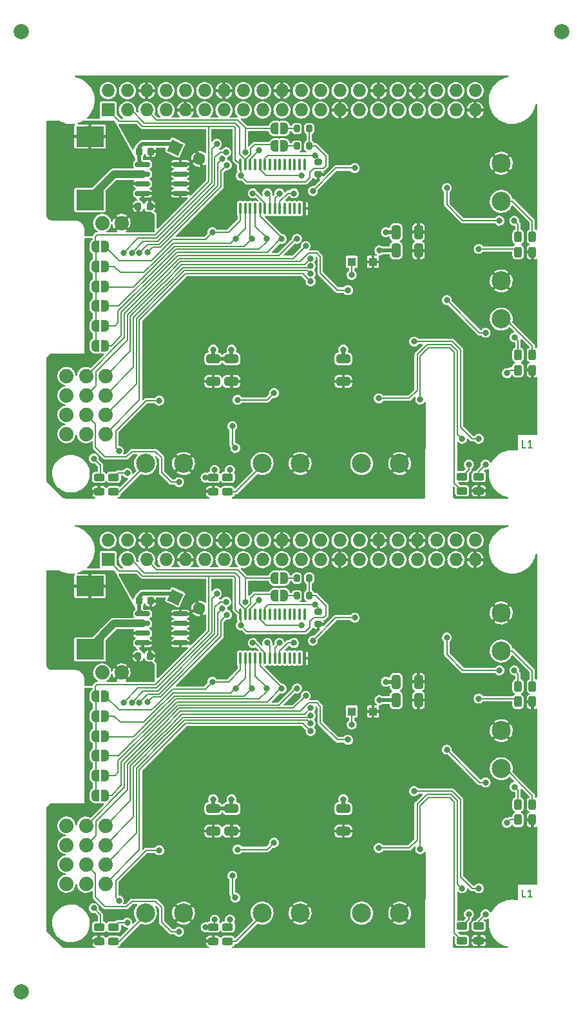
<source format=gbr>
%TF.GenerationSoftware,KiCad,Pcbnew,6.0.11+dfsg-1*%
%TF.CreationDate,2024-04-08T11:49:48+01:00*%
%TF.ProjectId,panel,70616e65-6c2e-46b6-9963-61645f706362,rev?*%
%TF.SameCoordinates,Original*%
%TF.FileFunction,Copper,L1,Top*%
%TF.FilePolarity,Positive*%
%FSLAX46Y46*%
G04 Gerber Fmt 4.6, Leading zero omitted, Abs format (unit mm)*
G04 Created by KiCad (PCBNEW 6.0.11+dfsg-1) date 2024-04-08 11:49:48*
%MOMM*%
%LPD*%
G01*
G04 APERTURE LIST*
G04 Aperture macros list*
%AMRoundRect*
0 Rectangle with rounded corners*
0 $1 Rounding radius*
0 $2 $3 $4 $5 $6 $7 $8 $9 X,Y pos of 4 corners*
0 Add a 4 corners polygon primitive as box body*
4,1,4,$2,$3,$4,$5,$6,$7,$8,$9,$2,$3,0*
0 Add four circle primitives for the rounded corners*
1,1,$1+$1,$2,$3*
1,1,$1+$1,$4,$5*
1,1,$1+$1,$6,$7*
1,1,$1+$1,$8,$9*
0 Add four rect primitives between the rounded corners*
20,1,$1+$1,$2,$3,$4,$5,0*
20,1,$1+$1,$4,$5,$6,$7,0*
20,1,$1+$1,$6,$7,$8,$9,0*
20,1,$1+$1,$8,$9,$2,$3,0*%
%AMRotRect*
0 Rectangle, with rotation*
0 The origin of the aperture is its center*
0 $1 length*
0 $2 width*
0 $3 Rotation angle, in degrees counterclockwise*
0 Add horizontal line*
21,1,$1,$2,0,0,$3*%
%AMFreePoly0*
4,1,22,0.500000,-0.750000,0.000000,-0.750000,0.000000,-0.745033,-0.079941,-0.743568,-0.215256,-0.701293,-0.333266,-0.622738,-0.424486,-0.514219,-0.481581,-0.384460,-0.499164,-0.250000,-0.500000,-0.250000,-0.500000,0.250000,-0.499164,0.250000,-0.499963,0.256109,-0.478152,0.396186,-0.417904,0.524511,-0.324060,0.630769,-0.204165,0.706417,-0.067858,0.745374,0.000000,0.744959,0.000000,0.750000,
0.500000,0.750000,0.500000,-0.750000,0.500000,-0.750000,$1*%
%AMFreePoly1*
4,1,20,0.000000,0.744959,0.073905,0.744508,0.209726,0.703889,0.328688,0.626782,0.421226,0.519385,0.479903,0.390333,0.500000,0.250000,0.500000,-0.250000,0.499851,-0.262216,0.476331,-0.402017,0.414519,-0.529596,0.319384,-0.634700,0.198574,-0.708877,0.061801,-0.746166,0.000000,-0.745033,0.000000,-0.750000,-0.500000,-0.750000,-0.500000,0.750000,0.000000,0.750000,0.000000,0.744959,
0.000000,0.744959,$1*%
G04 Aperture macros list end*
%ADD10C,0.150000*%
%TA.AperFunction,NonConductor*%
%ADD11C,0.150000*%
%TD*%
%TA.AperFunction,ComponentPad*%
%ADD12C,2.500000*%
%TD*%
%TA.AperFunction,SMDPad,CuDef*%
%ADD13RoundRect,0.243750X0.456250X-0.243750X0.456250X0.243750X-0.456250X0.243750X-0.456250X-0.243750X0*%
%TD*%
%TA.AperFunction,ComponentPad*%
%ADD14C,1.879600*%
%TD*%
%TA.AperFunction,SMDPad,CuDef*%
%ADD15FreePoly0,0.000000*%
%TD*%
%TA.AperFunction,SMDPad,CuDef*%
%ADD16FreePoly1,0.000000*%
%TD*%
%TA.AperFunction,SMDPad,CuDef*%
%ADD17RoundRect,0.250000X-0.650000X0.325000X-0.650000X-0.325000X0.650000X-0.325000X0.650000X0.325000X0*%
%TD*%
%TA.AperFunction,SMDPad,CuDef*%
%ADD18RoundRect,0.243750X0.243750X0.456250X-0.243750X0.456250X-0.243750X-0.456250X0.243750X-0.456250X0*%
%TD*%
%TA.AperFunction,ComponentPad*%
%ADD19R,1.727200X1.727200*%
%TD*%
%TA.AperFunction,ComponentPad*%
%ADD20O,1.727200X1.727200*%
%TD*%
%TA.AperFunction,SMDPad,CuDef*%
%ADD21RoundRect,0.250000X-0.325000X-0.650000X0.325000X-0.650000X0.325000X0.650000X-0.325000X0.650000X0*%
%TD*%
%TA.AperFunction,SMDPad,CuDef*%
%ADD22RoundRect,0.200000X-0.200000X-0.275000X0.200000X-0.275000X0.200000X0.275000X-0.200000X0.275000X0*%
%TD*%
%TA.AperFunction,SMDPad,CuDef*%
%ADD23C,2.000000*%
%TD*%
%TA.AperFunction,SMDPad,CuDef*%
%ADD24RoundRect,0.100000X0.100000X-0.637500X0.100000X0.637500X-0.100000X0.637500X-0.100000X-0.637500X0*%
%TD*%
%TA.AperFunction,SMDPad,CuDef*%
%ADD25RoundRect,0.150000X-0.825000X-0.150000X0.825000X-0.150000X0.825000X0.150000X-0.825000X0.150000X0*%
%TD*%
%TA.AperFunction,SMDPad,CuDef*%
%ADD26R,1.100000X1.100000*%
%TD*%
%TA.AperFunction,SMDPad,CuDef*%
%ADD27R,3.600000X2.700000*%
%TD*%
%TA.AperFunction,SMDPad,CuDef*%
%ADD28RoundRect,0.225000X-0.225000X-0.250000X0.225000X-0.250000X0.225000X0.250000X-0.225000X0.250000X0*%
%TD*%
%TA.AperFunction,SMDPad,CuDef*%
%ADD29RoundRect,0.200000X0.275000X-0.200000X0.275000X0.200000X-0.275000X0.200000X-0.275000X-0.200000X0*%
%TD*%
%TA.AperFunction,ComponentPad*%
%ADD30RotRect,1.600000X1.600000X335.000000*%
%TD*%
%TA.AperFunction,ComponentPad*%
%ADD31C,1.600000*%
%TD*%
%TA.AperFunction,ViaPad*%
%ADD32C,0.800000*%
%TD*%
%TA.AperFunction,ViaPad*%
%ADD33C,1.000000*%
%TD*%
%TA.AperFunction,Conductor*%
%ADD34C,0.200000*%
%TD*%
%TA.AperFunction,Conductor*%
%ADD35C,1.000000*%
%TD*%
%TA.AperFunction,Conductor*%
%ADD36C,0.500000*%
%TD*%
G04 APERTURE END LIST*
D10*
D11*
X179283333Y-77052380D02*
X178807142Y-77052380D01*
X178807142Y-76052380D01*
X180140476Y-77052380D02*
X179569047Y-77052380D01*
X179854761Y-77052380D02*
X179854761Y-76052380D01*
X179759523Y-76195238D01*
X179664285Y-76290476D01*
X179569047Y-76338095D01*
D10*
D11*
X179283333Y-136052380D02*
X178807142Y-136052380D01*
X178807142Y-135052380D01*
X180140476Y-136052380D02*
X179569047Y-136052380D01*
X179854761Y-136052380D02*
X179854761Y-135052380D01*
X179759523Y-135195238D01*
X179664285Y-135290476D01*
X179569047Y-135338095D01*
D12*
%TO.P,J7,1,Pin_1*%
%TO.N,Board_0-OUT3*%
X176050000Y-60200000D03*
%TO.P,J7,2,Pin_2*%
%TO.N,Board_0-GND*%
X176050000Y-55200000D03*
%TD*%
D13*
%TO.P,D38,1,K*%
%TO.N,Board_1-GND*%
X173100000Y-141737500D03*
%TO.P,D38,2,A*%
%TO.N,Board_1-Net-(D38-Pad2)*%
X173100000Y-139862500D03*
%TD*%
D14*
%TO.P,J9,1,1*%
%TO.N,Board_1-+5V*%
X126140000Y-106590000D03*
%TO.P,J9,2,2*%
%TO.N,Board_1-/PI_5V0_P*%
X123600000Y-106590000D03*
%TD*%
D15*
%TO.P,JP5,1,A*%
%TO.N,Board_0-+3V3*%
X122700000Y-61100000D03*
D16*
%TO.P,JP5,2,B*%
%TO.N,Board_0-Net-(JP5-Pad2)*%
X124000000Y-61100000D03*
%TD*%
D13*
%TO.P,D29,1,K*%
%TO.N,Board_0-GND*%
X123200000Y-82837500D03*
%TO.P,D29,2,A*%
%TO.N,Board_0-Net-(D12-Pad2)*%
X123200000Y-80962500D03*
%TD*%
D17*
%TO.P,C11,1*%
%TO.N,Board_1-VCC*%
X140600000Y-124425000D03*
%TO.P,C11,2*%
%TO.N,Board_1-GND*%
X140600000Y-127375000D03*
%TD*%
D12*
%TO.P,J5,1,Pin_1*%
%TO.N,Board_0-OUT2*%
X144625000Y-79150000D03*
%TO.P,J5,2,Pin_2*%
%TO.N,Board_0-GND*%
X149625000Y-79150000D03*
%TD*%
D18*
%TO.P,D30,1,K*%
%TO.N,Board_0-GND*%
X180137500Y-66900000D03*
%TO.P,D30,2,A*%
%TO.N,Board_0-Net-(D13-Pad2)*%
X178262500Y-66900000D03*
%TD*%
D19*
%TO.P,J2,1,3.3V*%
%TO.N,Board_0-+3V3*%
X124370000Y-32770000D03*
D20*
%TO.P,J2,2,5V*%
%TO.N,Board_0-PI_5V0*%
X124370000Y-30230000D03*
%TO.P,J2,3,SDA*%
%TO.N,Board_0-I2C_SDA*%
X126910000Y-32770000D03*
%TO.P,J2,4,5V*%
%TO.N,Board_0-PI_5V0*%
X126910000Y-30230000D03*
%TO.P,J2,5,SCL*%
%TO.N,Board_0-I2C_SCL*%
X129450000Y-32770000D03*
%TO.P,J2,6,GND*%
%TO.N,Board_0-GND*%
X129450000Y-30230000D03*
%TO.P,J2,7,GP4*%
%TO.N,Board_0-unconnected-(J2-Pad7)*%
X131990000Y-32770000D03*
%TO.P,J2,8,TXO*%
%TO.N,Board_0-unconnected-(J2-Pad8)*%
X131990000Y-30230000D03*
%TO.P,J2,9,GND*%
%TO.N,Board_0-GND*%
X134530000Y-32770000D03*
%TO.P,J2,10,RXI*%
%TO.N,Board_0-unconnected-(J2-Pad10)*%
X134530000Y-30230000D03*
%TO.P,J2,11,GP17*%
%TO.N,Board_0-unconnected-(J2-Pad11)*%
X137070000Y-32770000D03*
%TO.P,J2,12,GP18#*%
%TO.N,Board_0-unconnected-(J2-Pad12)*%
X137070000Y-30230000D03*
%TO.P,J2,13,GP27*%
%TO.N,Board_0-Net-(D34-Pad1)*%
X139610000Y-32770000D03*
%TO.P,J2,14,GND*%
%TO.N,Board_0-GND*%
X139610000Y-30230000D03*
%TO.P,J2,15,GP22*%
%TO.N,Board_0-Net-(D35-Pad2)*%
X142150000Y-32770000D03*
%TO.P,J2,16,GP23*%
%TO.N,Board_0-Net-(D35-Pad1)*%
X142150000Y-30230000D03*
%TO.P,J2,17,3.3V*%
%TO.N,Board_0-unconnected-(J2-Pad17)*%
X144690000Y-32770000D03*
%TO.P,J2,18,GP24*%
%TO.N,Board_0-Net-(D34-Pad2)*%
X144690000Y-30230000D03*
%TO.P,J2,19,MOSI*%
%TO.N,Board_0-unconnected-(J2-Pad19)*%
X147230000Y-32770000D03*
%TO.P,J2,20,GND*%
%TO.N,Board_0-GND*%
X147230000Y-30230000D03*
%TO.P,J2,21,MISO*%
%TO.N,Board_0-unconnected-(J2-Pad21)*%
X149770000Y-32770000D03*
%TO.P,J2,22,GP25*%
%TO.N,Board_0-OE*%
X149770000Y-30230000D03*
%TO.P,J2,23,SCLK*%
%TO.N,Board_0-unconnected-(J2-Pad23)*%
X152310000Y-32770000D03*
%TO.P,J2,24,CE0*%
%TO.N,Board_0-unconnected-(J2-Pad24)*%
X152310000Y-30230000D03*
%TO.P,J2,25,GND*%
%TO.N,Board_0-GND*%
X154850000Y-32770000D03*
%TO.P,J2,26,CE1*%
%TO.N,Board_0-unconnected-(J2-Pad26)*%
X154850000Y-30230000D03*
%TO.P,J2,27,ID_SD*%
%TO.N,Board_0-unconnected-(J2-Pad27)*%
X157390000Y-32770000D03*
%TO.P,J2,28,ID_SC*%
%TO.N,Board_0-unconnected-(J2-Pad28)*%
X157390000Y-30230000D03*
%TO.P,J2,29,GP5*%
%TO.N,Board_0-unconnected-(J2-Pad29)*%
X159930000Y-32770000D03*
%TO.P,J2,30,GND*%
%TO.N,Board_0-GND*%
X159930000Y-30230000D03*
%TO.P,J2,31,GP6*%
%TO.N,Board_0-unconnected-(J2-Pad31)*%
X162470000Y-32770000D03*
%TO.P,J2,32,GP12*%
%TO.N,Board_0-unconnected-(J2-Pad32)*%
X162470000Y-30230000D03*
%TO.P,J2,33,GP13*%
%TO.N,Board_0-unconnected-(J2-Pad33)*%
X165010000Y-32770000D03*
%TO.P,J2,34,GND*%
%TO.N,Board_0-GND*%
X165010000Y-30230000D03*
%TO.P,J2,35,GP19*%
%TO.N,Board_0-unconnected-(J2-Pad35)*%
X167550000Y-32770000D03*
%TO.P,J2,36,GP16*%
%TO.N,Board_0-unconnected-(J2-Pad36)*%
X167550000Y-30230000D03*
%TO.P,J2,37,GP26*%
%TO.N,Board_0-unconnected-(J2-Pad37)*%
X170090000Y-32770000D03*
%TO.P,J2,38,GP20*%
%TO.N,Board_0-unconnected-(J2-Pad38)*%
X170090000Y-30230000D03*
%TO.P,J2,39,GND*%
%TO.N,Board_0-GND*%
X172630000Y-32770000D03*
%TO.P,J2,40,GP21*%
%TO.N,Board_0-unconnected-(J2-Pad40)*%
X172630000Y-30230000D03*
%TD*%
D15*
%TO.P,JP3,1,A*%
%TO.N,Board_1-+3V3*%
X122700000Y-114900000D03*
D16*
%TO.P,JP3,2,B*%
%TO.N,Board_1-Net-(JP3-Pad2)*%
X124000000Y-114900000D03*
%TD*%
D17*
%TO.P,C3,1*%
%TO.N,Board_0-VCC*%
X138200000Y-65425000D03*
%TO.P,C3,2*%
%TO.N,Board_0-GND*%
X138200000Y-68375000D03*
%TD*%
D13*
%TO.P,D4,1,K*%
%TO.N,Board_1-OUT1*%
X125100000Y-141837500D03*
%TO.P,D4,2,A*%
%TO.N,Board_1-Net-(D4-Pad2)*%
X125100000Y-139962500D03*
%TD*%
D21*
%TO.P,C15,1*%
%TO.N,Board_1-VCC*%
X162225000Y-107800000D03*
%TO.P,C15,2*%
%TO.N,Board_1-GND*%
X165175000Y-107800000D03*
%TD*%
D19*
%TO.P,J2,1,3.3V*%
%TO.N,Board_1-+3V3*%
X124370000Y-91770000D03*
D20*
%TO.P,J2,2,5V*%
%TO.N,Board_1-PI_5V0*%
X124370000Y-89230000D03*
%TO.P,J2,3,SDA*%
%TO.N,Board_1-I2C_SDA*%
X126910000Y-91770000D03*
%TO.P,J2,4,5V*%
%TO.N,Board_1-PI_5V0*%
X126910000Y-89230000D03*
%TO.P,J2,5,SCL*%
%TO.N,Board_1-I2C_SCL*%
X129450000Y-91770000D03*
%TO.P,J2,6,GND*%
%TO.N,Board_1-GND*%
X129450000Y-89230000D03*
%TO.P,J2,7,GP4*%
%TO.N,Board_1-unconnected-(J2-Pad7)*%
X131990000Y-91770000D03*
%TO.P,J2,8,TXO*%
%TO.N,Board_1-unconnected-(J2-Pad8)*%
X131990000Y-89230000D03*
%TO.P,J2,9,GND*%
%TO.N,Board_1-GND*%
X134530000Y-91770000D03*
%TO.P,J2,10,RXI*%
%TO.N,Board_1-unconnected-(J2-Pad10)*%
X134530000Y-89230000D03*
%TO.P,J2,11,GP17*%
%TO.N,Board_1-unconnected-(J2-Pad11)*%
X137070000Y-91770000D03*
%TO.P,J2,12,GP18#*%
%TO.N,Board_1-unconnected-(J2-Pad12)*%
X137070000Y-89230000D03*
%TO.P,J2,13,GP27*%
%TO.N,Board_1-Net-(D34-Pad1)*%
X139610000Y-91770000D03*
%TO.P,J2,14,GND*%
%TO.N,Board_1-GND*%
X139610000Y-89230000D03*
%TO.P,J2,15,GP22*%
%TO.N,Board_1-Net-(D35-Pad2)*%
X142150000Y-91770000D03*
%TO.P,J2,16,GP23*%
%TO.N,Board_1-Net-(D35-Pad1)*%
X142150000Y-89230000D03*
%TO.P,J2,17,3.3V*%
%TO.N,Board_1-unconnected-(J2-Pad17)*%
X144690000Y-91770000D03*
%TO.P,J2,18,GP24*%
%TO.N,Board_1-Net-(D34-Pad2)*%
X144690000Y-89230000D03*
%TO.P,J2,19,MOSI*%
%TO.N,Board_1-unconnected-(J2-Pad19)*%
X147230000Y-91770000D03*
%TO.P,J2,20,GND*%
%TO.N,Board_1-GND*%
X147230000Y-89230000D03*
%TO.P,J2,21,MISO*%
%TO.N,Board_1-unconnected-(J2-Pad21)*%
X149770000Y-91770000D03*
%TO.P,J2,22,GP25*%
%TO.N,Board_1-OE*%
X149770000Y-89230000D03*
%TO.P,J2,23,SCLK*%
%TO.N,Board_1-unconnected-(J2-Pad23)*%
X152310000Y-91770000D03*
%TO.P,J2,24,CE0*%
%TO.N,Board_1-unconnected-(J2-Pad24)*%
X152310000Y-89230000D03*
%TO.P,J2,25,GND*%
%TO.N,Board_1-GND*%
X154850000Y-91770000D03*
%TO.P,J2,26,CE1*%
%TO.N,Board_1-unconnected-(J2-Pad26)*%
X154850000Y-89230000D03*
%TO.P,J2,27,ID_SD*%
%TO.N,Board_1-unconnected-(J2-Pad27)*%
X157390000Y-91770000D03*
%TO.P,J2,28,ID_SC*%
%TO.N,Board_1-unconnected-(J2-Pad28)*%
X157390000Y-89230000D03*
%TO.P,J2,29,GP5*%
%TO.N,Board_1-unconnected-(J2-Pad29)*%
X159930000Y-91770000D03*
%TO.P,J2,30,GND*%
%TO.N,Board_1-GND*%
X159930000Y-89230000D03*
%TO.P,J2,31,GP6*%
%TO.N,Board_1-unconnected-(J2-Pad31)*%
X162470000Y-91770000D03*
%TO.P,J2,32,GP12*%
%TO.N,Board_1-unconnected-(J2-Pad32)*%
X162470000Y-89230000D03*
%TO.P,J2,33,GP13*%
%TO.N,Board_1-unconnected-(J2-Pad33)*%
X165010000Y-91770000D03*
%TO.P,J2,34,GND*%
%TO.N,Board_1-GND*%
X165010000Y-89230000D03*
%TO.P,J2,35,GP19*%
%TO.N,Board_1-unconnected-(J2-Pad35)*%
X167550000Y-91770000D03*
%TO.P,J2,36,GP16*%
%TO.N,Board_1-unconnected-(J2-Pad36)*%
X167550000Y-89230000D03*
%TO.P,J2,37,GP26*%
%TO.N,Board_1-unconnected-(J2-Pad37)*%
X170090000Y-91770000D03*
%TO.P,J2,38,GP20*%
%TO.N,Board_1-unconnected-(J2-Pad38)*%
X170090000Y-89230000D03*
%TO.P,J2,39,GND*%
%TO.N,Board_1-GND*%
X172630000Y-91770000D03*
%TO.P,J2,40,GP21*%
%TO.N,Board_1-unconnected-(J2-Pad40)*%
X172630000Y-89230000D03*
%TD*%
D18*
%TO.P,D20,1,K*%
%TO.N,Board_0-OUT4*%
X180137500Y-49400000D03*
%TO.P,D20,2,A*%
%TO.N,Board_0-Net-(D20-Pad2)*%
X178262500Y-49400000D03*
%TD*%
D15*
%TO.P,JP4,1,A*%
%TO.N,Board_1-+3V3*%
X122700000Y-117500000D03*
D16*
%TO.P,JP4,2,B*%
%TO.N,Board_1-Net-(JP4-Pad2)*%
X124000000Y-117500000D03*
%TD*%
D22*
%TO.P,R40,1,1*%
%TO.N,Board_0-Net-(JP8-Pad2)*%
X149175000Y-35200000D03*
%TO.P,R40,2,2*%
%TO.N,Board_0-+3V3*%
X150825000Y-35200000D03*
%TD*%
D13*
%TO.P,D1,1,K*%
%TO.N,Board_0-Net-(D1-Pad1)*%
X170900000Y-82737500D03*
%TO.P,D1,2,A*%
%TO.N,Board_0-Net-(D1-Pad2)*%
X170900000Y-80862500D03*
%TD*%
D23*
%TO.P,REF\u002A\u002A,*%
%TO.N,*%
X184000000Y-22500000D03*
%TD*%
D21*
%TO.P,C15,1*%
%TO.N,Board_0-VCC*%
X162225000Y-48800000D03*
%TO.P,C15,2*%
%TO.N,Board_0-GND*%
X165175000Y-48800000D03*
%TD*%
D18*
%TO.P,D20,1,K*%
%TO.N,Board_1-OUT4*%
X180137500Y-108400000D03*
%TO.P,D20,2,A*%
%TO.N,Board_1-Net-(D20-Pad2)*%
X178262500Y-108400000D03*
%TD*%
D15*
%TO.P,JP8,1,A*%
%TO.N,Board_0-I2C_SCL*%
X146250000Y-35200000D03*
D16*
%TO.P,JP8,2,B*%
%TO.N,Board_0-Net-(JP8-Pad2)*%
X147550000Y-35200000D03*
%TD*%
D12*
%TO.P,J8,1,Pin_1*%
%TO.N,Board_0-OUT4*%
X176050000Y-44750000D03*
%TO.P,J8,2,Pin_2*%
%TO.N,Board_0-GND*%
X176050000Y-39750000D03*
%TD*%
D24*
%TO.P,U2,1,A0*%
%TO.N,Board_0-Net-(JP1-Pad2)*%
X141750000Y-45687500D03*
%TO.P,U2,2,A1*%
%TO.N,Board_0-Net-(JP2-Pad2)*%
X142400000Y-45687500D03*
%TO.P,U2,3,A2*%
%TO.N,Board_0-Net-(JP3-Pad2)*%
X143050000Y-45687500D03*
%TO.P,U2,4,A3*%
%TO.N,Board_0-Net-(JP4-Pad2)*%
X143700000Y-45687500D03*
%TO.P,U2,5,A4*%
%TO.N,Board_0-Net-(JP5-Pad2)*%
X144350000Y-45687500D03*
%TO.P,U2,6,LED0*%
%TO.N,Board_0-Net-(D33-Pad2)*%
X145000000Y-45687500D03*
%TO.P,U2,7,LED1*%
%TO.N,Board_0-Net-(D33-Pad1)*%
X145650000Y-45687500D03*
%TO.P,U2,8,LED2*%
%TO.N,Board_0-Net-(D32-Pad2)*%
X146300000Y-45687500D03*
%TO.P,U2,9,LED3*%
%TO.N,Board_0-Net-(D32-Pad1)*%
X146950000Y-45687500D03*
%TO.P,U2,10,LED4*%
%TO.N,Board_0-unconnected-(U2-Pad10)*%
X147600000Y-45687500D03*
%TO.P,U2,11,LED5*%
%TO.N,Board_0-unconnected-(U2-Pad11)*%
X148250000Y-45687500D03*
%TO.P,U2,12,LED6*%
%TO.N,Board_0-unconnected-(U2-Pad12)*%
X148900000Y-45687500D03*
%TO.P,U2,13,LED7*%
%TO.N,Board_0-unconnected-(U2-Pad13)*%
X149550000Y-45687500D03*
%TO.P,U2,14,VSS*%
%TO.N,Board_0-GND*%
X150200000Y-45687500D03*
%TO.P,U2,15,LED8*%
%TO.N,Board_0-unconnected-(U2-Pad15)*%
X150200000Y-39962500D03*
%TO.P,U2,16,LED9*%
%TO.N,Board_0-unconnected-(U2-Pad16)*%
X149550000Y-39962500D03*
%TO.P,U2,17,LED10*%
%TO.N,Board_0-unconnected-(U2-Pad17)*%
X148900000Y-39962500D03*
%TO.P,U2,18,LED11*%
%TO.N,Board_0-unconnected-(U2-Pad18)*%
X148250000Y-39962500D03*
%TO.P,U2,19,LED12*%
%TO.N,Board_0-unconnected-(U2-Pad19)*%
X147600000Y-39962500D03*
%TO.P,U2,20,LED13*%
%TO.N,Board_0-unconnected-(U2-Pad20)*%
X146950000Y-39962500D03*
%TO.P,U2,21,LED14*%
%TO.N,Board_0-unconnected-(U2-Pad21)*%
X146300000Y-39962500D03*
%TO.P,U2,22,LED15*%
%TO.N,Board_0-unconnected-(U2-Pad22)*%
X145650000Y-39962500D03*
%TO.P,U2,23,~{OE}*%
%TO.N,Board_0-OE*%
X145000000Y-39962500D03*
%TO.P,U2,24,A5*%
%TO.N,Board_0-Net-(JP6-Pad2)*%
X144350000Y-39962500D03*
%TO.P,U2,25,EXTCLK*%
%TO.N,Board_0-unconnected-(U2-Pad25)*%
X143700000Y-39962500D03*
%TO.P,U2,26,SCL*%
%TO.N,Board_0-I2C_SCL*%
X143050000Y-39962500D03*
%TO.P,U2,27,SDA*%
%TO.N,Board_0-I2C_SDA*%
X142400000Y-39962500D03*
%TO.P,U2,28,VDD*%
%TO.N,Board_0-+3V3*%
X141750000Y-39962500D03*
%TD*%
D14*
%TO.P,J6,1,1*%
%TO.N,Board_1-INPUT1*%
X124020000Y-134290000D03*
%TO.P,J6,2,2*%
%TO.N,Board_1-MOSFET1*%
X121480000Y-134290000D03*
%TO.P,J6,3,3*%
%TO.N,Board_1-INPUT2*%
X124020000Y-131750000D03*
%TO.P,J6,4,4*%
%TO.N,Board_1-MOSFET2*%
X121480000Y-131750000D03*
%TO.P,J6,5,5*%
%TO.N,Board_1-INPUT3*%
X124020000Y-129210000D03*
%TO.P,J6,6,6*%
%TO.N,Board_1-MOSFET3*%
X121480000Y-129210000D03*
%TO.P,J6,7,7*%
%TO.N,Board_1-INPUT4*%
X124020000Y-126670000D03*
%TO.P,J6,8,8*%
%TO.N,Board_1-MOSFET4*%
X121480000Y-126670000D03*
%TD*%
D12*
%TO.P,J4,1,Pin_1*%
%TO.N,Board_1-OUT1*%
X129300000Y-138150000D03*
%TO.P,J4,2,Pin_2*%
%TO.N,Board_1-GND*%
X134300000Y-138150000D03*
%TD*%
D15*
%TO.P,JP4,1,A*%
%TO.N,Board_0-+3V3*%
X122700000Y-58500000D03*
D16*
%TO.P,JP4,2,B*%
%TO.N,Board_0-Net-(JP4-Pad2)*%
X124000000Y-58500000D03*
%TD*%
D22*
%TO.P,R40,1,1*%
%TO.N,Board_1-Net-(JP8-Pad2)*%
X149175000Y-94200000D03*
%TO.P,R40,2,2*%
%TO.N,Board_1-+3V3*%
X150825000Y-94200000D03*
%TD*%
D13*
%TO.P,D19,1,K*%
%TO.N,Board_0-OUT2*%
X140100000Y-82837500D03*
%TO.P,D19,2,A*%
%TO.N,Board_0-Net-(D19-Pad2)*%
X140100000Y-80962500D03*
%TD*%
D14*
%TO.P,J9,1,1*%
%TO.N,Board_0-+5V*%
X126140000Y-47590000D03*
%TO.P,J9,2,2*%
%TO.N,Board_0-/PI_5V0_P*%
X123600000Y-47590000D03*
%TD*%
D25*
%TO.P,U1,1,VIN*%
%TO.N,Board_1-VCC*%
X128925000Y-98895000D03*
%TO.P,U1,2,OUTPUT*%
%TO.N,Board_1-Net-(D36-Pad1)*%
X128925000Y-100165000D03*
%TO.P,U1,3,FEEDBACK*%
%TO.N,Board_1-+5V*%
X128925000Y-101435000D03*
%TO.P,U1,4,EN*%
%TO.N,Board_1-GND*%
X128925000Y-102705000D03*
%TO.P,U1,5,GND*%
X133875000Y-102705000D03*
%TO.P,U1,6,GND*%
X133875000Y-101435000D03*
%TO.P,U1,7,GND*%
X133875000Y-100165000D03*
%TO.P,U1,8,GND*%
X133875000Y-98895000D03*
%TD*%
D24*
%TO.P,U2,1,A0*%
%TO.N,Board_1-Net-(JP1-Pad2)*%
X141750000Y-104687500D03*
%TO.P,U2,2,A1*%
%TO.N,Board_1-Net-(JP2-Pad2)*%
X142400000Y-104687500D03*
%TO.P,U2,3,A2*%
%TO.N,Board_1-Net-(JP3-Pad2)*%
X143050000Y-104687500D03*
%TO.P,U2,4,A3*%
%TO.N,Board_1-Net-(JP4-Pad2)*%
X143700000Y-104687500D03*
%TO.P,U2,5,A4*%
%TO.N,Board_1-Net-(JP5-Pad2)*%
X144350000Y-104687500D03*
%TO.P,U2,6,LED0*%
%TO.N,Board_1-Net-(D33-Pad2)*%
X145000000Y-104687500D03*
%TO.P,U2,7,LED1*%
%TO.N,Board_1-Net-(D33-Pad1)*%
X145650000Y-104687500D03*
%TO.P,U2,8,LED2*%
%TO.N,Board_1-Net-(D32-Pad2)*%
X146300000Y-104687500D03*
%TO.P,U2,9,LED3*%
%TO.N,Board_1-Net-(D32-Pad1)*%
X146950000Y-104687500D03*
%TO.P,U2,10,LED4*%
%TO.N,Board_1-unconnected-(U2-Pad10)*%
X147600000Y-104687500D03*
%TO.P,U2,11,LED5*%
%TO.N,Board_1-unconnected-(U2-Pad11)*%
X148250000Y-104687500D03*
%TO.P,U2,12,LED6*%
%TO.N,Board_1-unconnected-(U2-Pad12)*%
X148900000Y-104687500D03*
%TO.P,U2,13,LED7*%
%TO.N,Board_1-unconnected-(U2-Pad13)*%
X149550000Y-104687500D03*
%TO.P,U2,14,VSS*%
%TO.N,Board_1-GND*%
X150200000Y-104687500D03*
%TO.P,U2,15,LED8*%
%TO.N,Board_1-unconnected-(U2-Pad15)*%
X150200000Y-98962500D03*
%TO.P,U2,16,LED9*%
%TO.N,Board_1-unconnected-(U2-Pad16)*%
X149550000Y-98962500D03*
%TO.P,U2,17,LED10*%
%TO.N,Board_1-unconnected-(U2-Pad17)*%
X148900000Y-98962500D03*
%TO.P,U2,18,LED11*%
%TO.N,Board_1-unconnected-(U2-Pad18)*%
X148250000Y-98962500D03*
%TO.P,U2,19,LED12*%
%TO.N,Board_1-unconnected-(U2-Pad19)*%
X147600000Y-98962500D03*
%TO.P,U2,20,LED13*%
%TO.N,Board_1-unconnected-(U2-Pad20)*%
X146950000Y-98962500D03*
%TO.P,U2,21,LED14*%
%TO.N,Board_1-unconnected-(U2-Pad21)*%
X146300000Y-98962500D03*
%TO.P,U2,22,LED15*%
%TO.N,Board_1-unconnected-(U2-Pad22)*%
X145650000Y-98962500D03*
%TO.P,U2,23,~{OE}*%
%TO.N,Board_1-OE*%
X145000000Y-98962500D03*
%TO.P,U2,24,A5*%
%TO.N,Board_1-Net-(JP6-Pad2)*%
X144350000Y-98962500D03*
%TO.P,U2,25,EXTCLK*%
%TO.N,Board_1-unconnected-(U2-Pad25)*%
X143700000Y-98962500D03*
%TO.P,U2,26,SCL*%
%TO.N,Board_1-I2C_SCL*%
X143050000Y-98962500D03*
%TO.P,U2,27,SDA*%
%TO.N,Board_1-I2C_SDA*%
X142400000Y-98962500D03*
%TO.P,U2,28,VDD*%
%TO.N,Board_1-+3V3*%
X141750000Y-98962500D03*
%TD*%
D12*
%TO.P,J7,1,Pin_1*%
%TO.N,Board_1-OUT3*%
X176050000Y-119200000D03*
%TO.P,J7,2,Pin_2*%
%TO.N,Board_1-GND*%
X176050000Y-114200000D03*
%TD*%
D18*
%TO.P,D30,1,K*%
%TO.N,Board_1-GND*%
X180137500Y-125900000D03*
%TO.P,D30,2,A*%
%TO.N,Board_1-Net-(D13-Pad2)*%
X178262500Y-125900000D03*
%TD*%
%TO.P,D5,1,K*%
%TO.N,Board_1-OUT3*%
X180137500Y-123900000D03*
%TO.P,D5,2,A*%
%TO.N,Board_1-Net-(D5-Pad2)*%
X178262500Y-123900000D03*
%TD*%
D15*
%TO.P,JP6,1,A*%
%TO.N,Board_0-+3V3*%
X122700000Y-63700000D03*
D16*
%TO.P,JP6,2,B*%
%TO.N,Board_0-Net-(JP6-Pad2)*%
X124000000Y-63700000D03*
%TD*%
D26*
%TO.P,D15,1,K*%
%TO.N,Board_0-Net-(D13-Pad2)*%
X156400000Y-52700000D03*
%TO.P,D15,2,A*%
%TO.N,Board_0-GND*%
X159200000Y-52700000D03*
%TD*%
D15*
%TO.P,JP8,1,A*%
%TO.N,Board_1-I2C_SCL*%
X146250000Y-94200000D03*
D16*
%TO.P,JP8,2,B*%
%TO.N,Board_1-Net-(JP8-Pad2)*%
X147550000Y-94200000D03*
%TD*%
D12*
%TO.P,J3,1,Pin_1*%
%TO.N,Board_0-VIN*%
X157700000Y-79150000D03*
%TO.P,J3,2,Pin_2*%
%TO.N,Board_0-GND*%
X162700000Y-79150000D03*
%TD*%
D15*
%TO.P,JP5,1,A*%
%TO.N,Board_1-+3V3*%
X122700000Y-120100000D03*
D16*
%TO.P,JP5,2,B*%
%TO.N,Board_1-Net-(JP5-Pad2)*%
X124000000Y-120100000D03*
%TD*%
D17*
%TO.P,C1,1*%
%TO.N,Board_1-VCC*%
X155300000Y-124425000D03*
%TO.P,C1,2*%
%TO.N,Board_1-GND*%
X155300000Y-127375000D03*
%TD*%
D27*
%TO.P,L1,1,1*%
%TO.N,Board_0-Net-(D36-Pad1)*%
X122000000Y-44550000D03*
%TO.P,L1,2,2*%
%TO.N,Board_0-+5V*%
X122000000Y-36250000D03*
%TD*%
D15*
%TO.P,JP1,1,A*%
%TO.N,Board_0-+3V3*%
X122700000Y-50700000D03*
D16*
%TO.P,JP1,2,B*%
%TO.N,Board_0-Net-(JP1-Pad2)*%
X124000000Y-50700000D03*
%TD*%
D23*
%TO.P,REF\u002A\u002A,*%
%TO.N,*%
X113000000Y-22500000D03*
%TD*%
D15*
%TO.P,JP7,1,A*%
%TO.N,Board_1-I2C_SDA*%
X146250000Y-96500000D03*
D16*
%TO.P,JP7,2,B*%
%TO.N,Board_1-Net-(JP7-Pad2)*%
X147550000Y-96500000D03*
%TD*%
D15*
%TO.P,JP7,1,A*%
%TO.N,Board_0-I2C_SDA*%
X146250000Y-37500000D03*
D16*
%TO.P,JP7,2,B*%
%TO.N,Board_0-Net-(JP7-Pad2)*%
X147550000Y-37500000D03*
%TD*%
D15*
%TO.P,JP2,1,A*%
%TO.N,Board_1-+3V3*%
X122700000Y-112300000D03*
D16*
%TO.P,JP2,2,B*%
%TO.N,Board_1-Net-(JP2-Pad2)*%
X124000000Y-112300000D03*
%TD*%
D18*
%TO.P,D37,1,K*%
%TO.N,Board_0-GND*%
X180137500Y-51400000D03*
%TO.P,D37,2,A*%
%TO.N,Board_0-Net-(D26-Pad2)*%
X178262500Y-51400000D03*
%TD*%
D28*
%TO.P,C9,1*%
%TO.N,Board_1-+5V*%
X128325000Y-104400000D03*
%TO.P,C9,2*%
%TO.N,Board_1-GND*%
X129875000Y-104400000D03*
%TD*%
D13*
%TO.P,D31,1,K*%
%TO.N,Board_1-GND*%
X138200000Y-141837500D03*
%TO.P,D31,2,A*%
%TO.N,Board_1-Net-(D25-Pad2)*%
X138200000Y-139962500D03*
%TD*%
D18*
%TO.P,D37,1,K*%
%TO.N,Board_1-GND*%
X180137500Y-110400000D03*
%TO.P,D37,2,A*%
%TO.N,Board_1-Net-(D26-Pad2)*%
X178262500Y-110400000D03*
%TD*%
D13*
%TO.P,D31,1,K*%
%TO.N,Board_0-GND*%
X138200000Y-82837500D03*
%TO.P,D31,2,A*%
%TO.N,Board_0-Net-(D25-Pad2)*%
X138200000Y-80962500D03*
%TD*%
D21*
%TO.P,C16,1*%
%TO.N,Board_0-VCC*%
X162225000Y-51200000D03*
%TO.P,C16,2*%
%TO.N,Board_0-GND*%
X165175000Y-51200000D03*
%TD*%
D12*
%TO.P,J3,1,Pin_1*%
%TO.N,Board_1-VIN*%
X157700000Y-138150000D03*
%TO.P,J3,2,Pin_2*%
%TO.N,Board_1-GND*%
X162700000Y-138150000D03*
%TD*%
D13*
%TO.P,D38,1,K*%
%TO.N,Board_0-GND*%
X173100000Y-82737500D03*
%TO.P,D38,2,A*%
%TO.N,Board_0-Net-(D38-Pad2)*%
X173100000Y-80862500D03*
%TD*%
D17*
%TO.P,C11,1*%
%TO.N,Board_0-VCC*%
X140600000Y-65425000D03*
%TO.P,C11,2*%
%TO.N,Board_0-GND*%
X140600000Y-68375000D03*
%TD*%
D22*
%TO.P,R39,1,1*%
%TO.N,Board_1-Net-(JP7-Pad2)*%
X149175000Y-96500000D03*
%TO.P,R39,2,2*%
%TO.N,Board_1-+3V3*%
X150825000Y-96500000D03*
%TD*%
D12*
%TO.P,J4,1,Pin_1*%
%TO.N,Board_0-OUT1*%
X129300000Y-79150000D03*
%TO.P,J4,2,Pin_2*%
%TO.N,Board_0-GND*%
X134300000Y-79150000D03*
%TD*%
D18*
%TO.P,D5,1,K*%
%TO.N,Board_0-OUT3*%
X180137500Y-64900000D03*
%TO.P,D5,2,A*%
%TO.N,Board_0-Net-(D5-Pad2)*%
X178262500Y-64900000D03*
%TD*%
D17*
%TO.P,C1,1*%
%TO.N,Board_0-VCC*%
X155300000Y-65425000D03*
%TO.P,C1,2*%
%TO.N,Board_0-GND*%
X155300000Y-68375000D03*
%TD*%
D29*
%TO.P,R28,1,1*%
%TO.N,Board_0-GND*%
X152000000Y-41225000D03*
%TO.P,R28,2,2*%
%TO.N,Board_0-OE*%
X152000000Y-39575000D03*
%TD*%
D13*
%TO.P,D29,1,K*%
%TO.N,Board_1-GND*%
X123200000Y-141837500D03*
%TO.P,D29,2,A*%
%TO.N,Board_1-Net-(D12-Pad2)*%
X123200000Y-139962500D03*
%TD*%
D15*
%TO.P,JP1,1,A*%
%TO.N,Board_1-+3V3*%
X122700000Y-109700000D03*
D16*
%TO.P,JP1,2,B*%
%TO.N,Board_1-Net-(JP1-Pad2)*%
X124000000Y-109700000D03*
%TD*%
D29*
%TO.P,R28,1,1*%
%TO.N,Board_1-GND*%
X152000000Y-100225000D03*
%TO.P,R28,2,2*%
%TO.N,Board_1-OE*%
X152000000Y-98575000D03*
%TD*%
D23*
%TO.P,REF\u002A\u002A,*%
%TO.N,*%
X113000000Y-148500046D03*
%TD*%
D28*
%TO.P,C9,1*%
%TO.N,Board_0-+5V*%
X128325000Y-45400000D03*
%TO.P,C9,2*%
%TO.N,Board_0-GND*%
X129875000Y-45400000D03*
%TD*%
%TO.P,C6,1*%
%TO.N,Board_0-VCC*%
X128425000Y-38200000D03*
%TO.P,C6,2*%
%TO.N,Board_0-GND*%
X129975000Y-38200000D03*
%TD*%
D21*
%TO.P,C16,1*%
%TO.N,Board_1-VCC*%
X162225000Y-110200000D03*
%TO.P,C16,2*%
%TO.N,Board_1-GND*%
X165175000Y-110200000D03*
%TD*%
D22*
%TO.P,R39,1,1*%
%TO.N,Board_0-Net-(JP7-Pad2)*%
X149175000Y-37500000D03*
%TO.P,R39,2,2*%
%TO.N,Board_0-+3V3*%
X150825000Y-37500000D03*
%TD*%
D27*
%TO.P,L1,1,1*%
%TO.N,Board_1-Net-(D36-Pad1)*%
X122000000Y-103550000D03*
%TO.P,L1,2,2*%
%TO.N,Board_1-+5V*%
X122000000Y-95250000D03*
%TD*%
D14*
%TO.P,J6,1,1*%
%TO.N,Board_0-INPUT1*%
X124020000Y-75290000D03*
%TO.P,J6,2,2*%
%TO.N,Board_0-MOSFET1*%
X121480000Y-75290000D03*
%TO.P,J6,3,3*%
%TO.N,Board_0-INPUT2*%
X124020000Y-72750000D03*
%TO.P,J6,4,4*%
%TO.N,Board_0-MOSFET2*%
X121480000Y-72750000D03*
%TO.P,J6,5,5*%
%TO.N,Board_0-INPUT3*%
X124020000Y-70210000D03*
%TO.P,J6,6,6*%
%TO.N,Board_0-MOSFET3*%
X121480000Y-70210000D03*
%TO.P,J6,7,7*%
%TO.N,Board_0-INPUT4*%
X124020000Y-67670000D03*
%TO.P,J6,8,8*%
%TO.N,Board_0-MOSFET4*%
X121480000Y-67670000D03*
%TD*%
D12*
%TO.P,J5,1,Pin_1*%
%TO.N,Board_1-OUT2*%
X144625000Y-138150000D03*
%TO.P,J5,2,Pin_2*%
%TO.N,Board_1-GND*%
X149625000Y-138150000D03*
%TD*%
%TO.P,J8,1,Pin_1*%
%TO.N,Board_1-OUT4*%
X176050000Y-103750000D03*
%TO.P,J8,2,Pin_2*%
%TO.N,Board_1-GND*%
X176050000Y-98750000D03*
%TD*%
D13*
%TO.P,D19,1,K*%
%TO.N,Board_1-OUT2*%
X140100000Y-141837500D03*
%TO.P,D19,2,A*%
%TO.N,Board_1-Net-(D19-Pad2)*%
X140100000Y-139962500D03*
%TD*%
D14*
%TO.P,J1,1,1*%
%TO.N,Board_1-PI4*%
X118920000Y-126670000D03*
%TO.P,J1,2,2*%
%TO.N,Board_1-PI3*%
X118920000Y-129210000D03*
%TO.P,J1,3,3*%
%TO.N,Board_1-PI2*%
X118920000Y-131750000D03*
%TO.P,J1,4,4*%
%TO.N,Board_1-PI1*%
X118920000Y-134290000D03*
%TD*%
D13*
%TO.P,D1,1,K*%
%TO.N,Board_1-Net-(D1-Pad1)*%
X170900000Y-141737500D03*
%TO.P,D1,2,A*%
%TO.N,Board_1-Net-(D1-Pad2)*%
X170900000Y-139862500D03*
%TD*%
D28*
%TO.P,C6,1*%
%TO.N,Board_1-VCC*%
X128425000Y-97200000D03*
%TO.P,C6,2*%
%TO.N,Board_1-GND*%
X129975000Y-97200000D03*
%TD*%
D15*
%TO.P,JP3,1,A*%
%TO.N,Board_0-+3V3*%
X122700000Y-55900000D03*
D16*
%TO.P,JP3,2,B*%
%TO.N,Board_0-Net-(JP3-Pad2)*%
X124000000Y-55900000D03*
%TD*%
D17*
%TO.P,C3,1*%
%TO.N,Board_1-VCC*%
X138200000Y-124425000D03*
%TO.P,C3,2*%
%TO.N,Board_1-GND*%
X138200000Y-127375000D03*
%TD*%
D14*
%TO.P,J1,1,1*%
%TO.N,Board_0-PI4*%
X118920000Y-67670000D03*
%TO.P,J1,2,2*%
%TO.N,Board_0-PI3*%
X118920000Y-70210000D03*
%TO.P,J1,3,3*%
%TO.N,Board_0-PI2*%
X118920000Y-72750000D03*
%TO.P,J1,4,4*%
%TO.N,Board_0-PI1*%
X118920000Y-75290000D03*
%TD*%
D13*
%TO.P,D4,1,K*%
%TO.N,Board_0-OUT1*%
X125100000Y-82837500D03*
%TO.P,D4,2,A*%
%TO.N,Board_0-Net-(D4-Pad2)*%
X125100000Y-80962500D03*
%TD*%
D15*
%TO.P,JP6,1,A*%
%TO.N,Board_1-+3V3*%
X122700000Y-122700000D03*
D16*
%TO.P,JP6,2,B*%
%TO.N,Board_1-Net-(JP6-Pad2)*%
X124000000Y-122700000D03*
%TD*%
D25*
%TO.P,U1,1,VIN*%
%TO.N,Board_0-VCC*%
X128925000Y-39895000D03*
%TO.P,U1,2,OUTPUT*%
%TO.N,Board_0-Net-(D36-Pad1)*%
X128925000Y-41165000D03*
%TO.P,U1,3,FEEDBACK*%
%TO.N,Board_0-+5V*%
X128925000Y-42435000D03*
%TO.P,U1,4,EN*%
%TO.N,Board_0-GND*%
X128925000Y-43705000D03*
%TO.P,U1,5,GND*%
X133875000Y-43705000D03*
%TO.P,U1,6,GND*%
X133875000Y-42435000D03*
%TO.P,U1,7,GND*%
X133875000Y-41165000D03*
%TO.P,U1,8,GND*%
X133875000Y-39895000D03*
%TD*%
D15*
%TO.P,JP2,1,A*%
%TO.N,Board_0-+3V3*%
X122700000Y-53300000D03*
D16*
%TO.P,JP2,2,B*%
%TO.N,Board_0-Net-(JP2-Pad2)*%
X124000000Y-53300000D03*
%TD*%
D26*
%TO.P,D15,1,K*%
%TO.N,Board_1-Net-(D13-Pad2)*%
X156400000Y-111700000D03*
%TO.P,D15,2,A*%
%TO.N,Board_1-GND*%
X159200000Y-111700000D03*
%TD*%
D30*
%TO.P,C8,1*%
%TO.N,Board_0-VCC*%
X133200000Y-37700000D03*
D31*
%TO.P,C8,2*%
%TO.N,Board_0-GND*%
X136372077Y-39179164D03*
%TD*%
D30*
%TO.P,C8,1*%
%TO.N,Board_1-VCC*%
X133200000Y-96700000D03*
D31*
%TO.P,C8,2*%
%TO.N,Board_1-GND*%
X136372077Y-98179164D03*
%TD*%
D32*
%TO.N,Board_0-+3V3*%
X141800000Y-41399500D03*
D33*
%TO.N,Board_0-+5V*%
X123200000Y-38400000D03*
X122000000Y-39700000D03*
X120800000Y-40900000D03*
X123200000Y-39700000D03*
X129600000Y-46900000D03*
X123200000Y-40900000D03*
X129600000Y-48100000D03*
X122000000Y-38400000D03*
X128400000Y-46900000D03*
D32*
X127200000Y-42800000D03*
D33*
X120800000Y-38400000D03*
D32*
X126000000Y-42800000D03*
D33*
X120800000Y-39700000D03*
X122000000Y-40900000D03*
X126300000Y-39500000D03*
X127000000Y-45900000D03*
D32*
%TO.N,Board_0-/M1_D*%
X131100000Y-70900000D03*
X125800000Y-77500000D03*
%TO.N,Board_0-/M2_D*%
X141400000Y-70800000D03*
X140700000Y-74250000D03*
X141100000Y-77100000D03*
X146200000Y-69900000D03*
%TO.N,Board_0-/M3_D*%
X174000000Y-62000000D03*
X168900000Y-57700000D03*
%TO.N,Board_0-/M4_D*%
X168900000Y-43000000D03*
X175800000Y-47300000D03*
%TO.N,Board_0-GND*%
X160400000Y-45000000D03*
X149800000Y-36300000D03*
X147800000Y-43000000D03*
X144300000Y-43000000D03*
X139000000Y-72200000D03*
D33*
X130900000Y-41900000D03*
X132000000Y-43800000D03*
D32*
X131200000Y-76300000D03*
D33*
X132000000Y-42500000D03*
D32*
X126900000Y-77150000D03*
D33*
X132000000Y-39900000D03*
D32*
X141700000Y-76300000D03*
D33*
X130900000Y-43100000D03*
D32*
X129000000Y-81800000D03*
X136800000Y-82800000D03*
D33*
X135300000Y-37500000D03*
D32*
X172000000Y-48200000D03*
X169000000Y-46800000D03*
D33*
X132000000Y-41200000D03*
D32*
X168900000Y-49900000D03*
X153350000Y-72300000D03*
X135700000Y-41100000D03*
X143750000Y-56400000D03*
X134800000Y-55200000D03*
X135700000Y-42500000D03*
X139600000Y-44000000D03*
X170600000Y-52100000D03*
D33*
X130900000Y-40600000D03*
X133500000Y-35900000D03*
D32*
X137200000Y-55200000D03*
X133300000Y-44800000D03*
D33*
X127100000Y-35400000D03*
D32*
X158000000Y-47200000D03*
X124950000Y-79800000D03*
X137200000Y-56400000D03*
X149800999Y-44010273D03*
D33*
X131200000Y-35900000D03*
D32*
X141700000Y-75200000D03*
X164600000Y-61900000D03*
X140155378Y-37055378D03*
X135750500Y-48442888D03*
X162500000Y-46700000D03*
X122000000Y-83100000D03*
X137300000Y-73500000D03*
X134800000Y-56400000D03*
X141100000Y-56400000D03*
X129960444Y-38232669D03*
X143750000Y-55200000D03*
X130600000Y-61400000D03*
X161000000Y-59200000D03*
D33*
X130900000Y-39200000D03*
D32*
X138100000Y-47200000D03*
%TO.N,Board_0-I2C_SCL*%
X142400000Y-38299999D03*
X144200000Y-38100000D03*
%TO.N,Board_0-INPUT1*%
X151000000Y-55250000D03*
%TO.N,Board_0-INPUT2*%
X151000000Y-54250000D03*
%TO.N,Board_0-INPUT3*%
X151000000Y-53250000D03*
%TO.N,Board_0-INPUT4*%
X151000000Y-52250497D03*
%TO.N,Board_0-MOSFET2*%
X133700000Y-81600000D03*
%TO.N,Board_0-MOSFET3*%
X155900000Y-56400000D03*
%TO.N,Board_0-MOSFET4*%
X151300000Y-43400000D03*
X156787500Y-40387500D03*
X150353430Y-50628910D03*
%TO.N,Board_0-Net-(D1-Pad1)*%
X165400000Y-70750000D03*
%TO.N,Board_0-Net-(D1-Pad2)*%
X171800000Y-79300000D03*
%TO.N,Board_0-Net-(D12-Pad2)*%
X122500000Y-78500000D03*
%TO.N,Board_0-Net-(D13-Pad2)*%
X156400000Y-54400000D03*
X176800000Y-67300000D03*
%TO.N,Board_0-Net-(D19-Pad2)*%
X140400000Y-80000000D03*
%TO.N,Board_0-Net-(D20-Pad2)*%
X177774500Y-47300000D03*
%TO.N,Board_0-Net-(D25-Pad2)*%
X137200000Y-81000000D03*
X138400000Y-80000000D03*
%TO.N,Board_0-Net-(D26-Pad2)*%
X173100000Y-51000000D03*
%TO.N,Board_0-Net-(D32-Pad1)*%
X148800000Y-43700000D03*
%TO.N,Board_0-Net-(D32-Pad2)*%
X146900000Y-43700000D03*
%TO.N,Board_0-Net-(D33-Pad1)*%
X145300000Y-43700000D03*
%TO.N,Board_0-Net-(D33-Pad2)*%
X143400000Y-43700000D03*
%TO.N,Board_0-Net-(D34-Pad1)*%
X126400000Y-51500000D03*
X138673691Y-37196288D03*
%TO.N,Board_0-Net-(D34-Pad2)*%
X129575418Y-51475418D03*
X140000000Y-40000000D03*
%TO.N,Board_0-Net-(D35-Pad1)*%
X139399173Y-39166968D03*
X128500000Y-51500000D03*
%TO.N,Board_0-Net-(D35-Pad2)*%
X127500000Y-51500000D03*
X139900000Y-38300000D03*
D33*
%TO.N,Board_0-Net-(D36-Pad1)*%
X123900000Y-42400000D03*
D32*
%TO.N,Board_0-Net-(D38-Pad2)*%
X174000000Y-79300000D03*
%TO.N,Board_0-Net-(D4-Pad2)*%
X126900000Y-80400000D03*
%TO.N,Board_0-Net-(D5-Pad2)*%
X177800000Y-62600000D03*
%TO.N,Board_0-Net-(JP1-Pad2)*%
X138100000Y-48800000D03*
%TO.N,Board_0-Net-(JP2-Pad2)*%
X141201088Y-49668407D03*
%TO.N,Board_0-Net-(JP3-Pad2)*%
X143242258Y-49673573D03*
%TO.N,Board_0-Net-(JP4-Pad2)*%
X145205477Y-49682397D03*
%TO.N,Board_0-Net-(JP5-Pad2)*%
X147205477Y-49682397D03*
%TO.N,Board_0-Net-(JP6-Pad2)*%
X149800000Y-41400000D03*
X149205477Y-49669897D03*
%TO.N,Board_0-OE*%
X151600000Y-38700000D03*
%TO.N,Board_0-VCC*%
X140600000Y-64200000D03*
X173100000Y-75900000D03*
X155300000Y-64200000D03*
X160900000Y-48800000D03*
X164600000Y-63150000D03*
X160050000Y-51200000D03*
X138200000Y-64200000D03*
%TO.N,Board_0-VIN*%
X159950000Y-70600000D03*
X170900000Y-75900000D03*
%TO.N,Board_1-+3V3*%
X141800000Y-100399500D03*
D33*
%TO.N,Board_1-+5V*%
X123200000Y-97400000D03*
X122000000Y-98700000D03*
X120800000Y-99900000D03*
X123200000Y-98700000D03*
X129600000Y-105900000D03*
X123200000Y-99900000D03*
X129600000Y-107100000D03*
X122000000Y-97400000D03*
X128400000Y-105900000D03*
D32*
X127200000Y-101800000D03*
D33*
X120800000Y-97400000D03*
D32*
X126000000Y-101800000D03*
D33*
X120800000Y-98700000D03*
X122000000Y-99900000D03*
X126300000Y-98500000D03*
X127000000Y-104900000D03*
D32*
%TO.N,Board_1-/M1_D*%
X131100000Y-129900000D03*
X125800000Y-136500000D03*
%TO.N,Board_1-/M2_D*%
X141400000Y-129800000D03*
X140700000Y-133250000D03*
X141100000Y-136100000D03*
X146200000Y-128900000D03*
%TO.N,Board_1-/M3_D*%
X174000000Y-121000000D03*
X168900000Y-116700000D03*
%TO.N,Board_1-/M4_D*%
X168900000Y-102000000D03*
X175800000Y-106300000D03*
%TO.N,Board_1-GND*%
X160400000Y-104000000D03*
X149800000Y-95300000D03*
X147800000Y-102000000D03*
X144300000Y-102000000D03*
X139000000Y-131200000D03*
D33*
X130900000Y-100900000D03*
X132000000Y-102800000D03*
D32*
X131200000Y-135300000D03*
D33*
X132000000Y-101500000D03*
D32*
X126900000Y-136150000D03*
D33*
X132000000Y-98900000D03*
D32*
X141700000Y-135300000D03*
D33*
X130900000Y-102100000D03*
D32*
X129000000Y-140800000D03*
X136800000Y-141800000D03*
D33*
X135300000Y-96500000D03*
D32*
X172000000Y-107200000D03*
X169000000Y-105800000D03*
D33*
X132000000Y-100200000D03*
D32*
X168900000Y-108900000D03*
X153350000Y-131300000D03*
X135700000Y-100100000D03*
X143750000Y-115400000D03*
X134800000Y-114200000D03*
X135700000Y-101500000D03*
X139600000Y-103000000D03*
X170600000Y-111100000D03*
D33*
X130900000Y-99600000D03*
X133500000Y-94900000D03*
D32*
X137200000Y-114200000D03*
X133300000Y-103800000D03*
D33*
X127100000Y-94400000D03*
D32*
X158000000Y-106200000D03*
X124950000Y-138800000D03*
X137200000Y-115400000D03*
X149800999Y-103010273D03*
D33*
X131200000Y-94900000D03*
D32*
X141700000Y-134200000D03*
X164600000Y-120900000D03*
X140155378Y-96055378D03*
X135750500Y-107442888D03*
X162500000Y-105700000D03*
X122000000Y-142100000D03*
X137300000Y-132500000D03*
X134800000Y-115400000D03*
X141100000Y-115400000D03*
X129960444Y-97232669D03*
X143750000Y-114200000D03*
X130600000Y-120400000D03*
X161000000Y-118200000D03*
D33*
X130900000Y-98200000D03*
D32*
X138100000Y-106200000D03*
%TO.N,Board_1-I2C_SCL*%
X142400000Y-97299999D03*
X144200000Y-97100000D03*
%TO.N,Board_1-INPUT1*%
X151000000Y-114250000D03*
%TO.N,Board_1-INPUT2*%
X151000000Y-113250000D03*
%TO.N,Board_1-INPUT3*%
X151000000Y-112250000D03*
%TO.N,Board_1-INPUT4*%
X151000000Y-111250497D03*
%TO.N,Board_1-MOSFET2*%
X133700000Y-140600000D03*
%TO.N,Board_1-MOSFET3*%
X155900000Y-115400000D03*
%TO.N,Board_1-MOSFET4*%
X151300000Y-102400000D03*
X156787500Y-99387500D03*
X150353430Y-109628910D03*
%TO.N,Board_1-Net-(D1-Pad1)*%
X165400000Y-129750000D03*
%TO.N,Board_1-Net-(D1-Pad2)*%
X171800000Y-138300000D03*
%TO.N,Board_1-Net-(D12-Pad2)*%
X122500000Y-137500000D03*
%TO.N,Board_1-Net-(D13-Pad2)*%
X156400000Y-113400000D03*
X176800000Y-126300000D03*
%TO.N,Board_1-Net-(D19-Pad2)*%
X140400000Y-139000000D03*
%TO.N,Board_1-Net-(D20-Pad2)*%
X177774500Y-106300000D03*
%TO.N,Board_1-Net-(D25-Pad2)*%
X137200000Y-140000000D03*
X138400000Y-139000000D03*
%TO.N,Board_1-Net-(D26-Pad2)*%
X173100000Y-110000000D03*
%TO.N,Board_1-Net-(D32-Pad1)*%
X148800000Y-102700000D03*
%TO.N,Board_1-Net-(D32-Pad2)*%
X146900000Y-102700000D03*
%TO.N,Board_1-Net-(D33-Pad1)*%
X145300000Y-102700000D03*
%TO.N,Board_1-Net-(D33-Pad2)*%
X143400000Y-102700000D03*
%TO.N,Board_1-Net-(D34-Pad1)*%
X126400000Y-110500000D03*
X138673691Y-96196288D03*
%TO.N,Board_1-Net-(D34-Pad2)*%
X129575418Y-110475418D03*
X140000000Y-99000000D03*
%TO.N,Board_1-Net-(D35-Pad1)*%
X139399173Y-98166968D03*
X128500000Y-110500000D03*
%TO.N,Board_1-Net-(D35-Pad2)*%
X127500000Y-110500000D03*
X139900000Y-97300000D03*
D33*
%TO.N,Board_1-Net-(D36-Pad1)*%
X123900000Y-101400000D03*
D32*
%TO.N,Board_1-Net-(D38-Pad2)*%
X174000000Y-138300000D03*
%TO.N,Board_1-Net-(D4-Pad2)*%
X126900000Y-139400000D03*
%TO.N,Board_1-Net-(D5-Pad2)*%
X177800000Y-121600000D03*
%TO.N,Board_1-Net-(JP1-Pad2)*%
X138100000Y-107800000D03*
%TO.N,Board_1-Net-(JP2-Pad2)*%
X141201088Y-108668407D03*
%TO.N,Board_1-Net-(JP3-Pad2)*%
X143242258Y-108673573D03*
%TO.N,Board_1-Net-(JP4-Pad2)*%
X145205477Y-108682397D03*
%TO.N,Board_1-Net-(JP5-Pad2)*%
X147205477Y-108682397D03*
%TO.N,Board_1-Net-(JP6-Pad2)*%
X149800000Y-100400000D03*
X149205477Y-108669897D03*
%TO.N,Board_1-OE*%
X151600000Y-97700000D03*
%TO.N,Board_1-VCC*%
X140600000Y-123200000D03*
X173100000Y-134900000D03*
X155300000Y-123200000D03*
X160900000Y-107800000D03*
X164600000Y-122150000D03*
X160050000Y-110200000D03*
X138200000Y-123200000D03*
%TO.N,Board_1-VIN*%
X159950000Y-129600000D03*
X170900000Y-134900000D03*
%TD*%
D34*
%TO.N,Board_0-+3V3*%
X141800000Y-40012500D02*
X141800000Y-41399500D01*
X150900000Y-41600000D02*
X150900000Y-40900000D01*
X151400000Y-40400000D02*
X152700000Y-40400000D01*
X141800000Y-41399500D02*
X142600500Y-42200000D01*
X137600000Y-34900500D02*
X136000500Y-34900500D01*
X151700000Y-37500000D02*
X150825000Y-37500000D01*
X125850000Y-34250000D02*
X124370000Y-32770000D01*
X142600500Y-42200000D02*
X150300000Y-42200000D01*
X128250000Y-34250000D02*
X125850000Y-34250000D01*
X136000500Y-34900500D02*
X140875500Y-34900500D01*
X150300000Y-42200000D02*
X150900000Y-41600000D01*
X122925736Y-49150000D02*
X130600000Y-49150000D01*
X137600000Y-42150000D02*
X137600000Y-34900500D01*
X153000000Y-38800000D02*
X151700000Y-37500000D01*
X136000500Y-34900500D02*
X128900500Y-34900500D01*
X130600000Y-49150000D02*
X137600000Y-42150000D01*
X128900500Y-34900500D02*
X128250000Y-34250000D01*
X122700000Y-50700000D02*
X122700000Y-49375736D01*
X150900000Y-40900000D02*
X151400000Y-40400000D01*
X152700000Y-40400000D02*
X153000000Y-40100000D01*
X153000000Y-40100000D02*
X153000000Y-38800000D01*
X140875500Y-34900500D02*
X141100000Y-35125000D01*
X150825000Y-37500000D02*
X150825000Y-35200000D01*
X122700000Y-49375736D02*
X122925736Y-49150000D01*
X141100000Y-35125000D02*
X141100000Y-39312500D01*
X122750000Y-50250000D02*
X122750000Y-63650000D01*
X141100000Y-39312500D02*
X141750000Y-39962500D01*
%TO.N,Board_0-/M1_D*%
X125800000Y-77500000D02*
X125400000Y-77100000D01*
X125400000Y-74900000D02*
X129400000Y-70900000D01*
X129400000Y-70900000D02*
X131100000Y-70900000D01*
X125400000Y-77100000D02*
X125400000Y-74900000D01*
%TO.N,Board_0-/M2_D*%
X141100000Y-77100000D02*
X140700000Y-76700000D01*
X146200000Y-69900000D02*
X145300000Y-70800000D01*
X140700000Y-76700000D02*
X140700000Y-74250000D01*
X145300000Y-70800000D02*
X141400000Y-70800000D01*
%TO.N,Board_0-/M3_D*%
X174000000Y-62000000D02*
X173200000Y-62000000D01*
X173200000Y-62000000D02*
X168900000Y-57700000D01*
%TO.N,Board_0-/M4_D*%
X175800000Y-47300000D02*
X171000000Y-47300000D01*
X171000000Y-47300000D02*
X168900000Y-45200000D01*
X168900000Y-45200000D02*
X168900000Y-43000000D01*
%TO.N,Board_0-I2C_SCL*%
X142400000Y-37300000D02*
X142400000Y-38299999D01*
X142400000Y-35100000D02*
X141401498Y-34101498D01*
X146250000Y-35200000D02*
X142400000Y-35200000D01*
X143050000Y-39962500D02*
X143050000Y-39250000D01*
X130781498Y-34101498D02*
X141401498Y-34101498D01*
X142400000Y-37300000D02*
X142400000Y-35100000D01*
X143050000Y-39250000D02*
X144200000Y-38100000D01*
X129450000Y-32770000D02*
X130781498Y-34101498D01*
X142400000Y-35200000D02*
X142400000Y-37300000D01*
%TO.N,Board_0-I2C_SDA*%
X141700000Y-38609315D02*
X141700000Y-35101998D01*
X141099001Y-34500999D02*
X129136689Y-34500999D01*
X142400000Y-39309315D02*
X141700000Y-38609315D01*
X142400000Y-39962500D02*
X142400000Y-39289242D01*
X142400000Y-39289242D02*
X143099500Y-38589742D01*
X143099500Y-37800500D02*
X143600000Y-37300000D01*
X143600000Y-37300000D02*
X146050000Y-37300000D01*
X143099500Y-38589742D02*
X143099500Y-37800500D01*
X142400000Y-39962500D02*
X142400000Y-39309315D01*
X129136689Y-34500999D02*
X127405690Y-32770000D01*
X141700000Y-35101998D02*
X141099001Y-34500999D01*
%TO.N,Board_0-INPUT1*%
X132214780Y-56600000D02*
X132225036Y-56600000D01*
X124020000Y-75290000D02*
X128500000Y-70810000D01*
X132225036Y-56600000D02*
X134575036Y-54250000D01*
X134575036Y-54250000D02*
X150000000Y-54250000D01*
X128500000Y-60314780D02*
X132214780Y-56600000D01*
X150000000Y-54250000D02*
X151000000Y-55250000D01*
X128500000Y-70810000D02*
X128500000Y-60314780D01*
%TO.N,Board_0-INPUT2*%
X150600499Y-53850499D02*
X151000000Y-54250000D01*
X128098004Y-68671996D02*
X128098004Y-60151796D01*
X132060056Y-56200000D02*
X134409557Y-53850499D01*
X132049800Y-56200000D02*
X132060056Y-56200000D01*
X128098004Y-60151796D02*
X132049800Y-56200000D01*
X134409557Y-53850499D02*
X150600499Y-53850499D01*
X124020000Y-72750000D02*
X128098004Y-68671996D01*
%TO.N,Board_0-INPUT3*%
X124020000Y-70210000D02*
X127698503Y-66531497D01*
X131895076Y-55800000D02*
X134244078Y-53450998D01*
X127698503Y-59986317D02*
X131884820Y-55800000D01*
X150799002Y-53450998D02*
X151000000Y-53250000D01*
X134244078Y-53450998D02*
X150799002Y-53450998D01*
X131884820Y-55800000D02*
X131895076Y-55800000D01*
X127698503Y-66531497D02*
X127698503Y-59986317D01*
%TO.N,Board_0-INPUT4*%
X134081094Y-53049002D02*
X150201495Y-53049002D01*
X124020000Y-67670000D02*
X127299002Y-64390998D01*
X127299002Y-64390998D02*
X127299002Y-59820838D01*
X131730096Y-55400000D02*
X134081094Y-53049002D01*
X131719840Y-55400000D02*
X131730096Y-55400000D01*
X127299002Y-59820838D02*
X131719840Y-55400000D01*
X150201495Y-53049002D02*
X151000000Y-52250497D01*
%TO.N,Board_0-MOSFET2*%
X121480000Y-72750000D02*
X122719800Y-73989800D01*
X122719800Y-77019800D02*
X124000000Y-78300000D01*
X131400000Y-80300000D02*
X132700000Y-81600000D01*
X122719800Y-73989800D02*
X122719800Y-77019800D01*
X130600000Y-77600000D02*
X131400000Y-78400000D01*
X126800000Y-78300000D02*
X127500000Y-77600000D01*
X131400000Y-78400000D02*
X131400000Y-80300000D01*
X132700000Y-81600000D02*
X133700000Y-81600000D01*
X124000000Y-78300000D02*
X126800000Y-78300000D01*
X127500000Y-77600000D02*
X130600000Y-77600000D01*
%TO.N,Board_0-MOSFET3*%
X131668609Y-54896507D02*
X133915615Y-52649501D01*
X151790240Y-51550997D02*
X152250000Y-52010757D01*
X121480000Y-70210000D02*
X122750000Y-68940000D01*
X122750000Y-67114980D02*
X126899501Y-62965479D01*
X126899501Y-62965479D02*
X126899501Y-59655359D01*
X150710257Y-51550997D02*
X151790240Y-51550997D01*
X122750000Y-68940000D02*
X122750000Y-67114980D01*
X152250000Y-52010757D02*
X152250000Y-54150000D01*
X154500000Y-56400000D02*
X155900000Y-56400000D01*
X133915615Y-52649501D02*
X149611753Y-52649501D01*
X152250000Y-54150000D02*
X154500000Y-56400000D01*
X126899501Y-59655359D02*
X131658353Y-54896507D01*
X131658353Y-54896507D02*
X131668609Y-54896507D01*
X149611753Y-52649501D02*
X150710257Y-51550997D01*
%TO.N,Board_0-MOSFET4*%
X133750136Y-52250000D02*
X148732340Y-52250000D01*
X126500000Y-62650000D02*
X126500000Y-59489880D01*
X148732340Y-52250000D02*
X150353430Y-50628910D01*
X121480000Y-67670000D02*
X126500000Y-62650000D01*
X126500000Y-59489880D02*
X131492874Y-54497006D01*
X151300000Y-43400000D02*
X154312500Y-40387500D01*
X154312500Y-40387500D02*
X156787500Y-40387500D01*
X131503130Y-54497006D02*
X133750136Y-52250000D01*
X131492874Y-54497006D02*
X131503130Y-54497006D01*
%TO.N,Board_0-Net-(D1-Pad1)*%
X169900000Y-64550000D02*
X169300000Y-63950000D01*
X165400000Y-65050000D02*
X165400000Y-70750000D01*
X169900000Y-81737500D02*
X169900000Y-64550000D01*
X170900000Y-82737500D02*
X169900000Y-81737500D01*
X166500000Y-63950000D02*
X165400000Y-65050000D01*
X169300000Y-63950000D02*
X166500000Y-63950000D01*
%TO.N,Board_0-Net-(D1-Pad2)*%
X170900000Y-80862500D02*
X171800000Y-79962500D01*
X171800000Y-79962500D02*
X171800000Y-79300000D01*
%TO.N,Board_0-Net-(D12-Pad2)*%
X123400000Y-79400000D02*
X122500000Y-78500000D01*
X123400000Y-80962500D02*
X123400000Y-79400000D01*
%TO.N,Board_0-Net-(D13-Pad2)*%
X156400000Y-52700000D02*
X156400000Y-54400000D01*
X176800000Y-67300000D02*
X177200000Y-66900000D01*
X177200000Y-66900000D02*
X178262500Y-66900000D01*
%TO.N,Board_0-Net-(D19-Pad2)*%
X140400000Y-80662500D02*
X140400000Y-80000000D01*
X140100000Y-80962500D02*
X140400000Y-80662500D01*
%TO.N,Board_0-Net-(D20-Pad2)*%
X178262500Y-47788000D02*
X177774500Y-47300000D01*
X178262500Y-49400000D02*
X178262500Y-47788000D01*
%TO.N,Board_0-Net-(D25-Pad2)*%
X138400000Y-80000000D02*
X138400000Y-80762500D01*
X138400000Y-80762500D02*
X138200000Y-80962500D01*
X137237500Y-80962500D02*
X138200000Y-80962500D01*
X137200000Y-81000000D02*
X137237500Y-80962500D01*
%TO.N,Board_0-Net-(D26-Pad2)*%
X177862500Y-51000000D02*
X173100000Y-51000000D01*
X178262500Y-51400000D02*
X177862500Y-51000000D01*
%TO.N,Board_0-Net-(D32-Pad1)*%
X148000000Y-43700000D02*
X148800000Y-43700000D01*
X146950000Y-44750000D02*
X148000000Y-43700000D01*
X146950000Y-45687500D02*
X146950000Y-44750000D01*
%TO.N,Board_0-Net-(D32-Pad2)*%
X146300000Y-44300000D02*
X146900000Y-43700000D01*
X146300000Y-45687500D02*
X146300000Y-44300000D01*
%TO.N,Board_0-Net-(D33-Pad1)*%
X145650000Y-45687500D02*
X145650000Y-44050000D01*
X145650000Y-44050000D02*
X145300000Y-43700000D01*
%TO.N,Board_0-Net-(D33-Pad2)*%
X145000000Y-44998959D02*
X143701041Y-43700000D01*
X143701041Y-43700000D02*
X143400000Y-43700000D01*
X145000000Y-45687500D02*
X145000000Y-44998959D01*
%TO.N,Board_0-Net-(D34-Pad1)*%
X128300499Y-49599501D02*
X130750835Y-49599501D01*
X137674501Y-42640479D02*
X138000000Y-42314980D01*
X138000000Y-42314980D02*
X138000000Y-37869979D01*
X126400000Y-51500000D02*
X128300499Y-49599501D01*
X137674501Y-42675834D02*
X137674501Y-42640479D01*
X130750835Y-49599501D02*
X137674501Y-42675834D01*
X138000000Y-37869979D02*
X138673691Y-37196288D01*
%TO.N,Board_0-Net-(D34-Pad2)*%
X139200000Y-40800000D02*
X140000000Y-40000000D01*
X130252832Y-50798004D02*
X131247272Y-50798004D01*
X131247272Y-50798004D02*
X139200000Y-42845276D01*
X139200000Y-42845276D02*
X139200000Y-40800000D01*
X129575418Y-51475418D02*
X130252832Y-50798004D01*
%TO.N,Board_0-Net-(D35-Pad1)*%
X138800000Y-39766141D02*
X139399173Y-39166968D01*
X138800000Y-42680296D02*
X138800000Y-39766141D01*
X131081793Y-50398503D02*
X138800000Y-42680296D01*
X128500000Y-51500000D02*
X129601497Y-50398503D01*
X129601497Y-50398503D02*
X131081793Y-50398503D01*
%TO.N,Board_0-Net-(D35-Pad2)*%
X138400499Y-38999501D02*
X139100000Y-38300000D01*
X129000998Y-49999002D02*
X130916314Y-49999002D01*
X127500000Y-51500000D02*
X129000998Y-49999002D01*
X139100000Y-38300000D02*
X139900000Y-38300000D01*
X130916314Y-49999002D02*
X138400499Y-42514817D01*
X138400499Y-42514817D02*
X138400499Y-38999501D01*
D35*
%TO.N,Board_0-Net-(D36-Pad1)*%
X125185000Y-41165000D02*
X122000000Y-44350000D01*
X128925000Y-41165000D02*
X125185000Y-41165000D01*
D34*
%TO.N,Board_0-Net-(D38-Pad2)*%
X173100000Y-80862500D02*
X173100000Y-80200000D01*
X173100000Y-80200000D02*
X174000000Y-79300000D01*
%TO.N,Board_0-Net-(D4-Pad2)*%
X125100000Y-80962500D02*
X125662500Y-80400000D01*
X125662500Y-80400000D02*
X126900000Y-80400000D01*
%TO.N,Board_0-Net-(D5-Pad2)*%
X177800000Y-62600000D02*
X178262500Y-63062500D01*
X178262500Y-63062500D02*
X178262500Y-64900000D01*
%TO.N,Board_0-Net-(JP1-Pad2)*%
X130500000Y-52100000D02*
X130510256Y-52100000D01*
X137150000Y-49750000D02*
X138100000Y-48800000D01*
X125800000Y-52500000D02*
X130100000Y-52500000D01*
X130510256Y-52100000D02*
X132860256Y-49750000D01*
X141750000Y-47250000D02*
X140200000Y-48800000D01*
X124000000Y-50700000D02*
X125800000Y-52500000D01*
X130100000Y-52500000D02*
X130500000Y-52100000D01*
X141750000Y-45687500D02*
X141750000Y-47250000D01*
X140200000Y-48800000D02*
X138100000Y-48800000D01*
X132860256Y-49750000D02*
X137150000Y-49750000D01*
%TO.N,Board_0-Net-(JP2-Pad2)*%
X140475000Y-50250000D02*
X142400000Y-48325000D01*
X124000000Y-53300000D02*
X125200000Y-53300000D01*
X130665479Y-52499501D02*
X130675735Y-52499501D01*
X130675735Y-52499501D02*
X132925236Y-50250000D01*
X142400000Y-48325000D02*
X142400000Y-45687500D01*
X132925236Y-50250000D02*
X140475000Y-50250000D01*
X129065479Y-54099501D02*
X130665479Y-52499501D01*
X125999501Y-54099501D02*
X129065479Y-54099501D01*
X125200000Y-53300000D02*
X125999501Y-54099501D01*
%TO.N,Board_0-Net-(JP3-Pad2)*%
X143242258Y-49673573D02*
X143050000Y-49481315D01*
X130830958Y-52899002D02*
X130841214Y-52899002D01*
X143050000Y-49481315D02*
X143050000Y-45687500D01*
X142263835Y-50651996D02*
X143242258Y-49673573D01*
X133088220Y-50651996D02*
X142263835Y-50651996D01*
X127729960Y-56000000D02*
X130830958Y-52899002D01*
X130841214Y-52899002D02*
X133088220Y-50651996D01*
X124150000Y-56000000D02*
X127729960Y-56000000D01*
%TO.N,Board_0-Net-(JP4-Pad2)*%
X143700000Y-48025000D02*
X145200000Y-49525000D01*
X133253699Y-51051497D02*
X131006693Y-53298503D01*
X125794940Y-58500000D02*
X124000000Y-58500000D01*
X144248503Y-51051497D02*
X133253699Y-51051497D01*
X145200000Y-49525000D02*
X145200000Y-50100000D01*
X145200000Y-50100000D02*
X144248503Y-51051497D01*
X143700000Y-45687500D02*
X143700000Y-48025000D01*
X131006693Y-53298503D02*
X130996437Y-53298503D01*
X130996437Y-53298503D02*
X125794940Y-58500000D01*
%TO.N,Board_0-Net-(JP5-Pad2)*%
X144350000Y-45687500D02*
X144350000Y-46675000D01*
X125300000Y-61100000D02*
X124000000Y-61100000D01*
X131172172Y-53698004D02*
X131161916Y-53698004D01*
X125700000Y-60700000D02*
X125300000Y-61100000D01*
X144350000Y-46675000D02*
X147200000Y-49525000D01*
X125700000Y-59159920D02*
X125700000Y-60700000D01*
X133419178Y-51450998D02*
X131172172Y-53698004D01*
X145274002Y-51450998D02*
X133419178Y-51450998D01*
X131161916Y-53698004D02*
X125700000Y-59159920D01*
X147200000Y-49525000D02*
X145274002Y-51450998D01*
%TO.N,Board_0-Net-(JP6-Pad2)*%
X133584657Y-51850499D02*
X131337651Y-54097505D01*
X145134315Y-41400000D02*
X149800000Y-41400000D01*
X144350000Y-39962500D02*
X144350000Y-40615685D01*
X126100499Y-62399501D02*
X124800000Y-63700000D01*
X131327395Y-54097505D02*
X126100499Y-59324401D01*
X131337651Y-54097505D02*
X131327395Y-54097505D01*
X146862001Y-51850499D02*
X133584657Y-51850499D01*
X126100499Y-59324401D02*
X126100499Y-62399501D01*
X149200000Y-49512500D02*
X146862001Y-51850499D01*
X124800000Y-63700000D02*
X124000000Y-63700000D01*
X144350000Y-40615685D02*
X145134315Y-41400000D01*
%TO.N,Board_0-Net-(JP7-Pad2)*%
X149175000Y-37500000D02*
X147550000Y-37500000D01*
%TO.N,Board_0-Net-(JP8-Pad2)*%
X149175000Y-35200000D02*
X147550000Y-35200000D01*
%TO.N,Board_0-OE*%
X152000000Y-39575000D02*
X152000000Y-39100000D01*
X145397183Y-38700000D02*
X151600000Y-38700000D01*
X152000000Y-39100000D02*
X151600000Y-38700000D01*
X145000000Y-39097183D02*
X145397183Y-38700000D01*
X145000000Y-39962500D02*
X145000000Y-39097183D01*
%TO.N,Board_0-OUT1*%
X125867500Y-82837500D02*
X129300000Y-79405000D01*
%TO.N,Board_0-OUT2*%
X141192500Y-82837500D02*
X144625000Y-79405000D01*
X140100000Y-82837500D02*
X141192500Y-82837500D01*
%TO.N,Board_0-OUT3*%
X180137500Y-63732500D02*
X180137500Y-64900000D01*
X176105000Y-59700000D02*
X180137500Y-63732500D01*
%TO.N,Board_0-OUT4*%
X180137500Y-47368287D02*
X177519213Y-44750000D01*
X177519213Y-44750000D02*
X176105000Y-44750000D01*
X180137500Y-49400000D02*
X180137500Y-47368287D01*
D36*
%TO.N,Board_0-VCC*%
X162225000Y-48800000D02*
X160900000Y-48800000D01*
D34*
X173100000Y-75900000D02*
X172200000Y-75900000D01*
D36*
X140600000Y-64200000D02*
X140600000Y-65425000D01*
D34*
X164999002Y-63150998D02*
X164750000Y-63400000D01*
X169630958Y-63150998D02*
X164999002Y-63150998D01*
D36*
X128900000Y-37200000D02*
X132700000Y-37200000D01*
X162225000Y-51200000D02*
X160050000Y-51200000D01*
X138200000Y-64200000D02*
X138200000Y-65425000D01*
D34*
X170700000Y-64220040D02*
X169630958Y-63150998D01*
X170700000Y-74400000D02*
X170700000Y-64220040D01*
D36*
X132700000Y-37200000D02*
X133200000Y-37700000D01*
D34*
X172200000Y-75900000D02*
X170700000Y-74400000D01*
D36*
X128425000Y-38200000D02*
X128425000Y-37675000D01*
X138200000Y-65425000D02*
X140600000Y-65425000D01*
X128425000Y-37675000D02*
X128900000Y-37200000D01*
X155300000Y-65425000D02*
X155300000Y-64200000D01*
X128433789Y-39403789D02*
X128925000Y-39895000D01*
X128433789Y-38208789D02*
X128433789Y-39403789D01*
D34*
%TO.N,Board_0-VIN*%
X163950000Y-70600000D02*
X165000000Y-69550000D01*
X169465479Y-63550499D02*
X170299501Y-64384521D01*
X165000000Y-64850000D02*
X166299501Y-63550499D01*
X170299501Y-75299501D02*
X170900000Y-75900000D01*
X166299501Y-63550499D02*
X169465479Y-63550499D01*
X159950000Y-70600000D02*
X163950000Y-70600000D01*
X165000000Y-69550000D02*
X165000000Y-64850000D01*
X170299501Y-64384521D02*
X170299501Y-75299501D01*
%TO.N,Board_1-+3V3*%
X141800000Y-99012500D02*
X141800000Y-100399500D01*
X150900000Y-100600000D02*
X150900000Y-99900000D01*
X151400000Y-99400000D02*
X152700000Y-99400000D01*
X141800000Y-100399500D02*
X142600500Y-101200000D01*
X137600000Y-93900500D02*
X136000500Y-93900500D01*
X151700000Y-96500000D02*
X150825000Y-96500000D01*
X125850000Y-93250000D02*
X124370000Y-91770000D01*
X142600500Y-101200000D02*
X150300000Y-101200000D01*
X128250000Y-93250000D02*
X125850000Y-93250000D01*
X136000500Y-93900500D02*
X140875500Y-93900500D01*
X150300000Y-101200000D02*
X150900000Y-100600000D01*
X122925736Y-108150000D02*
X130600000Y-108150000D01*
X137600000Y-101150000D02*
X137600000Y-93900500D01*
X153000000Y-97800000D02*
X151700000Y-96500000D01*
X136000500Y-93900500D02*
X128900500Y-93900500D01*
X130600000Y-108150000D02*
X137600000Y-101150000D01*
X128900500Y-93900500D02*
X128250000Y-93250000D01*
X122700000Y-109700000D02*
X122700000Y-108375736D01*
X150900000Y-99900000D02*
X151400000Y-99400000D01*
X152700000Y-99400000D02*
X153000000Y-99100000D01*
X153000000Y-99100000D02*
X153000000Y-97800000D01*
X140875500Y-93900500D02*
X141100000Y-94125000D01*
X150825000Y-96500000D02*
X150825000Y-94200000D01*
X122700000Y-108375736D02*
X122925736Y-108150000D01*
X141100000Y-94125000D02*
X141100000Y-98312500D01*
X122750000Y-109250000D02*
X122750000Y-122650000D01*
X141100000Y-98312500D02*
X141750000Y-98962500D01*
%TO.N,Board_1-/M1_D*%
X125800000Y-136500000D02*
X125400000Y-136100000D01*
X125400000Y-133900000D02*
X129400000Y-129900000D01*
X129400000Y-129900000D02*
X131100000Y-129900000D01*
X125400000Y-136100000D02*
X125400000Y-133900000D01*
%TO.N,Board_1-/M2_D*%
X141100000Y-136100000D02*
X140700000Y-135700000D01*
X146200000Y-128900000D02*
X145300000Y-129800000D01*
X140700000Y-135700000D02*
X140700000Y-133250000D01*
X145300000Y-129800000D02*
X141400000Y-129800000D01*
%TO.N,Board_1-/M3_D*%
X174000000Y-121000000D02*
X173200000Y-121000000D01*
X173200000Y-121000000D02*
X168900000Y-116700000D01*
%TO.N,Board_1-/M4_D*%
X175800000Y-106300000D02*
X171000000Y-106300000D01*
X171000000Y-106300000D02*
X168900000Y-104200000D01*
X168900000Y-104200000D02*
X168900000Y-102000000D01*
%TO.N,Board_1-I2C_SCL*%
X142400000Y-96300000D02*
X142400000Y-97299999D01*
X142400000Y-94100000D02*
X141401498Y-93101498D01*
X146250000Y-94200000D02*
X142400000Y-94200000D01*
X143050000Y-98962500D02*
X143050000Y-98250000D01*
X130781498Y-93101498D02*
X141401498Y-93101498D01*
X142400000Y-96300000D02*
X142400000Y-94100000D01*
X143050000Y-98250000D02*
X144200000Y-97100000D01*
X129450000Y-91770000D02*
X130781498Y-93101498D01*
X142400000Y-94200000D02*
X142400000Y-96300000D01*
%TO.N,Board_1-I2C_SDA*%
X141700000Y-97609315D02*
X141700000Y-94101998D01*
X141099001Y-93500999D02*
X129136689Y-93500999D01*
X142400000Y-98309315D02*
X141700000Y-97609315D01*
X142400000Y-98962500D02*
X142400000Y-98289242D01*
X142400000Y-98289242D02*
X143099500Y-97589742D01*
X143099500Y-96800500D02*
X143600000Y-96300000D01*
X143600000Y-96300000D02*
X146050000Y-96300000D01*
X143099500Y-97589742D02*
X143099500Y-96800500D01*
X142400000Y-98962500D02*
X142400000Y-98309315D01*
X129136689Y-93500999D02*
X127405690Y-91770000D01*
X141700000Y-94101998D02*
X141099001Y-93500999D01*
%TO.N,Board_1-INPUT1*%
X132214780Y-115600000D02*
X132225036Y-115600000D01*
X124020000Y-134290000D02*
X128500000Y-129810000D01*
X132225036Y-115600000D02*
X134575036Y-113250000D01*
X134575036Y-113250000D02*
X150000000Y-113250000D01*
X128500000Y-119314780D02*
X132214780Y-115600000D01*
X150000000Y-113250000D02*
X151000000Y-114250000D01*
X128500000Y-129810000D02*
X128500000Y-119314780D01*
%TO.N,Board_1-INPUT2*%
X150600499Y-112850499D02*
X151000000Y-113250000D01*
X128098004Y-127671996D02*
X128098004Y-119151796D01*
X132060056Y-115200000D02*
X134409557Y-112850499D01*
X132049800Y-115200000D02*
X132060056Y-115200000D01*
X128098004Y-119151796D02*
X132049800Y-115200000D01*
X134409557Y-112850499D02*
X150600499Y-112850499D01*
X124020000Y-131750000D02*
X128098004Y-127671996D01*
%TO.N,Board_1-INPUT3*%
X124020000Y-129210000D02*
X127698503Y-125531497D01*
X131895076Y-114800000D02*
X134244078Y-112450998D01*
X127698503Y-118986317D02*
X131884820Y-114800000D01*
X150799002Y-112450998D02*
X151000000Y-112250000D01*
X134244078Y-112450998D02*
X150799002Y-112450998D01*
X131884820Y-114800000D02*
X131895076Y-114800000D01*
X127698503Y-125531497D02*
X127698503Y-118986317D01*
%TO.N,Board_1-INPUT4*%
X134081094Y-112049002D02*
X150201495Y-112049002D01*
X124020000Y-126670000D02*
X127299002Y-123390998D01*
X127299002Y-123390998D02*
X127299002Y-118820838D01*
X131730096Y-114400000D02*
X134081094Y-112049002D01*
X131719840Y-114400000D02*
X131730096Y-114400000D01*
X127299002Y-118820838D02*
X131719840Y-114400000D01*
X150201495Y-112049002D02*
X151000000Y-111250497D01*
%TO.N,Board_1-MOSFET2*%
X121480000Y-131750000D02*
X122719800Y-132989800D01*
X122719800Y-136019800D02*
X124000000Y-137300000D01*
X131400000Y-139300000D02*
X132700000Y-140600000D01*
X122719800Y-132989800D02*
X122719800Y-136019800D01*
X130600000Y-136600000D02*
X131400000Y-137400000D01*
X126800000Y-137300000D02*
X127500000Y-136600000D01*
X131400000Y-137400000D02*
X131400000Y-139300000D01*
X132700000Y-140600000D02*
X133700000Y-140600000D01*
X124000000Y-137300000D02*
X126800000Y-137300000D01*
X127500000Y-136600000D02*
X130600000Y-136600000D01*
%TO.N,Board_1-MOSFET3*%
X131668609Y-113896507D02*
X133915615Y-111649501D01*
X151790240Y-110550997D02*
X152250000Y-111010757D01*
X121480000Y-129210000D02*
X122750000Y-127940000D01*
X122750000Y-126114980D02*
X126899501Y-121965479D01*
X126899501Y-121965479D02*
X126899501Y-118655359D01*
X150710257Y-110550997D02*
X151790240Y-110550997D01*
X122750000Y-127940000D02*
X122750000Y-126114980D01*
X152250000Y-111010757D02*
X152250000Y-113150000D01*
X154500000Y-115400000D02*
X155900000Y-115400000D01*
X133915615Y-111649501D02*
X149611753Y-111649501D01*
X152250000Y-113150000D02*
X154500000Y-115400000D01*
X126899501Y-118655359D02*
X131658353Y-113896507D01*
X131658353Y-113896507D02*
X131668609Y-113896507D01*
X149611753Y-111649501D02*
X150710257Y-110550997D01*
%TO.N,Board_1-MOSFET4*%
X133750136Y-111250000D02*
X148732340Y-111250000D01*
X126500000Y-121650000D02*
X126500000Y-118489880D01*
X148732340Y-111250000D02*
X150353430Y-109628910D01*
X121480000Y-126670000D02*
X126500000Y-121650000D01*
X126500000Y-118489880D02*
X131492874Y-113497006D01*
X151300000Y-102400000D02*
X154312500Y-99387500D01*
X154312500Y-99387500D02*
X156787500Y-99387500D01*
X131503130Y-113497006D02*
X133750136Y-111250000D01*
X131492874Y-113497006D02*
X131503130Y-113497006D01*
%TO.N,Board_1-Net-(D1-Pad1)*%
X169900000Y-123550000D02*
X169300000Y-122950000D01*
X165400000Y-124050000D02*
X165400000Y-129750000D01*
X169900000Y-140737500D02*
X169900000Y-123550000D01*
X170900000Y-141737500D02*
X169900000Y-140737500D01*
X166500000Y-122950000D02*
X165400000Y-124050000D01*
X169300000Y-122950000D02*
X166500000Y-122950000D01*
%TO.N,Board_1-Net-(D1-Pad2)*%
X170900000Y-139862500D02*
X171800000Y-138962500D01*
X171800000Y-138962500D02*
X171800000Y-138300000D01*
%TO.N,Board_1-Net-(D12-Pad2)*%
X123400000Y-138400000D02*
X122500000Y-137500000D01*
X123400000Y-139962500D02*
X123400000Y-138400000D01*
%TO.N,Board_1-Net-(D13-Pad2)*%
X156400000Y-111700000D02*
X156400000Y-113400000D01*
X176800000Y-126300000D02*
X177200000Y-125900000D01*
X177200000Y-125900000D02*
X178262500Y-125900000D01*
%TO.N,Board_1-Net-(D19-Pad2)*%
X140400000Y-139662500D02*
X140400000Y-139000000D01*
X140100000Y-139962500D02*
X140400000Y-139662500D01*
%TO.N,Board_1-Net-(D20-Pad2)*%
X178262500Y-106788000D02*
X177774500Y-106300000D01*
X178262500Y-108400000D02*
X178262500Y-106788000D01*
%TO.N,Board_1-Net-(D25-Pad2)*%
X138400000Y-139000000D02*
X138400000Y-139762500D01*
X138400000Y-139762500D02*
X138200000Y-139962500D01*
X137237500Y-139962500D02*
X138200000Y-139962500D01*
X137200000Y-140000000D02*
X137237500Y-139962500D01*
%TO.N,Board_1-Net-(D26-Pad2)*%
X177862500Y-110000000D02*
X173100000Y-110000000D01*
X178262500Y-110400000D02*
X177862500Y-110000000D01*
%TO.N,Board_1-Net-(D32-Pad1)*%
X148000000Y-102700000D02*
X148800000Y-102700000D01*
X146950000Y-103750000D02*
X148000000Y-102700000D01*
X146950000Y-104687500D02*
X146950000Y-103750000D01*
%TO.N,Board_1-Net-(D32-Pad2)*%
X146300000Y-103300000D02*
X146900000Y-102700000D01*
X146300000Y-104687500D02*
X146300000Y-103300000D01*
%TO.N,Board_1-Net-(D33-Pad1)*%
X145650000Y-104687500D02*
X145650000Y-103050000D01*
X145650000Y-103050000D02*
X145300000Y-102700000D01*
%TO.N,Board_1-Net-(D33-Pad2)*%
X145000000Y-103998959D02*
X143701041Y-102700000D01*
X143701041Y-102700000D02*
X143400000Y-102700000D01*
X145000000Y-104687500D02*
X145000000Y-103998959D01*
%TO.N,Board_1-Net-(D34-Pad1)*%
X128300499Y-108599501D02*
X130750835Y-108599501D01*
X137674501Y-101640479D02*
X138000000Y-101314980D01*
X138000000Y-101314980D02*
X138000000Y-96869979D01*
X126400000Y-110500000D02*
X128300499Y-108599501D01*
X137674501Y-101675834D02*
X137674501Y-101640479D01*
X130750835Y-108599501D02*
X137674501Y-101675834D01*
X138000000Y-96869979D02*
X138673691Y-96196288D01*
%TO.N,Board_1-Net-(D34-Pad2)*%
X139200000Y-99800000D02*
X140000000Y-99000000D01*
X130252832Y-109798004D02*
X131247272Y-109798004D01*
X131247272Y-109798004D02*
X139200000Y-101845276D01*
X139200000Y-101845276D02*
X139200000Y-99800000D01*
X129575418Y-110475418D02*
X130252832Y-109798004D01*
%TO.N,Board_1-Net-(D35-Pad1)*%
X138800000Y-98766141D02*
X139399173Y-98166968D01*
X138800000Y-101680296D02*
X138800000Y-98766141D01*
X131081793Y-109398503D02*
X138800000Y-101680296D01*
X128500000Y-110500000D02*
X129601497Y-109398503D01*
X129601497Y-109398503D02*
X131081793Y-109398503D01*
%TO.N,Board_1-Net-(D35-Pad2)*%
X138400499Y-97999501D02*
X139100000Y-97300000D01*
X129000998Y-108999002D02*
X130916314Y-108999002D01*
X127500000Y-110500000D02*
X129000998Y-108999002D01*
X139100000Y-97300000D02*
X139900000Y-97300000D01*
X130916314Y-108999002D02*
X138400499Y-101514817D01*
X138400499Y-101514817D02*
X138400499Y-97999501D01*
D35*
%TO.N,Board_1-Net-(D36-Pad1)*%
X125185000Y-100165000D02*
X122000000Y-103350000D01*
X128925000Y-100165000D02*
X125185000Y-100165000D01*
D34*
%TO.N,Board_1-Net-(D38-Pad2)*%
X173100000Y-139862500D02*
X173100000Y-139200000D01*
X173100000Y-139200000D02*
X174000000Y-138300000D01*
%TO.N,Board_1-Net-(D4-Pad2)*%
X125100000Y-139962500D02*
X125662500Y-139400000D01*
X125662500Y-139400000D02*
X126900000Y-139400000D01*
%TO.N,Board_1-Net-(D5-Pad2)*%
X177800000Y-121600000D02*
X178262500Y-122062500D01*
X178262500Y-122062500D02*
X178262500Y-123900000D01*
%TO.N,Board_1-Net-(JP1-Pad2)*%
X130500000Y-111100000D02*
X130510256Y-111100000D01*
X137150000Y-108750000D02*
X138100000Y-107800000D01*
X125800000Y-111500000D02*
X130100000Y-111500000D01*
X130510256Y-111100000D02*
X132860256Y-108750000D01*
X141750000Y-106250000D02*
X140200000Y-107800000D01*
X124000000Y-109700000D02*
X125800000Y-111500000D01*
X130100000Y-111500000D02*
X130500000Y-111100000D01*
X141750000Y-104687500D02*
X141750000Y-106250000D01*
X140200000Y-107800000D02*
X138100000Y-107800000D01*
X132860256Y-108750000D02*
X137150000Y-108750000D01*
%TO.N,Board_1-Net-(JP2-Pad2)*%
X140475000Y-109250000D02*
X142400000Y-107325000D01*
X124000000Y-112300000D02*
X125200000Y-112300000D01*
X130665479Y-111499501D02*
X130675735Y-111499501D01*
X130675735Y-111499501D02*
X132925236Y-109250000D01*
X142400000Y-107325000D02*
X142400000Y-104687500D01*
X132925236Y-109250000D02*
X140475000Y-109250000D01*
X129065479Y-113099501D02*
X130665479Y-111499501D01*
X125999501Y-113099501D02*
X129065479Y-113099501D01*
X125200000Y-112300000D02*
X125999501Y-113099501D01*
%TO.N,Board_1-Net-(JP3-Pad2)*%
X143242258Y-108673573D02*
X143050000Y-108481315D01*
X130830958Y-111899002D02*
X130841214Y-111899002D01*
X143050000Y-108481315D02*
X143050000Y-104687500D01*
X142263835Y-109651996D02*
X143242258Y-108673573D01*
X133088220Y-109651996D02*
X142263835Y-109651996D01*
X127729960Y-115000000D02*
X130830958Y-111899002D01*
X130841214Y-111899002D02*
X133088220Y-109651996D01*
X124150000Y-115000000D02*
X127729960Y-115000000D01*
%TO.N,Board_1-Net-(JP4-Pad2)*%
X143700000Y-107025000D02*
X145200000Y-108525000D01*
X133253699Y-110051497D02*
X131006693Y-112298503D01*
X125794940Y-117500000D02*
X124000000Y-117500000D01*
X144248503Y-110051497D02*
X133253699Y-110051497D01*
X145200000Y-108525000D02*
X145200000Y-109100000D01*
X145200000Y-109100000D02*
X144248503Y-110051497D01*
X143700000Y-104687500D02*
X143700000Y-107025000D01*
X131006693Y-112298503D02*
X130996437Y-112298503D01*
X130996437Y-112298503D02*
X125794940Y-117500000D01*
%TO.N,Board_1-Net-(JP5-Pad2)*%
X144350000Y-104687500D02*
X144350000Y-105675000D01*
X125300000Y-120100000D02*
X124000000Y-120100000D01*
X131172172Y-112698004D02*
X131161916Y-112698004D01*
X125700000Y-119700000D02*
X125300000Y-120100000D01*
X144350000Y-105675000D02*
X147200000Y-108525000D01*
X125700000Y-118159920D02*
X125700000Y-119700000D01*
X133419178Y-110450998D02*
X131172172Y-112698004D01*
X145274002Y-110450998D02*
X133419178Y-110450998D01*
X131161916Y-112698004D02*
X125700000Y-118159920D01*
X147200000Y-108525000D02*
X145274002Y-110450998D01*
%TO.N,Board_1-Net-(JP6-Pad2)*%
X133584657Y-110850499D02*
X131337651Y-113097505D01*
X145134315Y-100400000D02*
X149800000Y-100400000D01*
X144350000Y-98962500D02*
X144350000Y-99615685D01*
X126100499Y-121399501D02*
X124800000Y-122700000D01*
X131327395Y-113097505D02*
X126100499Y-118324401D01*
X131337651Y-113097505D02*
X131327395Y-113097505D01*
X146862001Y-110850499D02*
X133584657Y-110850499D01*
X126100499Y-118324401D02*
X126100499Y-121399501D01*
X149200000Y-108512500D02*
X146862001Y-110850499D01*
X124800000Y-122700000D02*
X124000000Y-122700000D01*
X144350000Y-99615685D02*
X145134315Y-100400000D01*
%TO.N,Board_1-Net-(JP7-Pad2)*%
X149175000Y-96500000D02*
X147550000Y-96500000D01*
%TO.N,Board_1-Net-(JP8-Pad2)*%
X149175000Y-94200000D02*
X147550000Y-94200000D01*
%TO.N,Board_1-OE*%
X152000000Y-98575000D02*
X152000000Y-98100000D01*
X145397183Y-97700000D02*
X151600000Y-97700000D01*
X152000000Y-98100000D02*
X151600000Y-97700000D01*
X145000000Y-98097183D02*
X145397183Y-97700000D01*
X145000000Y-98962500D02*
X145000000Y-98097183D01*
%TO.N,Board_1-OUT1*%
X125867500Y-141837500D02*
X129300000Y-138405000D01*
%TO.N,Board_1-OUT2*%
X141192500Y-141837500D02*
X144625000Y-138405000D01*
X140100000Y-141837500D02*
X141192500Y-141837500D01*
%TO.N,Board_1-OUT3*%
X180137500Y-122732500D02*
X180137500Y-123900000D01*
X176105000Y-118700000D02*
X180137500Y-122732500D01*
%TO.N,Board_1-OUT4*%
X180137500Y-106368287D02*
X177519213Y-103750000D01*
X177519213Y-103750000D02*
X176105000Y-103750000D01*
X180137500Y-108400000D02*
X180137500Y-106368287D01*
D36*
%TO.N,Board_1-VCC*%
X162225000Y-107800000D02*
X160900000Y-107800000D01*
D34*
X173100000Y-134900000D02*
X172200000Y-134900000D01*
D36*
X140600000Y-123200000D02*
X140600000Y-124425000D01*
D34*
X164999002Y-122150998D02*
X164750000Y-122400000D01*
X169630958Y-122150998D02*
X164999002Y-122150998D01*
D36*
X128900000Y-96200000D02*
X132700000Y-96200000D01*
X162225000Y-110200000D02*
X160050000Y-110200000D01*
X138200000Y-123200000D02*
X138200000Y-124425000D01*
D34*
X170700000Y-123220040D02*
X169630958Y-122150998D01*
X170700000Y-133400000D02*
X170700000Y-123220040D01*
D36*
X132700000Y-96200000D02*
X133200000Y-96700000D01*
D34*
X172200000Y-134900000D02*
X170700000Y-133400000D01*
D36*
X128425000Y-97200000D02*
X128425000Y-96675000D01*
X138200000Y-124425000D02*
X140600000Y-124425000D01*
X128425000Y-96675000D02*
X128900000Y-96200000D01*
X155300000Y-124425000D02*
X155300000Y-123200000D01*
X128433789Y-98403789D02*
X128925000Y-98895000D01*
X128433789Y-97208789D02*
X128433789Y-98403789D01*
D34*
%TO.N,Board_1-VIN*%
X163950000Y-129600000D02*
X165000000Y-128550000D01*
X169465479Y-122550499D02*
X170299501Y-123384521D01*
X165000000Y-123850000D02*
X166299501Y-122550499D01*
X170299501Y-134299501D02*
X170900000Y-134900000D01*
X166299501Y-122550499D02*
X169465479Y-122550499D01*
X159950000Y-129600000D02*
X163950000Y-129600000D01*
X165000000Y-128550000D02*
X165000000Y-123850000D01*
X170299501Y-123384521D02*
X170299501Y-134299501D01*
%TD*%
%TA.AperFunction,Conductor*%
%TO.N,Board_0-+5V*%
G36*
X117899419Y-34175474D02*
G01*
X117944416Y-34186460D01*
X118234355Y-34335789D01*
X118234363Y-34335793D01*
X118236853Y-34337075D01*
X118239479Y-34338070D01*
X118239486Y-34338073D01*
X118563509Y-34460834D01*
X118563516Y-34460836D01*
X118566139Y-34461830D01*
X118907430Y-34548507D01*
X119256340Y-34595992D01*
X119258700Y-34596085D01*
X119258703Y-34596085D01*
X119370127Y-34600463D01*
X119370151Y-34600463D01*
X119371081Y-34600500D01*
X119589198Y-34600500D01*
X119785203Y-34589370D01*
X119848762Y-34585761D01*
X119848764Y-34585761D01*
X119851560Y-34585602D01*
X119915745Y-34574573D01*
X119976297Y-34583353D01*
X120020124Y-34626047D01*
X120030485Y-34686349D01*
X120014826Y-34727144D01*
X119969922Y-34794349D01*
X119962603Y-34812017D01*
X119950948Y-34870612D01*
X119950000Y-34880234D01*
X119950000Y-36034320D01*
X119954122Y-36047005D01*
X119958243Y-36050000D01*
X121784320Y-36050000D01*
X121797005Y-36045878D01*
X121800000Y-36041757D01*
X121800000Y-36034320D01*
X122200000Y-36034320D01*
X122204122Y-36047005D01*
X122208243Y-36050000D01*
X124034320Y-36050000D01*
X124047005Y-36045878D01*
X124050000Y-36041757D01*
X124050000Y-34880234D01*
X124049052Y-34870612D01*
X124037397Y-34812017D01*
X124030078Y-34794349D01*
X123985659Y-34727870D01*
X123972130Y-34714341D01*
X123905651Y-34669922D01*
X123887983Y-34662603D01*
X123829388Y-34650948D01*
X123819766Y-34650000D01*
X122215680Y-34650000D01*
X122202995Y-34654122D01*
X122200000Y-34658243D01*
X122200000Y-36034320D01*
X121800000Y-36034320D01*
X121800000Y-34665680D01*
X121795878Y-34652995D01*
X121791757Y-34650000D01*
X120466512Y-34650000D01*
X120408321Y-34631093D01*
X120372357Y-34581593D01*
X120372357Y-34520407D01*
X120408321Y-34470907D01*
X120438809Y-34455955D01*
X120533970Y-34428218D01*
X120533974Y-34428217D01*
X120536659Y-34427434D01*
X120755208Y-34335789D01*
X120858791Y-34292353D01*
X120858793Y-34292352D01*
X120861390Y-34291263D01*
X120933005Y-34251157D01*
X121026558Y-34198765D01*
X121075264Y-34186143D01*
X123630486Y-34194727D01*
X125141639Y-34199804D01*
X125199765Y-34218906D01*
X125228086Y-34251157D01*
X125568179Y-34870612D01*
X127921070Y-39156235D01*
X127933289Y-39203880D01*
X127933289Y-39319785D01*
X127914382Y-39377976D01*
X127879232Y-39407995D01*
X127868601Y-39413411D01*
X127868595Y-39413416D01*
X127861658Y-39416950D01*
X127771950Y-39506658D01*
X127768415Y-39513595D01*
X127768414Y-39513597D01*
X127717890Y-39612756D01*
X127714354Y-39619696D01*
X127699500Y-39713481D01*
X127699501Y-40076518D01*
X127714354Y-40170304D01*
X127717889Y-40177242D01*
X127717891Y-40177248D01*
X127765434Y-40270555D01*
X127775006Y-40330987D01*
X127747229Y-40385503D01*
X127692712Y-40413281D01*
X127677225Y-40414500D01*
X125249411Y-40414500D01*
X125234522Y-40413374D01*
X125217059Y-40410717D01*
X125217055Y-40410717D01*
X125211370Y-40409852D01*
X125159505Y-40414070D01*
X125158231Y-40414174D01*
X125150205Y-40414500D01*
X125141178Y-40414500D01*
X125112781Y-40417811D01*
X125109357Y-40418149D01*
X125092651Y-40419508D01*
X125042678Y-40423572D01*
X125042675Y-40423573D01*
X125036941Y-40424039D01*
X125031470Y-40425811D01*
X125025826Y-40426939D01*
X125025801Y-40426815D01*
X125022454Y-40427545D01*
X125022483Y-40427668D01*
X125016890Y-40428990D01*
X125011172Y-40429657D01*
X125005759Y-40431622D01*
X125005758Y-40431622D01*
X124942850Y-40454456D01*
X124939583Y-40455578D01*
X124935870Y-40456781D01*
X124870454Y-40477973D01*
X124865539Y-40480956D01*
X124860305Y-40483352D01*
X124860253Y-40483238D01*
X124857165Y-40484717D01*
X124857221Y-40484830D01*
X124852076Y-40487406D01*
X124846669Y-40489369D01*
X124785865Y-40529234D01*
X124782982Y-40531052D01*
X124720840Y-40568761D01*
X124712548Y-40576085D01*
X124712355Y-40575866D01*
X124709350Y-40578259D01*
X124709536Y-40578481D01*
X124705121Y-40582172D01*
X124700315Y-40585323D01*
X124696366Y-40589492D01*
X124696362Y-40589495D01*
X124647401Y-40641180D01*
X124645534Y-40643099D01*
X123569948Y-41718685D01*
X123551820Y-41733001D01*
X123435022Y-41804856D01*
X123314724Y-41922661D01*
X123311726Y-41927313D01*
X123227566Y-42057904D01*
X123214354Y-42074279D01*
X122368129Y-42920504D01*
X122313612Y-42948281D01*
X122298125Y-42949500D01*
X120175326Y-42949500D01*
X120102260Y-42964034D01*
X120019399Y-43019399D01*
X119964034Y-43102260D01*
X119949500Y-43175326D01*
X119949500Y-45924674D01*
X119964034Y-45997740D01*
X120019399Y-46080601D01*
X120102260Y-46135966D01*
X120175326Y-46150500D01*
X123824674Y-46150500D01*
X123897740Y-46135966D01*
X123980601Y-46080601D01*
X124035966Y-45997740D01*
X124050500Y-45924674D01*
X124050500Y-45692291D01*
X127625000Y-45692291D01*
X127625289Y-45697625D01*
X127630640Y-45746880D01*
X127633489Y-45758859D01*
X127676596Y-45873850D01*
X127683299Y-45886093D01*
X127756437Y-45983682D01*
X127766318Y-45993563D01*
X127863907Y-46066701D01*
X127876150Y-46073404D01*
X127991141Y-46116511D01*
X128003120Y-46119360D01*
X128052375Y-46124711D01*
X128057709Y-46125000D01*
X128109320Y-46125000D01*
X128122005Y-46120878D01*
X128125000Y-46116757D01*
X128125000Y-45615680D01*
X128120878Y-45602995D01*
X128116757Y-45600000D01*
X127640680Y-45600000D01*
X127627995Y-45604122D01*
X127625000Y-45608243D01*
X127625000Y-45692291D01*
X124050500Y-45692291D01*
X124050500Y-43401875D01*
X124069407Y-43343684D01*
X124079496Y-43331871D01*
X125466871Y-41944496D01*
X125521388Y-41916719D01*
X125536875Y-41915500D01*
X127677785Y-41915500D01*
X127735976Y-41934407D01*
X127771940Y-41983907D01*
X127771940Y-42045093D01*
X127765995Y-42059445D01*
X127718371Y-42152912D01*
X127713616Y-42167547D01*
X127705386Y-42219512D01*
X127707473Y-42232687D01*
X127708249Y-42233463D01*
X127714651Y-42235000D01*
X128000000Y-42235000D01*
X128000000Y-42635000D01*
X127718614Y-42635000D01*
X127705929Y-42639122D01*
X127705284Y-42640010D01*
X127704767Y-42646574D01*
X127713616Y-42702449D01*
X127718373Y-42717091D01*
X127768823Y-42816106D01*
X127777865Y-42828551D01*
X127856449Y-42907135D01*
X127868894Y-42916177D01*
X127945945Y-42955436D01*
X127989210Y-42998701D01*
X128000000Y-43043646D01*
X128000000Y-43095793D01*
X127981093Y-43153984D01*
X127945946Y-43184002D01*
X127868600Y-43223412D01*
X127868596Y-43223415D01*
X127861658Y-43226950D01*
X127771950Y-43316658D01*
X127768415Y-43323595D01*
X127768414Y-43323597D01*
X127723070Y-43412590D01*
X127714354Y-43429696D01*
X127713135Y-43437390D01*
X127713135Y-43437391D01*
X127704762Y-43490259D01*
X127699500Y-43523481D01*
X127699501Y-43886518D01*
X127700110Y-43890361D01*
X127700110Y-43890366D01*
X127705947Y-43927217D01*
X127714354Y-43980304D01*
X127771950Y-44093342D01*
X127861658Y-44183050D01*
X127868595Y-44186585D01*
X127868597Y-44186586D01*
X127917058Y-44211278D01*
X127951478Y-44228816D01*
X127994742Y-44272080D01*
X128000000Y-44284775D01*
X128000000Y-44300000D01*
X128230129Y-44501520D01*
X128261451Y-44554080D01*
X128255897Y-44615013D01*
X128215588Y-44661044D01*
X128164908Y-44675000D01*
X128057709Y-44675000D01*
X128052375Y-44675289D01*
X128003120Y-44680640D01*
X127991141Y-44683489D01*
X127876150Y-44726596D01*
X127863907Y-44733299D01*
X127766318Y-44806437D01*
X127756437Y-44816318D01*
X127683299Y-44913907D01*
X127676596Y-44926150D01*
X127633489Y-45041141D01*
X127630640Y-45053120D01*
X127625289Y-45102375D01*
X127625000Y-45107709D01*
X127625000Y-45184320D01*
X127629122Y-45197005D01*
X127633243Y-45200000D01*
X128426000Y-45200000D01*
X128484191Y-45218907D01*
X128520155Y-45268407D01*
X128525000Y-45299000D01*
X128525000Y-46109320D01*
X128529122Y-46122005D01*
X128533243Y-46125000D01*
X128592291Y-46125000D01*
X128597625Y-46124711D01*
X128646880Y-46119360D01*
X128658859Y-46116511D01*
X128773850Y-46073404D01*
X128786093Y-46066701D01*
X128883682Y-45993563D01*
X128893563Y-45983682D01*
X128966701Y-45886093D01*
X128973404Y-45873850D01*
X129007032Y-45784145D01*
X129045162Y-45736294D01*
X129104136Y-45719994D01*
X129161428Y-45741471D01*
X129192432Y-45784144D01*
X129215894Y-45846728D01*
X129228628Y-45880695D01*
X129265158Y-45929437D01*
X129305813Y-45983682D01*
X129310313Y-45989687D01*
X129419305Y-46071372D01*
X129546843Y-46119184D01*
X129553013Y-46119854D01*
X129553016Y-46119855D01*
X129589346Y-46123801D01*
X129604985Y-46125500D01*
X129619395Y-46125500D01*
X130047439Y-46125499D01*
X130105629Y-46144406D01*
X130112659Y-46150019D01*
X130479034Y-46470848D01*
X130510356Y-46523408D01*
X130512807Y-46544249D01*
X130536041Y-48676184D01*
X130517769Y-48734577D01*
X130507051Y-48747267D01*
X130483814Y-48770504D01*
X130429297Y-48798281D01*
X130413810Y-48799500D01*
X126794858Y-48799500D01*
X126736667Y-48780593D01*
X126700703Y-48731093D01*
X126700703Y-48669907D01*
X126736667Y-48620407D01*
X126746485Y-48614123D01*
X126812832Y-48576967D01*
X126818743Y-48572904D01*
X126825566Y-48562090D01*
X126825380Y-48559260D01*
X126823378Y-48556220D01*
X126151086Y-47883929D01*
X126139203Y-47877875D01*
X126134172Y-47878671D01*
X125462779Y-48550063D01*
X125456725Y-48561946D01*
X125456732Y-48561991D01*
X125462255Y-48568207D01*
X125537052Y-48618185D01*
X125574931Y-48666235D01*
X125577333Y-48727373D01*
X125543340Y-48778247D01*
X125482050Y-48799500D01*
X124255880Y-48799500D01*
X124197689Y-48780593D01*
X124161725Y-48731093D01*
X124161725Y-48669907D01*
X124197689Y-48620407D01*
X124207507Y-48614123D01*
X124273117Y-48577380D01*
X124277081Y-48575160D01*
X124445275Y-48435275D01*
X124585160Y-48267081D01*
X124610339Y-48222121D01*
X124689833Y-48080174D01*
X124689834Y-48080172D01*
X124692051Y-48076213D01*
X124696109Y-48064260D01*
X124758747Y-47879734D01*
X124762370Y-47869060D01*
X124763039Y-47864452D01*
X124771214Y-47808067D01*
X124798276Y-47753191D01*
X124852424Y-47724703D01*
X124912976Y-47733483D01*
X124956803Y-47776178D01*
X124965143Y-47797904D01*
X125012523Y-47984463D01*
X125015543Y-47992991D01*
X125103289Y-48183326D01*
X125107807Y-48191152D01*
X125160124Y-48265181D01*
X125170809Y-48273160D01*
X125171560Y-48273170D01*
X125177689Y-48269469D01*
X125846071Y-47601086D01*
X125851313Y-47590797D01*
X126427875Y-47590797D01*
X126428671Y-47595828D01*
X127102260Y-48269418D01*
X127114143Y-48275472D01*
X127116946Y-48275028D01*
X127119790Y-48272756D01*
X127121841Y-48270290D01*
X127126964Y-48262836D01*
X127229375Y-48079969D01*
X127233053Y-48071707D01*
X127300422Y-47873244D01*
X127302533Y-47864452D01*
X127332842Y-47655411D01*
X127333335Y-47649627D01*
X127334821Y-47592913D01*
X127334631Y-47587101D01*
X127315303Y-47376765D01*
X127313656Y-47367879D01*
X127256764Y-47166157D01*
X127253523Y-47157713D01*
X127160825Y-46969740D01*
X127156100Y-46962030D01*
X127120472Y-46914318D01*
X127109578Y-46906619D01*
X127108129Y-46906638D01*
X127103039Y-46909803D01*
X126433929Y-47578914D01*
X126427875Y-47590797D01*
X125851313Y-47590797D01*
X125852125Y-47589203D01*
X125851329Y-47584172D01*
X125179155Y-46911997D01*
X125167272Y-46905943D01*
X125165155Y-46906278D01*
X125161424Y-46909340D01*
X125140687Y-46935645D01*
X125135762Y-46943228D01*
X125038170Y-47128722D01*
X125034715Y-47137062D01*
X124972561Y-47337228D01*
X124970680Y-47346078D01*
X124969234Y-47358296D01*
X124943617Y-47413861D01*
X124890233Y-47443757D01*
X124829472Y-47436565D01*
X124784543Y-47395032D01*
X124776190Y-47371928D01*
X124775382Y-47372156D01*
X124769963Y-47352941D01*
X124716001Y-47161607D01*
X124619245Y-46965406D01*
X124488355Y-46790122D01*
X124463424Y-46767076D01*
X124331043Y-46644704D01*
X124331042Y-46644703D01*
X124327713Y-46641626D01*
X124319833Y-46636654D01*
X124289964Y-46617808D01*
X125454470Y-46617808D01*
X125459166Y-46626324D01*
X126128914Y-47296071D01*
X126140797Y-47302125D01*
X126145828Y-47301329D01*
X126818139Y-46629019D01*
X126824017Y-46617481D01*
X126817924Y-46610803D01*
X126686309Y-46527760D01*
X126678256Y-46523657D01*
X126483581Y-46445990D01*
X126474923Y-46443425D01*
X126269355Y-46402535D01*
X126260362Y-46401590D01*
X126050788Y-46398845D01*
X126041773Y-46399555D01*
X125835214Y-46435049D01*
X125826478Y-46437390D01*
X125629843Y-46509933D01*
X125621680Y-46513826D01*
X125462727Y-46608393D01*
X125454470Y-46617808D01*
X124289964Y-46617808D01*
X124146538Y-46527313D01*
X124146533Y-46527311D01*
X124142700Y-46524892D01*
X123939512Y-46443828D01*
X123724953Y-46401150D01*
X123615581Y-46399718D01*
X123510749Y-46398345D01*
X123510744Y-46398345D01*
X123506210Y-46398286D01*
X123501735Y-46399055D01*
X123501734Y-46399055D01*
X123295077Y-46434565D01*
X123295076Y-46434565D01*
X123290608Y-46435333D01*
X123263025Y-46445509D01*
X123089630Y-46509477D01*
X123089627Y-46509478D01*
X123085367Y-46511050D01*
X123081464Y-46513372D01*
X123081462Y-46513373D01*
X123029565Y-46544249D01*
X122897362Y-46622902D01*
X122893947Y-46625897D01*
X122893944Y-46625899D01*
X122775642Y-46729648D01*
X122732888Y-46767142D01*
X122597454Y-46938939D01*
X122595341Y-46942954D01*
X122595341Y-46942955D01*
X122499104Y-47125872D01*
X122495595Y-47132541D01*
X122479376Y-47184775D01*
X122432899Y-47334456D01*
X122430723Y-47341463D01*
X122430189Y-47345973D01*
X122430189Y-47345974D01*
X122406124Y-47549308D01*
X122405011Y-47558708D01*
X122409475Y-47626822D01*
X122418896Y-47770559D01*
X122419318Y-47777002D01*
X122420434Y-47781395D01*
X122420434Y-47781397D01*
X122451771Y-47904786D01*
X122473167Y-47989032D01*
X122475069Y-47993157D01*
X122475069Y-47993158D01*
X122494916Y-48036210D01*
X122564754Y-48187699D01*
X122691011Y-48366350D01*
X122847711Y-48519000D01*
X122851486Y-48521522D01*
X122851488Y-48521524D01*
X122873400Y-48536165D01*
X122990873Y-48614657D01*
X123028752Y-48662706D01*
X123031154Y-48723844D01*
X122997162Y-48774718D01*
X122942457Y-48794900D01*
X122942475Y-48795049D01*
X122941855Y-48795122D01*
X122941853Y-48795123D01*
X122935319Y-48795896D01*
X122910665Y-48798814D01*
X122904773Y-48799161D01*
X122904773Y-48799164D01*
X122900706Y-48799500D01*
X122896621Y-48799500D01*
X122892595Y-48800170D01*
X122892584Y-48800171D01*
X122878617Y-48802496D01*
X122874010Y-48803152D01*
X122851047Y-48805870D01*
X122834724Y-48807802D01*
X122834723Y-48807802D01*
X122826598Y-48808764D01*
X122819614Y-48812118D01*
X122818282Y-48812539D01*
X122810633Y-48813812D01*
X122768576Y-48836505D01*
X122764453Y-48838605D01*
X122727019Y-48856580D01*
X122727015Y-48856582D01*
X122721410Y-48859274D01*
X122717462Y-48862592D01*
X122715954Y-48864100D01*
X122714665Y-48865282D01*
X122713639Y-48866148D01*
X122707942Y-48869222D01*
X122702391Y-48875227D01*
X122702386Y-48875231D01*
X122673927Y-48906018D01*
X122671233Y-48908821D01*
X122486063Y-49093991D01*
X122469760Y-49107156D01*
X122467726Y-49108469D01*
X122467722Y-49108472D01*
X122460848Y-49112911D01*
X122441015Y-49138068D01*
X122437101Y-49142473D01*
X122437102Y-49142474D01*
X122434449Y-49145605D01*
X122431572Y-49148482D01*
X122420956Y-49163337D01*
X122418170Y-49167048D01*
X122388608Y-49204547D01*
X122386042Y-49211854D01*
X122385395Y-49213099D01*
X122380889Y-49219405D01*
X122368434Y-49261052D01*
X122333648Y-49311383D01*
X122273554Y-49331684D01*
X121445498Y-49331417D01*
X121349468Y-49331386D01*
X121291283Y-49312460D01*
X121255336Y-49262948D01*
X121250500Y-49232386D01*
X121250500Y-48536165D01*
X121250527Y-48535527D01*
X121250793Y-48534097D01*
X121250508Y-48511637D01*
X121250500Y-48510381D01*
X121250500Y-48507023D01*
X121251550Y-48507023D01*
X121251390Y-48505709D01*
X121250724Y-48505726D01*
X121250532Y-48498137D01*
X121250500Y-48495633D01*
X121250500Y-48488437D01*
X121251068Y-48488437D01*
X121250809Y-48486507D01*
X121250783Y-48486508D01*
X121250767Y-48486190D01*
X121250767Y-48486188D01*
X121250086Y-48472766D01*
X121249967Y-48469008D01*
X121249894Y-48463218D01*
X121249893Y-48463211D01*
X121249847Y-48459546D01*
X121249547Y-48458135D01*
X121249504Y-48457498D01*
X121249274Y-48448418D01*
X121249151Y-48443552D01*
X121248527Y-48440785D01*
X121248376Y-48439051D01*
X121248167Y-48434930D01*
X121248105Y-48432631D01*
X121248452Y-48429761D01*
X121248192Y-48426350D01*
X121248494Y-48423179D01*
X121246905Y-48407553D01*
X121246524Y-48402552D01*
X121245975Y-48391733D01*
X121245729Y-48386876D01*
X121244943Y-48383761D01*
X121244681Y-48380320D01*
X121243908Y-48377555D01*
X121243630Y-48375341D01*
X121243267Y-48371763D01*
X121243089Y-48369482D01*
X121243291Y-48366573D01*
X121242861Y-48363203D01*
X121243001Y-48360045D01*
X121240624Y-48344529D01*
X121239990Y-48339550D01*
X121238894Y-48328771D01*
X121238402Y-48323930D01*
X121237452Y-48320833D01*
X121237012Y-48317387D01*
X121236105Y-48314678D01*
X121235721Y-48312514D01*
X121235173Y-48308944D01*
X121234870Y-48306590D01*
X121234924Y-48303598D01*
X121234336Y-48300339D01*
X121234317Y-48297264D01*
X121233337Y-48292494D01*
X121231156Y-48281878D01*
X121230272Y-48276945D01*
X121228633Y-48266246D01*
X121227896Y-48261435D01*
X121226761Y-48258308D01*
X121226128Y-48254799D01*
X121225113Y-48252219D01*
X121224621Y-48250086D01*
X121223918Y-48246664D01*
X121223471Y-48244192D01*
X121223370Y-48241144D01*
X121222635Y-48238000D01*
X121222464Y-48235004D01*
X121221247Y-48230302D01*
X121221245Y-48230292D01*
X121218525Y-48219786D01*
X121217392Y-48214906D01*
X121215214Y-48204310D01*
X121214235Y-48199545D01*
X121212912Y-48196407D01*
X121212083Y-48192861D01*
X121210962Y-48190390D01*
X121210404Y-48188428D01*
X121209518Y-48185007D01*
X121209032Y-48182928D01*
X121208806Y-48180156D01*
X121207831Y-48176736D01*
X121207474Y-48173432D01*
X121202770Y-48158439D01*
X121201392Y-48153622D01*
X121198679Y-48143143D01*
X121198677Y-48143137D01*
X121197458Y-48138430D01*
X121196121Y-48135661D01*
X121195212Y-48132471D01*
X121193849Y-48129816D01*
X121193076Y-48127541D01*
X121192004Y-48124122D01*
X121191368Y-48121911D01*
X121190979Y-48119014D01*
X121189879Y-48115800D01*
X121189382Y-48112688D01*
X121187697Y-48108139D01*
X121187696Y-48108134D01*
X121183930Y-48097967D01*
X121182316Y-48093244D01*
X121177610Y-48078247D01*
X121176051Y-48075396D01*
X121174923Y-48072100D01*
X121173497Y-48069645D01*
X121172672Y-48067570D01*
X121171446Y-48064260D01*
X121170682Y-48062039D01*
X121170145Y-48059155D01*
X121168892Y-48056022D01*
X121168240Y-48052949D01*
X121162047Y-48038517D01*
X121160187Y-48033861D01*
X121156424Y-48023701D01*
X121154734Y-48019138D01*
X121153029Y-48016364D01*
X121151730Y-48013116D01*
X121150181Y-48010735D01*
X121149290Y-48008787D01*
X121147873Y-48005486D01*
X121146978Y-48003254D01*
X121146287Y-48000372D01*
X121144894Y-47997346D01*
X121144098Y-47994351D01*
X121141958Y-47989989D01*
X121141956Y-47989983D01*
X121137187Y-47980262D01*
X121135090Y-47975698D01*
X121130821Y-47965749D01*
X121130819Y-47965746D01*
X121128900Y-47961273D01*
X121127029Y-47958548D01*
X121125548Y-47955332D01*
X121123907Y-47953071D01*
X121122906Y-47951149D01*
X121121331Y-47947937D01*
X121120448Y-47946022D01*
X121119663Y-47943336D01*
X121118026Y-47940196D01*
X121117017Y-47937050D01*
X121114655Y-47932794D01*
X121109407Y-47923339D01*
X121107082Y-47918890D01*
X121102305Y-47909151D01*
X121100164Y-47904786D01*
X121098283Y-47902324D01*
X121096741Y-47899366D01*
X121094880Y-47897050D01*
X121093680Y-47895005D01*
X121091949Y-47891887D01*
X121091064Y-47890198D01*
X121090205Y-47887716D01*
X121088311Y-47884480D01*
X121087072Y-47881199D01*
X121084501Y-47877074D01*
X121078762Y-47867865D01*
X121076220Y-47863547D01*
X121070965Y-47854079D01*
X121070963Y-47854076D01*
X121068604Y-47849826D01*
X121066733Y-47847618D01*
X121065155Y-47844923D01*
X121063075Y-47842579D01*
X121061627Y-47840376D01*
X121059737Y-47837344D01*
X121058463Y-47835186D01*
X121057298Y-47832338D01*
X121055525Y-47829658D01*
X121054334Y-47826931D01*
X121045359Y-47814037D01*
X121042598Y-47809847D01*
X121036874Y-47800663D01*
X121034303Y-47796538D01*
X121031961Y-47794043D01*
X121029938Y-47790985D01*
X121028039Y-47789069D01*
X121026849Y-47787443D01*
X121024813Y-47784516D01*
X121023644Y-47782750D01*
X121022464Y-47780218D01*
X121020367Y-47777356D01*
X121018891Y-47774396D01*
X121009277Y-47761976D01*
X121006321Y-47757950D01*
X120997344Y-47745052D01*
X120995114Y-47742905D01*
X120993150Y-47740226D01*
X120990957Y-47738215D01*
X120989454Y-47736366D01*
X120987276Y-47733552D01*
X120985934Y-47731732D01*
X120984589Y-47729195D01*
X120982409Y-47726520D01*
X120980831Y-47723720D01*
X120976100Y-47718208D01*
X120970609Y-47711812D01*
X120967444Y-47707930D01*
X120963106Y-47702327D01*
X120957827Y-47695507D01*
X120955421Y-47693415D01*
X120953259Y-47690763D01*
X120951027Y-47688919D01*
X120949498Y-47687221D01*
X120947174Y-47684514D01*
X120945752Y-47682778D01*
X120944274Y-47680301D01*
X120941967Y-47677748D01*
X120940255Y-47675039D01*
X120929446Y-47663668D01*
X120926083Y-47659945D01*
X120919030Y-47651729D01*
X120919024Y-47651723D01*
X120915850Y-47648026D01*
X120913331Y-47646051D01*
X120911034Y-47643508D01*
X120908719Y-47641785D01*
X120907118Y-47640179D01*
X120904650Y-47637582D01*
X120903147Y-47635924D01*
X120901541Y-47633521D01*
X120899109Y-47631089D01*
X120897265Y-47628475D01*
X120885867Y-47617641D01*
X120882358Y-47614132D01*
X120871524Y-47602734D01*
X120868907Y-47600888D01*
X120866478Y-47598459D01*
X120864081Y-47596857D01*
X120862428Y-47595359D01*
X120861027Y-47594028D01*
X120859816Y-47592877D01*
X120858215Y-47591282D01*
X120856491Y-47588965D01*
X120853946Y-47586666D01*
X120851973Y-47584150D01*
X120840037Y-47573903D01*
X120836345Y-47570566D01*
X120828488Y-47563097D01*
X120828485Y-47563095D01*
X120824960Y-47559744D01*
X120822248Y-47558030D01*
X120819697Y-47555725D01*
X120817228Y-47554250D01*
X120815506Y-47552842D01*
X120812778Y-47550501D01*
X120811080Y-47548972D01*
X120809236Y-47546740D01*
X120806581Y-47544576D01*
X120804492Y-47542173D01*
X120800651Y-47539199D01*
X120800648Y-47539197D01*
X120792091Y-47532573D01*
X120788207Y-47529406D01*
X120779973Y-47522337D01*
X120779964Y-47522331D01*
X120776280Y-47519168D01*
X120773480Y-47517591D01*
X120770804Y-47515409D01*
X120768262Y-47514060D01*
X120766461Y-47512734D01*
X120765710Y-47512152D01*
X120763627Y-47510540D01*
X120761783Y-47509041D01*
X120759773Y-47506849D01*
X120757091Y-47504883D01*
X120754947Y-47502656D01*
X120750955Y-47499877D01*
X120742061Y-47493686D01*
X120738027Y-47490723D01*
X120729452Y-47484086D01*
X120729448Y-47484084D01*
X120725604Y-47481108D01*
X120722640Y-47479631D01*
X120719781Y-47477535D01*
X120717247Y-47476354D01*
X120715496Y-47475196D01*
X120714950Y-47474816D01*
X120712540Y-47473139D01*
X120710932Y-47471962D01*
X120709014Y-47470061D01*
X120705956Y-47468038D01*
X120703461Y-47465696D01*
X120690132Y-47457388D01*
X120685960Y-47454638D01*
X120677060Y-47448443D01*
X120677056Y-47448441D01*
X120673068Y-47445665D01*
X120670339Y-47444473D01*
X120667660Y-47442701D01*
X120664822Y-47441541D01*
X120662612Y-47440235D01*
X120659609Y-47438363D01*
X120657425Y-47436928D01*
X120655077Y-47434844D01*
X120652376Y-47433263D01*
X120650172Y-47431395D01*
X120636436Y-47423770D01*
X120632133Y-47421236D01*
X120622926Y-47415498D01*
X120622922Y-47415496D01*
X120618800Y-47412927D01*
X120615519Y-47411688D01*
X120612283Y-47409794D01*
X120609800Y-47408935D01*
X120608119Y-47408053D01*
X120604982Y-47406312D01*
X120602948Y-47405118D01*
X120600633Y-47403258D01*
X120597675Y-47401716D01*
X120595213Y-47399835D01*
X120581112Y-47392918D01*
X120576700Y-47390614D01*
X120562949Y-47382981D01*
X120559801Y-47381971D01*
X120556664Y-47380336D01*
X120553977Y-47379551D01*
X120552013Y-47378644D01*
X120548838Y-47377087D01*
X120546933Y-47376095D01*
X120544667Y-47374451D01*
X120541448Y-47372969D01*
X120538725Y-47371099D01*
X120532608Y-47368474D01*
X120524282Y-47364901D01*
X120519725Y-47362807D01*
X120510016Y-47358044D01*
X120510010Y-47358042D01*
X120505648Y-47355902D01*
X120502660Y-47355108D01*
X120499628Y-47353712D01*
X120496738Y-47353019D01*
X120494529Y-47352133D01*
X120492058Y-47351073D01*
X120491197Y-47350703D01*
X120489267Y-47349820D01*
X120486883Y-47348269D01*
X120483632Y-47346969D01*
X120480860Y-47345265D01*
X120470594Y-47341463D01*
X120466132Y-47339810D01*
X120461478Y-47337950D01*
X120451519Y-47333677D01*
X120451520Y-47333677D01*
X120447050Y-47331759D01*
X120443977Y-47331107D01*
X120440844Y-47329854D01*
X120437960Y-47329316D01*
X120435787Y-47328571D01*
X120432419Y-47327324D01*
X120430360Y-47326505D01*
X120427900Y-47325076D01*
X120424602Y-47323947D01*
X120421752Y-47322389D01*
X120406762Y-47317686D01*
X120402032Y-47316068D01*
X120391872Y-47312305D01*
X120391870Y-47312304D01*
X120387311Y-47310616D01*
X120384194Y-47310118D01*
X120380985Y-47309020D01*
X120378089Y-47308632D01*
X120375829Y-47307981D01*
X120372438Y-47306917D01*
X120370186Y-47306151D01*
X120367528Y-47304787D01*
X120364338Y-47303878D01*
X120361569Y-47302541D01*
X120356862Y-47301322D01*
X120356856Y-47301320D01*
X120346377Y-47298607D01*
X120341557Y-47297228D01*
X120331205Y-47293980D01*
X120331204Y-47293980D01*
X120326567Y-47292525D01*
X120323263Y-47292168D01*
X120319843Y-47291193D01*
X120317074Y-47290967D01*
X120315007Y-47290484D01*
X120311555Y-47289590D01*
X120309607Y-47289036D01*
X120307138Y-47287916D01*
X120303592Y-47287087D01*
X120300454Y-47285764D01*
X120285078Y-47282604D01*
X120280201Y-47281472D01*
X120276839Y-47280602D01*
X120264994Y-47277535D01*
X120262000Y-47277364D01*
X120258855Y-47276629D01*
X120255805Y-47276528D01*
X120253343Y-47276082D01*
X120249928Y-47275381D01*
X120247779Y-47274886D01*
X120245200Y-47273871D01*
X120241691Y-47273238D01*
X120238564Y-47272103D01*
X120233753Y-47271366D01*
X120223054Y-47269727D01*
X120218121Y-47268843D01*
X120207506Y-47266662D01*
X120207502Y-47266662D01*
X120202735Y-47265682D01*
X120199661Y-47265663D01*
X120196402Y-47265075D01*
X120193406Y-47265129D01*
X120191045Y-47264824D01*
X120190903Y-47264802D01*
X120187502Y-47264281D01*
X120185319Y-47263894D01*
X120182612Y-47262987D01*
X120179167Y-47262547D01*
X120176070Y-47261597D01*
X120171234Y-47261105D01*
X120171228Y-47261104D01*
X120161411Y-47260106D01*
X120160443Y-47260008D01*
X120155468Y-47259374D01*
X120144767Y-47257735D01*
X120144765Y-47257735D01*
X120139954Y-47256998D01*
X120136796Y-47257138D01*
X120133426Y-47256708D01*
X120130520Y-47256910D01*
X120128221Y-47256731D01*
X120124648Y-47256368D01*
X120122444Y-47256091D01*
X120119679Y-47255318D01*
X120116239Y-47255056D01*
X120113124Y-47254270D01*
X120108268Y-47254024D01*
X120108263Y-47254023D01*
X120097448Y-47253475D01*
X120092446Y-47253094D01*
X120087156Y-47252556D01*
X120076820Y-47251505D01*
X120073649Y-47251807D01*
X120070238Y-47251547D01*
X120067368Y-47251894D01*
X120065069Y-47251832D01*
X120060948Y-47251623D01*
X120059214Y-47251472D01*
X120056447Y-47250848D01*
X120051582Y-47250725D01*
X120050848Y-47250706D01*
X120042502Y-47250496D01*
X120041859Y-47250452D01*
X120040443Y-47250151D01*
X120036776Y-47250104D01*
X120036769Y-47250104D01*
X120032470Y-47250050D01*
X120030968Y-47250031D01*
X120027227Y-47249912D01*
X120023501Y-47249723D01*
X120018350Y-47249462D01*
X120018347Y-47249462D01*
X120013492Y-47249216D01*
X120013491Y-47249216D01*
X120013511Y-47248813D01*
X120011556Y-47248279D01*
X120011556Y-47249500D01*
X120004404Y-47249500D01*
X120001900Y-47249468D01*
X119994272Y-47249275D01*
X119994307Y-47247877D01*
X119992969Y-47247548D01*
X119992969Y-47249500D01*
X119989597Y-47249500D01*
X119988345Y-47249492D01*
X119969566Y-47249254D01*
X119969558Y-47249254D01*
X119965892Y-47249208D01*
X119964467Y-47249473D01*
X119963831Y-47249500D01*
X117008534Y-47249500D01*
X117007278Y-47249492D01*
X117006027Y-47249476D01*
X116999039Y-47249387D01*
X116997883Y-47249365D01*
X116972663Y-47248726D01*
X116970159Y-47248631D01*
X116953948Y-47247809D01*
X116951456Y-47247651D01*
X116943828Y-47247070D01*
X116934796Y-47246382D01*
X116932301Y-47246160D01*
X116916151Y-47244518D01*
X116913659Y-47244233D01*
X116897035Y-47242116D01*
X116894550Y-47241767D01*
X116878492Y-47239307D01*
X116876073Y-47238906D01*
X116859560Y-47235946D01*
X116857130Y-47235479D01*
X116841217Y-47232207D01*
X116838835Y-47231687D01*
X116822446Y-47227883D01*
X116820045Y-47227293D01*
X116804365Y-47223233D01*
X116801938Y-47222572D01*
X116785892Y-47217980D01*
X116783490Y-47217260D01*
X116767970Y-47212390D01*
X116765596Y-47211612D01*
X116749768Y-47206203D01*
X116747428Y-47205370D01*
X116732214Y-47199735D01*
X116729881Y-47198837D01*
X116714283Y-47192607D01*
X116711959Y-47191644D01*
X116697119Y-47185275D01*
X116694830Y-47184258D01*
X116679576Y-47177249D01*
X116677314Y-47176175D01*
X116662765Y-47169039D01*
X116660561Y-47167923D01*
X116645714Y-47160167D01*
X116643579Y-47159017D01*
X116629325Y-47151106D01*
X116627150Y-47149862D01*
X116612743Y-47141381D01*
X116610598Y-47140081D01*
X116596841Y-47131506D01*
X116594732Y-47130154D01*
X116580728Y-47120925D01*
X116578651Y-47119519D01*
X116565349Y-47110261D01*
X116563305Y-47108799D01*
X116549821Y-47098897D01*
X116547819Y-47097388D01*
X116542100Y-47092961D01*
X116534971Y-47087442D01*
X116533034Y-47085903D01*
X116520061Y-47075324D01*
X116518166Y-47073739D01*
X116505818Y-47063138D01*
X116503954Y-47061495D01*
X116497750Y-47055890D01*
X116491549Y-47050287D01*
X116489730Y-47048602D01*
X116477972Y-47037425D01*
X116476216Y-47035714D01*
X116464294Y-47023793D01*
X116462581Y-47022035D01*
X116458064Y-47017283D01*
X116451408Y-47010280D01*
X116449751Y-47008493D01*
X116438474Y-46996012D01*
X116436825Y-46994139D01*
X116430229Y-46986455D01*
X116426281Y-46981857D01*
X116424676Y-46979938D01*
X116414087Y-46966953D01*
X116412553Y-46965023D01*
X116402626Y-46952198D01*
X116401127Y-46950211D01*
X116391186Y-46936675D01*
X116389723Y-46934629D01*
X116383087Y-46925094D01*
X116380466Y-46921329D01*
X116379057Y-46919249D01*
X116369866Y-46905302D01*
X116368515Y-46903194D01*
X116359911Y-46889390D01*
X116358612Y-46887245D01*
X116350137Y-46872848D01*
X116348894Y-46870675D01*
X116344873Y-46863431D01*
X116341007Y-46856467D01*
X116339831Y-46854282D01*
X116332085Y-46839454D01*
X116330948Y-46837210D01*
X116323821Y-46822679D01*
X116322750Y-46820422D01*
X116315754Y-46805198D01*
X116314735Y-46802904D01*
X116308336Y-46787994D01*
X116307371Y-46785667D01*
X116304096Y-46777465D01*
X116301163Y-46770122D01*
X116300266Y-46767789D01*
X116294632Y-46752577D01*
X116293791Y-46750216D01*
X116288382Y-46734393D01*
X116287600Y-46732006D01*
X116282747Y-46716538D01*
X116282028Y-46714142D01*
X116279371Y-46704858D01*
X116277414Y-46698018D01*
X116276778Y-46695681D01*
X116272698Y-46679926D01*
X116272117Y-46677559D01*
X116268325Y-46661217D01*
X116267791Y-46658775D01*
X116264521Y-46642865D01*
X116264047Y-46640403D01*
X116261091Y-46623912D01*
X116260688Y-46621485D01*
X116260549Y-46620578D01*
X116258225Y-46605407D01*
X116257884Y-46602976D01*
X116255765Y-46586337D01*
X116255480Y-46583847D01*
X116254146Y-46570727D01*
X116253838Y-46567702D01*
X116253617Y-46565215D01*
X116252347Y-46548522D01*
X116252189Y-46546027D01*
X116251368Y-46529842D01*
X116251273Y-46527336D01*
X116251048Y-46518466D01*
X116250634Y-46502116D01*
X116250611Y-46500919D01*
X116250508Y-46492800D01*
X116250500Y-46491544D01*
X116250500Y-43987990D01*
X116250561Y-43986345D01*
X116251030Y-43983639D01*
X116250530Y-43963275D01*
X116250500Y-43960845D01*
X116250500Y-43940448D01*
X116249965Y-43937756D01*
X116249863Y-43936100D01*
X116249807Y-43933812D01*
X116249807Y-43928958D01*
X116249845Y-43927427D01*
X116250440Y-43922601D01*
X116249256Y-43906544D01*
X116249018Y-43901698D01*
X116248623Y-43885606D01*
X116247557Y-43880859D01*
X116247367Y-43879318D01*
X116246892Y-43874492D01*
X116246785Y-43873043D01*
X116246546Y-43868183D01*
X116246508Y-43866634D01*
X116246865Y-43861788D01*
X116244897Y-43845826D01*
X116244421Y-43840998D01*
X116243593Y-43829775D01*
X116243593Y-43829773D01*
X116243235Y-43824926D01*
X116241937Y-43820236D01*
X116241675Y-43818728D01*
X116240959Y-43813899D01*
X116240780Y-43812446D01*
X116240305Y-43807623D01*
X116240192Y-43806085D01*
X116240311Y-43801223D01*
X116237555Y-43785335D01*
X116236848Y-43780564D01*
X116234877Y-43764585D01*
X116233350Y-43759963D01*
X116233014Y-43758467D01*
X116232059Y-43753665D01*
X116231811Y-43752233D01*
X116231104Y-43747462D01*
X116230923Y-43745995D01*
X116230910Y-43745785D01*
X116230794Y-43741054D01*
X116230554Y-43739983D01*
X116230178Y-43733871D01*
X116230205Y-41628565D01*
X116249268Y-41570161D01*
X116264010Y-41549984D01*
X116270000Y-41550000D01*
X116270000Y-37619766D01*
X119950000Y-37619766D01*
X119950948Y-37629388D01*
X119962603Y-37687983D01*
X119969922Y-37705651D01*
X120014341Y-37772130D01*
X120027870Y-37785659D01*
X120094349Y-37830078D01*
X120112017Y-37837397D01*
X120170612Y-37849052D01*
X120180234Y-37850000D01*
X121784320Y-37850000D01*
X121797005Y-37845878D01*
X121800000Y-37841757D01*
X121800000Y-37834320D01*
X122200000Y-37834320D01*
X122204122Y-37847005D01*
X122208243Y-37850000D01*
X123819766Y-37850000D01*
X123829388Y-37849052D01*
X123887983Y-37837397D01*
X123905651Y-37830078D01*
X123972130Y-37785659D01*
X123985659Y-37772130D01*
X124030078Y-37705651D01*
X124037397Y-37687983D01*
X124049052Y-37629388D01*
X124050000Y-37619766D01*
X124050000Y-36465680D01*
X124045878Y-36452995D01*
X124041757Y-36450000D01*
X122215680Y-36450000D01*
X122202995Y-36454122D01*
X122200000Y-36458243D01*
X122200000Y-37834320D01*
X121800000Y-37834320D01*
X121800000Y-36465680D01*
X121795878Y-36452995D01*
X121791757Y-36450000D01*
X119965680Y-36450000D01*
X119952995Y-36454122D01*
X119950000Y-36458243D01*
X119950000Y-37619766D01*
X116270000Y-37619766D01*
X116270000Y-34269333D01*
X116288907Y-34211142D01*
X116338407Y-34175178D01*
X116369333Y-34170334D01*
X117899419Y-34175474D01*
G37*
%TD.AperFunction*%
%TD*%
%TA.AperFunction,Conductor*%
%TO.N,Board_1-+5V*%
G36*
X117899419Y-93175474D02*
G01*
X117944416Y-93186460D01*
X118234355Y-93335789D01*
X118234363Y-93335793D01*
X118236853Y-93337075D01*
X118239479Y-93338070D01*
X118239486Y-93338073D01*
X118563509Y-93460834D01*
X118563516Y-93460836D01*
X118566139Y-93461830D01*
X118907430Y-93548507D01*
X119256340Y-93595992D01*
X119258700Y-93596085D01*
X119258703Y-93596085D01*
X119370127Y-93600463D01*
X119370151Y-93600463D01*
X119371081Y-93600500D01*
X119589198Y-93600500D01*
X119785203Y-93589370D01*
X119848762Y-93585761D01*
X119848764Y-93585761D01*
X119851560Y-93585602D01*
X119915745Y-93574573D01*
X119976297Y-93583353D01*
X120020124Y-93626047D01*
X120030485Y-93686349D01*
X120014826Y-93727144D01*
X119969922Y-93794349D01*
X119962603Y-93812017D01*
X119950948Y-93870612D01*
X119950000Y-93880234D01*
X119950000Y-95034320D01*
X119954122Y-95047005D01*
X119958243Y-95050000D01*
X121784320Y-95050000D01*
X121797005Y-95045878D01*
X121800000Y-95041757D01*
X121800000Y-95034320D01*
X122200000Y-95034320D01*
X122204122Y-95047005D01*
X122208243Y-95050000D01*
X124034320Y-95050000D01*
X124047005Y-95045878D01*
X124050000Y-95041757D01*
X124050000Y-93880234D01*
X124049052Y-93870612D01*
X124037397Y-93812017D01*
X124030078Y-93794349D01*
X123985659Y-93727870D01*
X123972130Y-93714341D01*
X123905651Y-93669922D01*
X123887983Y-93662603D01*
X123829388Y-93650948D01*
X123819766Y-93650000D01*
X122215680Y-93650000D01*
X122202995Y-93654122D01*
X122200000Y-93658243D01*
X122200000Y-95034320D01*
X121800000Y-95034320D01*
X121800000Y-93665680D01*
X121795878Y-93652995D01*
X121791757Y-93650000D01*
X120466512Y-93650000D01*
X120408321Y-93631093D01*
X120372357Y-93581593D01*
X120372357Y-93520407D01*
X120408321Y-93470907D01*
X120438809Y-93455955D01*
X120533970Y-93428218D01*
X120533974Y-93428217D01*
X120536659Y-93427434D01*
X120755208Y-93335789D01*
X120858791Y-93292353D01*
X120858793Y-93292352D01*
X120861390Y-93291263D01*
X120933005Y-93251157D01*
X121026558Y-93198765D01*
X121075264Y-93186143D01*
X123630486Y-93194727D01*
X125141639Y-93199804D01*
X125199765Y-93218906D01*
X125228086Y-93251157D01*
X125568179Y-93870612D01*
X127921070Y-98156235D01*
X127933289Y-98203880D01*
X127933289Y-98319785D01*
X127914382Y-98377976D01*
X127879232Y-98407995D01*
X127868601Y-98413411D01*
X127868595Y-98413416D01*
X127861658Y-98416950D01*
X127771950Y-98506658D01*
X127768415Y-98513595D01*
X127768414Y-98513597D01*
X127717890Y-98612756D01*
X127714354Y-98619696D01*
X127699500Y-98713481D01*
X127699501Y-99076518D01*
X127714354Y-99170304D01*
X127717889Y-99177242D01*
X127717891Y-99177248D01*
X127765434Y-99270555D01*
X127775006Y-99330987D01*
X127747229Y-99385503D01*
X127692712Y-99413281D01*
X127677225Y-99414500D01*
X125249411Y-99414500D01*
X125234522Y-99413374D01*
X125217059Y-99410717D01*
X125217055Y-99410717D01*
X125211370Y-99409852D01*
X125159505Y-99414070D01*
X125158231Y-99414174D01*
X125150205Y-99414500D01*
X125141178Y-99414500D01*
X125112781Y-99417811D01*
X125109357Y-99418149D01*
X125092651Y-99419508D01*
X125042678Y-99423572D01*
X125042675Y-99423573D01*
X125036941Y-99424039D01*
X125031470Y-99425811D01*
X125025826Y-99426939D01*
X125025801Y-99426815D01*
X125022454Y-99427545D01*
X125022483Y-99427668D01*
X125016890Y-99428990D01*
X125011172Y-99429657D01*
X125005759Y-99431622D01*
X125005758Y-99431622D01*
X124942850Y-99454456D01*
X124939583Y-99455578D01*
X124935870Y-99456781D01*
X124870454Y-99477973D01*
X124865539Y-99480956D01*
X124860305Y-99483352D01*
X124860253Y-99483238D01*
X124857165Y-99484717D01*
X124857221Y-99484830D01*
X124852076Y-99487406D01*
X124846669Y-99489369D01*
X124785865Y-99529234D01*
X124782982Y-99531052D01*
X124720840Y-99568761D01*
X124712548Y-99576085D01*
X124712355Y-99575866D01*
X124709350Y-99578259D01*
X124709536Y-99578481D01*
X124705121Y-99582172D01*
X124700315Y-99585323D01*
X124696366Y-99589492D01*
X124696362Y-99589495D01*
X124647401Y-99641180D01*
X124645534Y-99643099D01*
X123569948Y-100718685D01*
X123551820Y-100733001D01*
X123435022Y-100804856D01*
X123314724Y-100922661D01*
X123311726Y-100927313D01*
X123227566Y-101057904D01*
X123214354Y-101074279D01*
X122368129Y-101920504D01*
X122313612Y-101948281D01*
X122298125Y-101949500D01*
X120175326Y-101949500D01*
X120102260Y-101964034D01*
X120019399Y-102019399D01*
X119964034Y-102102260D01*
X119949500Y-102175326D01*
X119949500Y-104924674D01*
X119964034Y-104997740D01*
X120019399Y-105080601D01*
X120102260Y-105135966D01*
X120175326Y-105150500D01*
X123824674Y-105150500D01*
X123897740Y-105135966D01*
X123980601Y-105080601D01*
X124035966Y-104997740D01*
X124050500Y-104924674D01*
X124050500Y-104692291D01*
X127625000Y-104692291D01*
X127625289Y-104697625D01*
X127630640Y-104746880D01*
X127633489Y-104758859D01*
X127676596Y-104873850D01*
X127683299Y-104886093D01*
X127756437Y-104983682D01*
X127766318Y-104993563D01*
X127863907Y-105066701D01*
X127876150Y-105073404D01*
X127991141Y-105116511D01*
X128003120Y-105119360D01*
X128052375Y-105124711D01*
X128057709Y-105125000D01*
X128109320Y-105125000D01*
X128122005Y-105120878D01*
X128125000Y-105116757D01*
X128125000Y-104615680D01*
X128120878Y-104602995D01*
X128116757Y-104600000D01*
X127640680Y-104600000D01*
X127627995Y-104604122D01*
X127625000Y-104608243D01*
X127625000Y-104692291D01*
X124050500Y-104692291D01*
X124050500Y-102401875D01*
X124069407Y-102343684D01*
X124079496Y-102331871D01*
X125466871Y-100944496D01*
X125521388Y-100916719D01*
X125536875Y-100915500D01*
X127677785Y-100915500D01*
X127735976Y-100934407D01*
X127771940Y-100983907D01*
X127771940Y-101045093D01*
X127765995Y-101059445D01*
X127718371Y-101152912D01*
X127713616Y-101167547D01*
X127705386Y-101219512D01*
X127707473Y-101232687D01*
X127708249Y-101233463D01*
X127714651Y-101235000D01*
X128000000Y-101235000D01*
X128000000Y-101635000D01*
X127718614Y-101635000D01*
X127705929Y-101639122D01*
X127705284Y-101640010D01*
X127704767Y-101646574D01*
X127713616Y-101702449D01*
X127718373Y-101717091D01*
X127768823Y-101816106D01*
X127777865Y-101828551D01*
X127856449Y-101907135D01*
X127868894Y-101916177D01*
X127945945Y-101955436D01*
X127989210Y-101998701D01*
X128000000Y-102043646D01*
X128000000Y-102095793D01*
X127981093Y-102153984D01*
X127945946Y-102184002D01*
X127868600Y-102223412D01*
X127868596Y-102223415D01*
X127861658Y-102226950D01*
X127771950Y-102316658D01*
X127768415Y-102323595D01*
X127768414Y-102323597D01*
X127723070Y-102412590D01*
X127714354Y-102429696D01*
X127713135Y-102437390D01*
X127713135Y-102437391D01*
X127704762Y-102490259D01*
X127699500Y-102523481D01*
X127699501Y-102886518D01*
X127700110Y-102890361D01*
X127700110Y-102890366D01*
X127705947Y-102927217D01*
X127714354Y-102980304D01*
X127771950Y-103093342D01*
X127861658Y-103183050D01*
X127868595Y-103186585D01*
X127868597Y-103186586D01*
X127917058Y-103211278D01*
X127951478Y-103228816D01*
X127994742Y-103272080D01*
X128000000Y-103284775D01*
X128000000Y-103300000D01*
X128230129Y-103501520D01*
X128261451Y-103554080D01*
X128255897Y-103615013D01*
X128215588Y-103661044D01*
X128164908Y-103675000D01*
X128057709Y-103675000D01*
X128052375Y-103675289D01*
X128003120Y-103680640D01*
X127991141Y-103683489D01*
X127876150Y-103726596D01*
X127863907Y-103733299D01*
X127766318Y-103806437D01*
X127756437Y-103816318D01*
X127683299Y-103913907D01*
X127676596Y-103926150D01*
X127633489Y-104041141D01*
X127630640Y-104053120D01*
X127625289Y-104102375D01*
X127625000Y-104107709D01*
X127625000Y-104184320D01*
X127629122Y-104197005D01*
X127633243Y-104200000D01*
X128426000Y-104200000D01*
X128484191Y-104218907D01*
X128520155Y-104268407D01*
X128525000Y-104299000D01*
X128525000Y-105109320D01*
X128529122Y-105122005D01*
X128533243Y-105125000D01*
X128592291Y-105125000D01*
X128597625Y-105124711D01*
X128646880Y-105119360D01*
X128658859Y-105116511D01*
X128773850Y-105073404D01*
X128786093Y-105066701D01*
X128883682Y-104993563D01*
X128893563Y-104983682D01*
X128966701Y-104886093D01*
X128973404Y-104873850D01*
X129007032Y-104784145D01*
X129045162Y-104736294D01*
X129104136Y-104719994D01*
X129161428Y-104741471D01*
X129192432Y-104784144D01*
X129215894Y-104846728D01*
X129228628Y-104880695D01*
X129265158Y-104929437D01*
X129305813Y-104983682D01*
X129310313Y-104989687D01*
X129419305Y-105071372D01*
X129546843Y-105119184D01*
X129553013Y-105119854D01*
X129553016Y-105119855D01*
X129589346Y-105123801D01*
X129604985Y-105125500D01*
X129619395Y-105125500D01*
X130047439Y-105125499D01*
X130105629Y-105144406D01*
X130112659Y-105150019D01*
X130479034Y-105470848D01*
X130510356Y-105523408D01*
X130512807Y-105544249D01*
X130536041Y-107676184D01*
X130517769Y-107734577D01*
X130507051Y-107747267D01*
X130483814Y-107770504D01*
X130429297Y-107798281D01*
X130413810Y-107799500D01*
X126794858Y-107799500D01*
X126736667Y-107780593D01*
X126700703Y-107731093D01*
X126700703Y-107669907D01*
X126736667Y-107620407D01*
X126746485Y-107614123D01*
X126812832Y-107576967D01*
X126818743Y-107572904D01*
X126825566Y-107562090D01*
X126825380Y-107559260D01*
X126823378Y-107556220D01*
X126151086Y-106883929D01*
X126139203Y-106877875D01*
X126134172Y-106878671D01*
X125462779Y-107550063D01*
X125456725Y-107561946D01*
X125456732Y-107561991D01*
X125462255Y-107568207D01*
X125537052Y-107618185D01*
X125574931Y-107666235D01*
X125577333Y-107727373D01*
X125543340Y-107778247D01*
X125482050Y-107799500D01*
X124255880Y-107799500D01*
X124197689Y-107780593D01*
X124161725Y-107731093D01*
X124161725Y-107669907D01*
X124197689Y-107620407D01*
X124207507Y-107614123D01*
X124273117Y-107577380D01*
X124277081Y-107575160D01*
X124445275Y-107435275D01*
X124585160Y-107267081D01*
X124610339Y-107222121D01*
X124689833Y-107080174D01*
X124689834Y-107080172D01*
X124692051Y-107076213D01*
X124696109Y-107064260D01*
X124758747Y-106879734D01*
X124762370Y-106869060D01*
X124763039Y-106864452D01*
X124771214Y-106808067D01*
X124798276Y-106753191D01*
X124852424Y-106724703D01*
X124912976Y-106733483D01*
X124956803Y-106776178D01*
X124965143Y-106797904D01*
X125012523Y-106984463D01*
X125015543Y-106992991D01*
X125103289Y-107183326D01*
X125107807Y-107191152D01*
X125160124Y-107265181D01*
X125170809Y-107273160D01*
X125171560Y-107273170D01*
X125177689Y-107269469D01*
X125846071Y-106601086D01*
X125851313Y-106590797D01*
X126427875Y-106590797D01*
X126428671Y-106595828D01*
X127102260Y-107269418D01*
X127114143Y-107275472D01*
X127116946Y-107275028D01*
X127119790Y-107272756D01*
X127121841Y-107270290D01*
X127126964Y-107262836D01*
X127229375Y-107079969D01*
X127233053Y-107071707D01*
X127300422Y-106873244D01*
X127302533Y-106864452D01*
X127332842Y-106655411D01*
X127333335Y-106649627D01*
X127334821Y-106592913D01*
X127334631Y-106587101D01*
X127315303Y-106376765D01*
X127313656Y-106367879D01*
X127256764Y-106166157D01*
X127253523Y-106157713D01*
X127160825Y-105969740D01*
X127156100Y-105962030D01*
X127120472Y-105914318D01*
X127109578Y-105906619D01*
X127108129Y-105906638D01*
X127103039Y-105909803D01*
X126433929Y-106578914D01*
X126427875Y-106590797D01*
X125851313Y-106590797D01*
X125852125Y-106589203D01*
X125851329Y-106584172D01*
X125179155Y-105911997D01*
X125167272Y-105905943D01*
X125165155Y-105906278D01*
X125161424Y-105909340D01*
X125140687Y-105935645D01*
X125135762Y-105943228D01*
X125038170Y-106128722D01*
X125034715Y-106137062D01*
X124972561Y-106337228D01*
X124970680Y-106346078D01*
X124969234Y-106358296D01*
X124943617Y-106413861D01*
X124890233Y-106443757D01*
X124829472Y-106436565D01*
X124784543Y-106395032D01*
X124776190Y-106371928D01*
X124775382Y-106372156D01*
X124769963Y-106352941D01*
X124716001Y-106161607D01*
X124619245Y-105965406D01*
X124488355Y-105790122D01*
X124463424Y-105767076D01*
X124331043Y-105644704D01*
X124331042Y-105644703D01*
X124327713Y-105641626D01*
X124319833Y-105636654D01*
X124289964Y-105617808D01*
X125454470Y-105617808D01*
X125459166Y-105626324D01*
X126128914Y-106296071D01*
X126140797Y-106302125D01*
X126145828Y-106301329D01*
X126818139Y-105629019D01*
X126824017Y-105617481D01*
X126817924Y-105610803D01*
X126686309Y-105527760D01*
X126678256Y-105523657D01*
X126483581Y-105445990D01*
X126474923Y-105443425D01*
X126269355Y-105402535D01*
X126260362Y-105401590D01*
X126050788Y-105398845D01*
X126041773Y-105399555D01*
X125835214Y-105435049D01*
X125826478Y-105437390D01*
X125629843Y-105509933D01*
X125621680Y-105513826D01*
X125462727Y-105608393D01*
X125454470Y-105617808D01*
X124289964Y-105617808D01*
X124146538Y-105527313D01*
X124146533Y-105527311D01*
X124142700Y-105524892D01*
X123939512Y-105443828D01*
X123724953Y-105401150D01*
X123615582Y-105399718D01*
X123510749Y-105398345D01*
X123510744Y-105398345D01*
X123506210Y-105398286D01*
X123501735Y-105399055D01*
X123501734Y-105399055D01*
X123295077Y-105434565D01*
X123295076Y-105434565D01*
X123290608Y-105435333D01*
X123263025Y-105445509D01*
X123089630Y-105509477D01*
X123089627Y-105509478D01*
X123085367Y-105511050D01*
X123081464Y-105513372D01*
X123081462Y-105513373D01*
X123029565Y-105544249D01*
X122897362Y-105622902D01*
X122893947Y-105625897D01*
X122893944Y-105625899D01*
X122775642Y-105729648D01*
X122732888Y-105767142D01*
X122597454Y-105938939D01*
X122595341Y-105942954D01*
X122595341Y-105942955D01*
X122499104Y-106125872D01*
X122495595Y-106132541D01*
X122479376Y-106184775D01*
X122432899Y-106334456D01*
X122430723Y-106341463D01*
X122430189Y-106345973D01*
X122430189Y-106345974D01*
X122406124Y-106549308D01*
X122405011Y-106558708D01*
X122409475Y-106626822D01*
X122418896Y-106770559D01*
X122419318Y-106777002D01*
X122420434Y-106781395D01*
X122420434Y-106781397D01*
X122451771Y-106904786D01*
X122473167Y-106989032D01*
X122475069Y-106993157D01*
X122475069Y-106993158D01*
X122494916Y-107036210D01*
X122564754Y-107187699D01*
X122691011Y-107366350D01*
X122847711Y-107519000D01*
X122851486Y-107521522D01*
X122851488Y-107521524D01*
X122873400Y-107536165D01*
X122990873Y-107614657D01*
X123028752Y-107662706D01*
X123031154Y-107723844D01*
X122997162Y-107774718D01*
X122942457Y-107794900D01*
X122942475Y-107795049D01*
X122941855Y-107795122D01*
X122941853Y-107795123D01*
X122935319Y-107795896D01*
X122910665Y-107798814D01*
X122904773Y-107799161D01*
X122904773Y-107799164D01*
X122900706Y-107799500D01*
X122896621Y-107799500D01*
X122892595Y-107800170D01*
X122892584Y-107800171D01*
X122878617Y-107802496D01*
X122874010Y-107803152D01*
X122851047Y-107805870D01*
X122834724Y-107807802D01*
X122834723Y-107807802D01*
X122826598Y-107808764D01*
X122819614Y-107812118D01*
X122818282Y-107812539D01*
X122810633Y-107813812D01*
X122768576Y-107836505D01*
X122764453Y-107838605D01*
X122727019Y-107856580D01*
X122727015Y-107856582D01*
X122721410Y-107859274D01*
X122717462Y-107862592D01*
X122715954Y-107864100D01*
X122714665Y-107865282D01*
X122713639Y-107866148D01*
X122707942Y-107869222D01*
X122702391Y-107875227D01*
X122702386Y-107875231D01*
X122673927Y-107906018D01*
X122671233Y-107908821D01*
X122486063Y-108093991D01*
X122469760Y-108107156D01*
X122467726Y-108108469D01*
X122467722Y-108108472D01*
X122460848Y-108112911D01*
X122441015Y-108138068D01*
X122437101Y-108142473D01*
X122437102Y-108142474D01*
X122434449Y-108145605D01*
X122431572Y-108148482D01*
X122420956Y-108163337D01*
X122418170Y-108167048D01*
X122388608Y-108204547D01*
X122386042Y-108211854D01*
X122385395Y-108213099D01*
X122380889Y-108219405D01*
X122368434Y-108261052D01*
X122333648Y-108311383D01*
X122273554Y-108331684D01*
X121445498Y-108331417D01*
X121349468Y-108331386D01*
X121291283Y-108312460D01*
X121255336Y-108262948D01*
X121250500Y-108232386D01*
X121250500Y-107536165D01*
X121250527Y-107535527D01*
X121250793Y-107534097D01*
X121250508Y-107511637D01*
X121250500Y-107510381D01*
X121250500Y-107507023D01*
X121251550Y-107507023D01*
X121251390Y-107505709D01*
X121250724Y-107505726D01*
X121250532Y-107498137D01*
X121250500Y-107495633D01*
X121250500Y-107488437D01*
X121251068Y-107488437D01*
X121250809Y-107486507D01*
X121250783Y-107486508D01*
X121250767Y-107486190D01*
X121250767Y-107486188D01*
X121250086Y-107472766D01*
X121249967Y-107469008D01*
X121249894Y-107463218D01*
X121249893Y-107463211D01*
X121249847Y-107459546D01*
X121249547Y-107458135D01*
X121249504Y-107457498D01*
X121249274Y-107448418D01*
X121249151Y-107443552D01*
X121248527Y-107440785D01*
X121248376Y-107439051D01*
X121248167Y-107434930D01*
X121248105Y-107432631D01*
X121248452Y-107429761D01*
X121248192Y-107426350D01*
X121248494Y-107423179D01*
X121246905Y-107407553D01*
X121246524Y-107402552D01*
X121245975Y-107391733D01*
X121245729Y-107386876D01*
X121244943Y-107383761D01*
X121244681Y-107380320D01*
X121243908Y-107377555D01*
X121243630Y-107375341D01*
X121243267Y-107371763D01*
X121243089Y-107369482D01*
X121243291Y-107366573D01*
X121242861Y-107363203D01*
X121243001Y-107360045D01*
X121240624Y-107344529D01*
X121239990Y-107339550D01*
X121238894Y-107328771D01*
X121238402Y-107323930D01*
X121237452Y-107320833D01*
X121237012Y-107317387D01*
X121236105Y-107314678D01*
X121235721Y-107312514D01*
X121235173Y-107308944D01*
X121234870Y-107306590D01*
X121234924Y-107303598D01*
X121234336Y-107300339D01*
X121234317Y-107297264D01*
X121233337Y-107292494D01*
X121231156Y-107281878D01*
X121230272Y-107276945D01*
X121228633Y-107266246D01*
X121227896Y-107261435D01*
X121226761Y-107258308D01*
X121226128Y-107254799D01*
X121225113Y-107252219D01*
X121224621Y-107250086D01*
X121223918Y-107246664D01*
X121223471Y-107244192D01*
X121223370Y-107241144D01*
X121222635Y-107238000D01*
X121222464Y-107235004D01*
X121221247Y-107230302D01*
X121221245Y-107230292D01*
X121218525Y-107219786D01*
X121217392Y-107214906D01*
X121215214Y-107204310D01*
X121214235Y-107199545D01*
X121212912Y-107196407D01*
X121212083Y-107192861D01*
X121210962Y-107190390D01*
X121210404Y-107188428D01*
X121209518Y-107185007D01*
X121209032Y-107182928D01*
X121208806Y-107180156D01*
X121207831Y-107176736D01*
X121207474Y-107173432D01*
X121202770Y-107158439D01*
X121201392Y-107153622D01*
X121198679Y-107143143D01*
X121198677Y-107143137D01*
X121197458Y-107138430D01*
X121196121Y-107135661D01*
X121195212Y-107132471D01*
X121193849Y-107129816D01*
X121193076Y-107127541D01*
X121192004Y-107124122D01*
X121191368Y-107121911D01*
X121190979Y-107119014D01*
X121189879Y-107115800D01*
X121189382Y-107112688D01*
X121187697Y-107108139D01*
X121187696Y-107108134D01*
X121183930Y-107097967D01*
X121182316Y-107093244D01*
X121177610Y-107078247D01*
X121176051Y-107075396D01*
X121174923Y-107072100D01*
X121173497Y-107069645D01*
X121172672Y-107067570D01*
X121171446Y-107064260D01*
X121170682Y-107062039D01*
X121170145Y-107059155D01*
X121168892Y-107056022D01*
X121168240Y-107052949D01*
X121162047Y-107038517D01*
X121160187Y-107033861D01*
X121156424Y-107023701D01*
X121154734Y-107019138D01*
X121153029Y-107016364D01*
X121151730Y-107013116D01*
X121150181Y-107010735D01*
X121149290Y-107008787D01*
X121147873Y-107005486D01*
X121146978Y-107003254D01*
X121146287Y-107000372D01*
X121144894Y-106997346D01*
X121144098Y-106994351D01*
X121141958Y-106989989D01*
X121141956Y-106989983D01*
X121137187Y-106980262D01*
X121135090Y-106975698D01*
X121130821Y-106965749D01*
X121130819Y-106965746D01*
X121128900Y-106961273D01*
X121127029Y-106958548D01*
X121125548Y-106955332D01*
X121123907Y-106953071D01*
X121122906Y-106951149D01*
X121121331Y-106947937D01*
X121120448Y-106946022D01*
X121119663Y-106943336D01*
X121118026Y-106940196D01*
X121117017Y-106937050D01*
X121114655Y-106932794D01*
X121109407Y-106923339D01*
X121107082Y-106918890D01*
X121102305Y-106909151D01*
X121100164Y-106904786D01*
X121098283Y-106902324D01*
X121096741Y-106899366D01*
X121094880Y-106897050D01*
X121093680Y-106895005D01*
X121091949Y-106891887D01*
X121091064Y-106890198D01*
X121090205Y-106887716D01*
X121088311Y-106884480D01*
X121087072Y-106881199D01*
X121084501Y-106877074D01*
X121078762Y-106867865D01*
X121076220Y-106863547D01*
X121070965Y-106854079D01*
X121070963Y-106854076D01*
X121068604Y-106849826D01*
X121066733Y-106847618D01*
X121065155Y-106844923D01*
X121063075Y-106842579D01*
X121061627Y-106840376D01*
X121059737Y-106837344D01*
X121058463Y-106835186D01*
X121057298Y-106832338D01*
X121055525Y-106829658D01*
X121054334Y-106826931D01*
X121045359Y-106814037D01*
X121042598Y-106809847D01*
X121036874Y-106800663D01*
X121034303Y-106796538D01*
X121031961Y-106794043D01*
X121029938Y-106790985D01*
X121028039Y-106789069D01*
X121026849Y-106787443D01*
X121024813Y-106784516D01*
X121023644Y-106782750D01*
X121022464Y-106780218D01*
X121020367Y-106777356D01*
X121018891Y-106774396D01*
X121009277Y-106761976D01*
X121006321Y-106757950D01*
X120997344Y-106745052D01*
X120995114Y-106742905D01*
X120993150Y-106740226D01*
X120990957Y-106738215D01*
X120989454Y-106736366D01*
X120987276Y-106733552D01*
X120985934Y-106731732D01*
X120984589Y-106729195D01*
X120982409Y-106726520D01*
X120980831Y-106723720D01*
X120976100Y-106718208D01*
X120970609Y-106711812D01*
X120967444Y-106707930D01*
X120963106Y-106702327D01*
X120957827Y-106695507D01*
X120955421Y-106693415D01*
X120953259Y-106690763D01*
X120951027Y-106688919D01*
X120949498Y-106687221D01*
X120947174Y-106684514D01*
X120945752Y-106682778D01*
X120944274Y-106680301D01*
X120941967Y-106677748D01*
X120940255Y-106675039D01*
X120929446Y-106663668D01*
X120926083Y-106659945D01*
X120919030Y-106651729D01*
X120919024Y-106651723D01*
X120915850Y-106648026D01*
X120913331Y-106646051D01*
X120911034Y-106643508D01*
X120908719Y-106641785D01*
X120907118Y-106640179D01*
X120904650Y-106637582D01*
X120903147Y-106635924D01*
X120901541Y-106633521D01*
X120899109Y-106631089D01*
X120897265Y-106628475D01*
X120885867Y-106617641D01*
X120882358Y-106614132D01*
X120871524Y-106602734D01*
X120868907Y-106600888D01*
X120866478Y-106598459D01*
X120864081Y-106596857D01*
X120862428Y-106595359D01*
X120861027Y-106594028D01*
X120859816Y-106592877D01*
X120858215Y-106591282D01*
X120856491Y-106588965D01*
X120853946Y-106586666D01*
X120851973Y-106584150D01*
X120840037Y-106573903D01*
X120836345Y-106570566D01*
X120828488Y-106563097D01*
X120828485Y-106563095D01*
X120824960Y-106559744D01*
X120822248Y-106558030D01*
X120819697Y-106555725D01*
X120817228Y-106554250D01*
X120815506Y-106552842D01*
X120812778Y-106550501D01*
X120811080Y-106548972D01*
X120809236Y-106546740D01*
X120806581Y-106544576D01*
X120804492Y-106542173D01*
X120800651Y-106539199D01*
X120800648Y-106539197D01*
X120792091Y-106532573D01*
X120788207Y-106529406D01*
X120779973Y-106522337D01*
X120779964Y-106522331D01*
X120776280Y-106519168D01*
X120773480Y-106517591D01*
X120770804Y-106515409D01*
X120768262Y-106514060D01*
X120766461Y-106512734D01*
X120765710Y-106512152D01*
X120763627Y-106510540D01*
X120761783Y-106509041D01*
X120759773Y-106506849D01*
X120757091Y-106504883D01*
X120754947Y-106502656D01*
X120750955Y-106499877D01*
X120742061Y-106493686D01*
X120738027Y-106490723D01*
X120729452Y-106484086D01*
X120729448Y-106484084D01*
X120725604Y-106481108D01*
X120722640Y-106479631D01*
X120719781Y-106477535D01*
X120717247Y-106476354D01*
X120715496Y-106475196D01*
X120714950Y-106474816D01*
X120712540Y-106473139D01*
X120710932Y-106471962D01*
X120709014Y-106470061D01*
X120705956Y-106468038D01*
X120703461Y-106465696D01*
X120690132Y-106457388D01*
X120685960Y-106454638D01*
X120677060Y-106448443D01*
X120677056Y-106448441D01*
X120673068Y-106445665D01*
X120670339Y-106444473D01*
X120667660Y-106442701D01*
X120664822Y-106441541D01*
X120662612Y-106440235D01*
X120659609Y-106438363D01*
X120657425Y-106436928D01*
X120655077Y-106434844D01*
X120652376Y-106433263D01*
X120650172Y-106431395D01*
X120636436Y-106423770D01*
X120632133Y-106421236D01*
X120622926Y-106415498D01*
X120622922Y-106415496D01*
X120618800Y-106412927D01*
X120615519Y-106411688D01*
X120612283Y-106409794D01*
X120609800Y-106408935D01*
X120608119Y-106408053D01*
X120604982Y-106406312D01*
X120602948Y-106405118D01*
X120600633Y-106403258D01*
X120597675Y-106401716D01*
X120595213Y-106399835D01*
X120581112Y-106392918D01*
X120576700Y-106390614D01*
X120562949Y-106382981D01*
X120559801Y-106381971D01*
X120556664Y-106380336D01*
X120553977Y-106379551D01*
X120552013Y-106378644D01*
X120548838Y-106377087D01*
X120546933Y-106376095D01*
X120544667Y-106374451D01*
X120541448Y-106372969D01*
X120538725Y-106371099D01*
X120532608Y-106368474D01*
X120524282Y-106364901D01*
X120519725Y-106362807D01*
X120510016Y-106358044D01*
X120510010Y-106358042D01*
X120505648Y-106355902D01*
X120502660Y-106355108D01*
X120499628Y-106353712D01*
X120496738Y-106353019D01*
X120494529Y-106352133D01*
X120492058Y-106351073D01*
X120491197Y-106350703D01*
X120489267Y-106349820D01*
X120486883Y-106348269D01*
X120483632Y-106346969D01*
X120480860Y-106345265D01*
X120470594Y-106341463D01*
X120466132Y-106339810D01*
X120461478Y-106337950D01*
X120451519Y-106333677D01*
X120451520Y-106333677D01*
X120447050Y-106331759D01*
X120443977Y-106331107D01*
X120440844Y-106329854D01*
X120437960Y-106329316D01*
X120435787Y-106328571D01*
X120432419Y-106327324D01*
X120430360Y-106326505D01*
X120427900Y-106325076D01*
X120424602Y-106323947D01*
X120421752Y-106322389D01*
X120406762Y-106317686D01*
X120402032Y-106316068D01*
X120391872Y-106312305D01*
X120391870Y-106312304D01*
X120387311Y-106310616D01*
X120384194Y-106310118D01*
X120380985Y-106309020D01*
X120378089Y-106308632D01*
X120375829Y-106307981D01*
X120372438Y-106306917D01*
X120370186Y-106306151D01*
X120367528Y-106304787D01*
X120364338Y-106303878D01*
X120361569Y-106302541D01*
X120356862Y-106301322D01*
X120356856Y-106301320D01*
X120346377Y-106298607D01*
X120341557Y-106297228D01*
X120331205Y-106293980D01*
X120331204Y-106293980D01*
X120326567Y-106292525D01*
X120323263Y-106292168D01*
X120319843Y-106291193D01*
X120317074Y-106290967D01*
X120315007Y-106290484D01*
X120311555Y-106289590D01*
X120309607Y-106289036D01*
X120307138Y-106287916D01*
X120303592Y-106287087D01*
X120300454Y-106285764D01*
X120285078Y-106282604D01*
X120280201Y-106281472D01*
X120276839Y-106280602D01*
X120264994Y-106277535D01*
X120262000Y-106277364D01*
X120258855Y-106276629D01*
X120255805Y-106276528D01*
X120253343Y-106276082D01*
X120249928Y-106275381D01*
X120247779Y-106274886D01*
X120245200Y-106273871D01*
X120241691Y-106273238D01*
X120238564Y-106272103D01*
X120233753Y-106271366D01*
X120223054Y-106269727D01*
X120218121Y-106268843D01*
X120207506Y-106266662D01*
X120207502Y-106266662D01*
X120202735Y-106265682D01*
X120199661Y-106265663D01*
X120196402Y-106265075D01*
X120193406Y-106265129D01*
X120191045Y-106264824D01*
X120190903Y-106264802D01*
X120187502Y-106264281D01*
X120185319Y-106263894D01*
X120182612Y-106262987D01*
X120179167Y-106262547D01*
X120176070Y-106261597D01*
X120171234Y-106261105D01*
X120171228Y-106261104D01*
X120161411Y-106260106D01*
X120160443Y-106260008D01*
X120155468Y-106259374D01*
X120144767Y-106257735D01*
X120144765Y-106257735D01*
X120139954Y-106256998D01*
X120136796Y-106257138D01*
X120133426Y-106256708D01*
X120130520Y-106256910D01*
X120128221Y-106256731D01*
X120124648Y-106256368D01*
X120122444Y-106256091D01*
X120119679Y-106255318D01*
X120116239Y-106255056D01*
X120113124Y-106254270D01*
X120108268Y-106254024D01*
X120108263Y-106254023D01*
X120097448Y-106253475D01*
X120092446Y-106253094D01*
X120087156Y-106252556D01*
X120076820Y-106251505D01*
X120073649Y-106251807D01*
X120070238Y-106251547D01*
X120067368Y-106251894D01*
X120065069Y-106251832D01*
X120060948Y-106251623D01*
X120059214Y-106251472D01*
X120056447Y-106250848D01*
X120051582Y-106250725D01*
X120050848Y-106250706D01*
X120042502Y-106250496D01*
X120041859Y-106250452D01*
X120040443Y-106250151D01*
X120036776Y-106250104D01*
X120036769Y-106250104D01*
X120032470Y-106250050D01*
X120030968Y-106250031D01*
X120027227Y-106249912D01*
X120023501Y-106249723D01*
X120018350Y-106249462D01*
X120018347Y-106249462D01*
X120013492Y-106249216D01*
X120013491Y-106249216D01*
X120013511Y-106248813D01*
X120011556Y-106248279D01*
X120011556Y-106249500D01*
X120004404Y-106249500D01*
X120001900Y-106249468D01*
X119994272Y-106249275D01*
X119994307Y-106247877D01*
X119992969Y-106247548D01*
X119992969Y-106249500D01*
X119989597Y-106249500D01*
X119988345Y-106249492D01*
X119969566Y-106249254D01*
X119969558Y-106249254D01*
X119965892Y-106249208D01*
X119964467Y-106249473D01*
X119963831Y-106249500D01*
X117008534Y-106249500D01*
X117007278Y-106249492D01*
X117006027Y-106249476D01*
X116999039Y-106249387D01*
X116997883Y-106249365D01*
X116972663Y-106248726D01*
X116970159Y-106248631D01*
X116953948Y-106247809D01*
X116951456Y-106247651D01*
X116943828Y-106247070D01*
X116934796Y-106246382D01*
X116932301Y-106246160D01*
X116916151Y-106244518D01*
X116913659Y-106244233D01*
X116897035Y-106242116D01*
X116894550Y-106241767D01*
X116878492Y-106239307D01*
X116876073Y-106238906D01*
X116859560Y-106235946D01*
X116857130Y-106235479D01*
X116841217Y-106232207D01*
X116838835Y-106231687D01*
X116822446Y-106227883D01*
X116820045Y-106227293D01*
X116804365Y-106223233D01*
X116801938Y-106222572D01*
X116785892Y-106217980D01*
X116783490Y-106217260D01*
X116767970Y-106212390D01*
X116765596Y-106211612D01*
X116749768Y-106206203D01*
X116747428Y-106205370D01*
X116732214Y-106199735D01*
X116729881Y-106198837D01*
X116714283Y-106192607D01*
X116711959Y-106191644D01*
X116697119Y-106185275D01*
X116694830Y-106184258D01*
X116679576Y-106177249D01*
X116677314Y-106176175D01*
X116662765Y-106169039D01*
X116660561Y-106167923D01*
X116645714Y-106160167D01*
X116643579Y-106159017D01*
X116629325Y-106151106D01*
X116627150Y-106149862D01*
X116612743Y-106141381D01*
X116610598Y-106140081D01*
X116596841Y-106131506D01*
X116594732Y-106130154D01*
X116580728Y-106120925D01*
X116578651Y-106119519D01*
X116565349Y-106110261D01*
X116563305Y-106108799D01*
X116549821Y-106098897D01*
X116547819Y-106097388D01*
X116542100Y-106092961D01*
X116534971Y-106087442D01*
X116533034Y-106085903D01*
X116520061Y-106075324D01*
X116518166Y-106073739D01*
X116505818Y-106063138D01*
X116503954Y-106061495D01*
X116497750Y-106055890D01*
X116491549Y-106050287D01*
X116489730Y-106048602D01*
X116477972Y-106037425D01*
X116476216Y-106035714D01*
X116464294Y-106023793D01*
X116462581Y-106022035D01*
X116458064Y-106017283D01*
X116451408Y-106010280D01*
X116449751Y-106008493D01*
X116438474Y-105996012D01*
X116436825Y-105994139D01*
X116430229Y-105986455D01*
X116426281Y-105981857D01*
X116424676Y-105979938D01*
X116414087Y-105966953D01*
X116412553Y-105965023D01*
X116402626Y-105952198D01*
X116401127Y-105950211D01*
X116391186Y-105936675D01*
X116389723Y-105934629D01*
X116383087Y-105925094D01*
X116380466Y-105921329D01*
X116379057Y-105919249D01*
X116369866Y-105905302D01*
X116368515Y-105903194D01*
X116359911Y-105889390D01*
X116358612Y-105887245D01*
X116350137Y-105872848D01*
X116348894Y-105870675D01*
X116344873Y-105863431D01*
X116341007Y-105856467D01*
X116339831Y-105854282D01*
X116332085Y-105839454D01*
X116330948Y-105837210D01*
X116323821Y-105822679D01*
X116322750Y-105820422D01*
X116315754Y-105805198D01*
X116314735Y-105802904D01*
X116308336Y-105787994D01*
X116307371Y-105785667D01*
X116304096Y-105777465D01*
X116301163Y-105770122D01*
X116300266Y-105767789D01*
X116294632Y-105752577D01*
X116293791Y-105750216D01*
X116288382Y-105734393D01*
X116287600Y-105732006D01*
X116282747Y-105716538D01*
X116282028Y-105714142D01*
X116279371Y-105704858D01*
X116277414Y-105698018D01*
X116276778Y-105695681D01*
X116272698Y-105679926D01*
X116272117Y-105677559D01*
X116268325Y-105661217D01*
X116267791Y-105658775D01*
X116264521Y-105642865D01*
X116264047Y-105640403D01*
X116261091Y-105623912D01*
X116260688Y-105621485D01*
X116260549Y-105620578D01*
X116258225Y-105605407D01*
X116257884Y-105602976D01*
X116255765Y-105586337D01*
X116255480Y-105583847D01*
X116254146Y-105570727D01*
X116253838Y-105567702D01*
X116253617Y-105565215D01*
X116252347Y-105548522D01*
X116252189Y-105546027D01*
X116251368Y-105529842D01*
X116251273Y-105527336D01*
X116251048Y-105518466D01*
X116250634Y-105502116D01*
X116250611Y-105500919D01*
X116250508Y-105492800D01*
X116250500Y-105491544D01*
X116250500Y-102987990D01*
X116250561Y-102986345D01*
X116251030Y-102983639D01*
X116250530Y-102963275D01*
X116250500Y-102960845D01*
X116250500Y-102940448D01*
X116249965Y-102937756D01*
X116249863Y-102936100D01*
X116249807Y-102933812D01*
X116249807Y-102928958D01*
X116249845Y-102927427D01*
X116250440Y-102922601D01*
X116249256Y-102906544D01*
X116249018Y-102901698D01*
X116248623Y-102885606D01*
X116247557Y-102880859D01*
X116247367Y-102879318D01*
X116246892Y-102874492D01*
X116246785Y-102873043D01*
X116246546Y-102868183D01*
X116246508Y-102866634D01*
X116246865Y-102861788D01*
X116244897Y-102845826D01*
X116244421Y-102840998D01*
X116243593Y-102829775D01*
X116243593Y-102829773D01*
X116243235Y-102824926D01*
X116241937Y-102820236D01*
X116241675Y-102818728D01*
X116240959Y-102813899D01*
X116240780Y-102812446D01*
X116240305Y-102807623D01*
X116240192Y-102806085D01*
X116240311Y-102801223D01*
X116237555Y-102785335D01*
X116236848Y-102780564D01*
X116234877Y-102764585D01*
X116233350Y-102759963D01*
X116233014Y-102758467D01*
X116232059Y-102753665D01*
X116231811Y-102752233D01*
X116231104Y-102747462D01*
X116230923Y-102745995D01*
X116230910Y-102745785D01*
X116230794Y-102741054D01*
X116230554Y-102739983D01*
X116230178Y-102733871D01*
X116230205Y-100628565D01*
X116249268Y-100570161D01*
X116264010Y-100549984D01*
X116270000Y-100550000D01*
X116270000Y-96619766D01*
X119950000Y-96619766D01*
X119950948Y-96629388D01*
X119962603Y-96687983D01*
X119969922Y-96705651D01*
X120014341Y-96772130D01*
X120027870Y-96785659D01*
X120094349Y-96830078D01*
X120112017Y-96837397D01*
X120170612Y-96849052D01*
X120180234Y-96850000D01*
X121784320Y-96850000D01*
X121797005Y-96845878D01*
X121800000Y-96841757D01*
X121800000Y-96834320D01*
X122200000Y-96834320D01*
X122204122Y-96847005D01*
X122208243Y-96850000D01*
X123819766Y-96850000D01*
X123829388Y-96849052D01*
X123887983Y-96837397D01*
X123905651Y-96830078D01*
X123972130Y-96785659D01*
X123985659Y-96772130D01*
X124030078Y-96705651D01*
X124037397Y-96687983D01*
X124049052Y-96629388D01*
X124050000Y-96619766D01*
X124050000Y-95465680D01*
X124045878Y-95452995D01*
X124041757Y-95450000D01*
X122215680Y-95450000D01*
X122202995Y-95454122D01*
X122200000Y-95458243D01*
X122200000Y-96834320D01*
X121800000Y-96834320D01*
X121800000Y-95465680D01*
X121795878Y-95452995D01*
X121791757Y-95450000D01*
X119965680Y-95450000D01*
X119952995Y-95454122D01*
X119950000Y-95458243D01*
X119950000Y-96619766D01*
X116270000Y-96619766D01*
X116270000Y-93269333D01*
X116288907Y-93211142D01*
X116338407Y-93175178D01*
X116369333Y-93170334D01*
X117899419Y-93175474D01*
G37*
%TD.AperFunction*%
%TD*%
%TA.AperFunction,Conductor*%
%TO.N,Board_0-GND*%
G36*
X130098833Y-28250290D02*
G01*
X130099910Y-28250133D01*
X130102399Y-28250440D01*
X130107246Y-28250082D01*
X130108767Y-28250120D01*
X130112014Y-28250000D01*
X166987986Y-28250000D01*
X166991233Y-28250120D01*
X166992754Y-28250082D01*
X166997601Y-28250440D01*
X166999599Y-28250194D01*
X167001167Y-28250661D01*
X167001167Y-28250000D01*
X167010371Y-28250000D01*
X167013775Y-28250167D01*
X167015448Y-28250500D01*
X167035845Y-28250500D01*
X167038275Y-28250530D01*
X167053776Y-28250911D01*
X167053780Y-28250911D01*
X167058639Y-28251030D01*
X167061345Y-28250561D01*
X167062990Y-28250500D01*
X176941534Y-28250500D01*
X176999725Y-28269407D01*
X177035689Y-28318907D01*
X177035689Y-28380093D01*
X176999725Y-28429593D01*
X176958299Y-28447070D01*
X176804168Y-28473554D01*
X176804162Y-28473555D01*
X176801400Y-28474030D01*
X176798710Y-28474814D01*
X176798706Y-28474815D01*
X176466030Y-28571782D01*
X176466026Y-28571783D01*
X176463341Y-28572566D01*
X176460760Y-28573648D01*
X176460758Y-28573649D01*
X176179804Y-28691463D01*
X176138610Y-28708737D01*
X176136152Y-28710114D01*
X176136149Y-28710115D01*
X175868301Y-28860117D01*
X175831381Y-28880793D01*
X175829101Y-28882434D01*
X175829100Y-28882435D01*
X175572630Y-29067068D01*
X175545605Y-29086523D01*
X175284954Y-29323281D01*
X175283101Y-29325394D01*
X175283098Y-29325397D01*
X175098982Y-29535341D01*
X175052781Y-29588023D01*
X174852071Y-29877347D01*
X174850744Y-29879817D01*
X174850742Y-29879820D01*
X174826794Y-29924389D01*
X174685402Y-30187532D01*
X174684362Y-30190138D01*
X174684360Y-30190143D01*
X174595245Y-30413512D01*
X174554919Y-30514590D01*
X174554182Y-30517292D01*
X174554182Y-30517293D01*
X174463174Y-30851108D01*
X174462299Y-30854317D01*
X174461874Y-30857078D01*
X174461873Y-30857083D01*
X174416467Y-31152093D01*
X174408732Y-31202345D01*
X174408622Y-31205143D01*
X174408622Y-31205144D01*
X174404034Y-31321933D01*
X174394908Y-31554200D01*
X174395116Y-31556998D01*
X174420796Y-31902566D01*
X174420797Y-31902575D01*
X174421004Y-31905358D01*
X174486684Y-32251304D01*
X174591104Y-32587592D01*
X174732921Y-32909897D01*
X174734333Y-32912319D01*
X174734335Y-32912322D01*
X174866482Y-33138918D01*
X174910313Y-33214076D01*
X175120999Y-33496219D01*
X175122922Y-33498263D01*
X175349805Y-33739446D01*
X175362270Y-33752697D01*
X175364414Y-33754512D01*
X175364415Y-33754513D01*
X175580989Y-33937856D01*
X175631024Y-33980214D01*
X175633356Y-33981772D01*
X175869726Y-34139709D01*
X175923807Y-34175845D01*
X175926294Y-34177126D01*
X175926301Y-34177130D01*
X176145228Y-34289885D01*
X176236853Y-34337075D01*
X176239479Y-34338070D01*
X176239486Y-34338073D01*
X176563509Y-34460834D01*
X176563516Y-34460836D01*
X176566139Y-34461830D01*
X176907430Y-34548507D01*
X177256340Y-34595992D01*
X177258700Y-34596085D01*
X177258703Y-34596085D01*
X177370127Y-34600463D01*
X177370151Y-34600463D01*
X177371081Y-34600500D01*
X177589198Y-34600500D01*
X177784220Y-34589426D01*
X177848762Y-34585761D01*
X177848764Y-34585761D01*
X177851560Y-34585602D01*
X177854323Y-34585127D01*
X177854325Y-34585127D01*
X178195832Y-34526446D01*
X178195838Y-34526445D01*
X178198600Y-34525970D01*
X178201290Y-34525186D01*
X178201294Y-34525185D01*
X178533970Y-34428218D01*
X178533974Y-34428217D01*
X178536659Y-34427434D01*
X178595827Y-34402623D01*
X178858791Y-34292353D01*
X178858793Y-34292352D01*
X178861390Y-34291263D01*
X178940887Y-34246743D01*
X179166162Y-34120583D01*
X179168619Y-34119207D01*
X179284184Y-34036012D01*
X179452124Y-33915112D01*
X179452125Y-33915111D01*
X179454395Y-33913477D01*
X179715046Y-33676719D01*
X179735483Y-33653416D01*
X179945366Y-33414090D01*
X179945366Y-33414089D01*
X179947219Y-33411977D01*
X180147929Y-33122653D01*
X180152153Y-33114793D01*
X180210294Y-33006587D01*
X180314598Y-32812468D01*
X180317697Y-32804702D01*
X180412888Y-32566102D01*
X180445081Y-32485410D01*
X180447366Y-32477029D01*
X180536965Y-32148384D01*
X180536966Y-32148378D01*
X180537701Y-32145683D01*
X180552652Y-32048545D01*
X180580192Y-31993908D01*
X180634587Y-31965892D01*
X180695060Y-31975200D01*
X180738513Y-32018276D01*
X180749500Y-32063605D01*
X180749500Y-36787006D01*
X180749440Y-36788649D01*
X180748970Y-36791355D01*
X180749089Y-36796217D01*
X180749089Y-36796222D01*
X180749470Y-36811728D01*
X180749500Y-36814157D01*
X180749500Y-36834551D01*
X180749833Y-36836222D01*
X180750000Y-36839623D01*
X180750000Y-36848822D01*
X180749709Y-36848822D01*
X180749867Y-36849903D01*
X180749559Y-36852399D01*
X180749916Y-36857243D01*
X180749879Y-36858763D01*
X180750000Y-36862029D01*
X180750000Y-48411266D01*
X180731093Y-48469457D01*
X180681593Y-48505421D01*
X180616249Y-48503966D01*
X180552249Y-48479974D01*
X180504398Y-48441844D01*
X180488000Y-48387274D01*
X180488000Y-47416235D01*
X180490218Y-47395399D01*
X180490728Y-47393028D01*
X180492451Y-47385026D01*
X180488686Y-47353216D01*
X180488339Y-47347324D01*
X180488336Y-47347324D01*
X180488000Y-47343257D01*
X180488000Y-47339172D01*
X180487330Y-47335146D01*
X180487329Y-47335135D01*
X180485004Y-47321168D01*
X180484346Y-47316549D01*
X180482388Y-47300000D01*
X180480333Y-47282638D01*
X180479698Y-47277275D01*
X180479698Y-47277274D01*
X180478736Y-47269149D01*
X180475382Y-47262165D01*
X180474961Y-47260833D01*
X180473688Y-47253184D01*
X180450995Y-47211127D01*
X180448895Y-47207004D01*
X180430920Y-47169570D01*
X180430918Y-47169566D01*
X180428226Y-47163961D01*
X180424908Y-47160013D01*
X180423400Y-47158505D01*
X180422218Y-47157216D01*
X180421352Y-47156190D01*
X180418278Y-47150493D01*
X180412273Y-47144942D01*
X180412269Y-47144937D01*
X180381482Y-47116478D01*
X180378679Y-47113784D01*
X177800958Y-44536063D01*
X177787793Y-44519760D01*
X177786480Y-44517726D01*
X177786477Y-44517722D01*
X177782038Y-44510848D01*
X177756881Y-44491015D01*
X177752476Y-44487101D01*
X177752475Y-44487102D01*
X177749344Y-44484449D01*
X177746467Y-44481572D01*
X177731612Y-44470956D01*
X177727894Y-44468165D01*
X177696827Y-44443673D01*
X177696826Y-44443673D01*
X177690402Y-44438608D01*
X177683095Y-44436042D01*
X177681850Y-44435395D01*
X177675544Y-44430889D01*
X177639277Y-44420043D01*
X177629798Y-44417208D01*
X177625362Y-44415767D01*
X177586180Y-44402007D01*
X177586177Y-44402006D01*
X177580307Y-44399945D01*
X177575169Y-44399500D01*
X177574534Y-44399500D01*
X177568012Y-44398096D01*
X177568519Y-44395739D01*
X177521633Y-44375887D01*
X177490499Y-44325230D01*
X177484216Y-44300215D01*
X177475316Y-44264783D01*
X177389204Y-44066740D01*
X177378550Y-44042237D01*
X177378549Y-44042236D01*
X177376928Y-44038507D01*
X177242905Y-43831339D01*
X177076846Y-43648842D01*
X177073660Y-43646326D01*
X177073657Y-43646323D01*
X176886398Y-43498435D01*
X176886392Y-43498431D01*
X176883210Y-43495918D01*
X176750960Y-43422912D01*
X176670756Y-43378637D01*
X176670755Y-43378636D01*
X176667198Y-43376673D01*
X176663367Y-43375316D01*
X176663364Y-43375315D01*
X176438446Y-43295667D01*
X176438442Y-43295666D01*
X176434610Y-43294309D01*
X176228595Y-43257612D01*
X176195697Y-43251752D01*
X176195696Y-43251752D01*
X176191694Y-43251039D01*
X176187633Y-43250989D01*
X176187629Y-43250989D01*
X176074411Y-43249606D01*
X175944972Y-43248025D01*
X175701070Y-43285347D01*
X175621211Y-43311449D01*
X175470397Y-43360742D01*
X175470393Y-43360744D01*
X175466540Y-43362003D01*
X175462940Y-43363877D01*
X175251284Y-43474058D01*
X175251281Y-43474060D01*
X175247679Y-43475935D01*
X175244436Y-43478370D01*
X175244431Y-43478373D01*
X175142054Y-43555240D01*
X175050364Y-43624083D01*
X175047559Y-43627018D01*
X175047557Y-43627020D01*
X175023832Y-43651847D01*
X174879896Y-43802468D01*
X174877604Y-43805828D01*
X174744355Y-44001164D01*
X174740851Y-44006300D01*
X174739143Y-44009980D01*
X174739140Y-44009985D01*
X174700011Y-44094282D01*
X174636965Y-44230104D01*
X174635879Y-44234020D01*
X174580243Y-44434637D01*
X174571026Y-44467871D01*
X174570593Y-44471919D01*
X174570593Y-44471921D01*
X174565751Y-44517233D01*
X174544806Y-44713214D01*
X174559010Y-44959545D01*
X174559902Y-44963502D01*
X174611258Y-45191386D01*
X174613255Y-45200249D01*
X174614784Y-45204013D01*
X174614785Y-45204018D01*
X174662815Y-45322301D01*
X174706084Y-45428861D01*
X174835006Y-45639241D01*
X174837665Y-45642311D01*
X174837666Y-45642312D01*
X174936792Y-45756746D01*
X174996557Y-45825741D01*
X175186399Y-45983351D01*
X175399433Y-46107838D01*
X175403220Y-46109284D01*
X175403224Y-46109286D01*
X175517720Y-46153007D01*
X175629939Y-46195859D01*
X175871726Y-46245052D01*
X175875781Y-46245201D01*
X175875784Y-46245201D01*
X175958474Y-46248233D01*
X176118300Y-46254093D01*
X176122319Y-46253578D01*
X176122323Y-46253578D01*
X176359009Y-46223258D01*
X176359015Y-46223257D01*
X176363041Y-46222741D01*
X176366934Y-46221573D01*
X176366939Y-46221572D01*
X176538132Y-46170211D01*
X176599374Y-46151838D01*
X176715986Y-46094711D01*
X176817307Y-46045074D01*
X176817310Y-46045072D01*
X176820954Y-46043287D01*
X176971302Y-45936045D01*
X177018522Y-45902363D01*
X177018523Y-45902362D01*
X177021829Y-45900004D01*
X177196605Y-45725837D01*
X177340588Y-45525463D01*
X177431054Y-45342419D01*
X177473787Y-45298629D01*
X177534097Y-45288320D01*
X177589810Y-45316279D01*
X179758004Y-47484473D01*
X179785781Y-47538990D01*
X179787000Y-47554477D01*
X179787000Y-48387274D01*
X179768093Y-48445465D01*
X179722751Y-48479974D01*
X179660568Y-48503285D01*
X179660566Y-48503286D01*
X179653959Y-48505763D01*
X179648315Y-48509993D01*
X179648313Y-48509994D01*
X179591926Y-48552254D01*
X179540669Y-48590669D01*
X179536436Y-48596317D01*
X179505917Y-48637039D01*
X179455763Y-48703959D01*
X179453286Y-48710565D01*
X179453286Y-48710566D01*
X179425847Y-48783761D01*
X179406066Y-48836526D01*
X179399500Y-48896968D01*
X179399500Y-49903032D01*
X179399789Y-49905691D01*
X179404657Y-49950500D01*
X179406066Y-49963474D01*
X179408246Y-49969289D01*
X179446800Y-50072131D01*
X179455763Y-50096041D01*
X179459993Y-50101685D01*
X179459994Y-50101687D01*
X179478170Y-50125939D01*
X179540669Y-50209331D01*
X179546317Y-50213564D01*
X179648313Y-50290006D01*
X179648315Y-50290007D01*
X179653959Y-50294237D01*
X179660565Y-50296714D01*
X179660566Y-50296714D01*
X179689517Y-50307567D01*
X179737367Y-50345697D01*
X179753667Y-50404672D01*
X179732189Y-50461964D01*
X179689517Y-50492967D01*
X179660809Y-50503729D01*
X179648556Y-50510437D01*
X179546674Y-50586793D01*
X179536793Y-50596674D01*
X179460437Y-50698556D01*
X179453729Y-50710809D01*
X179408739Y-50830819D01*
X179405888Y-50842807D01*
X179400289Y-50894354D01*
X179400000Y-50899688D01*
X179400000Y-51184320D01*
X179404122Y-51197005D01*
X179408243Y-51200000D01*
X180238500Y-51200000D01*
X180296691Y-51218907D01*
X180332655Y-51268407D01*
X180337500Y-51299000D01*
X180337500Y-52334319D01*
X180341622Y-52347004D01*
X180345743Y-52349999D01*
X180425309Y-52349999D01*
X180430649Y-52349710D01*
X180482194Y-52344111D01*
X180494179Y-52341262D01*
X180616248Y-52295500D01*
X180677373Y-52292777D01*
X180728424Y-52326503D01*
X180750000Y-52388200D01*
X180750000Y-63911266D01*
X180731093Y-63969457D01*
X180681593Y-64005421D01*
X180616249Y-64003966D01*
X180552249Y-63979974D01*
X180504398Y-63941844D01*
X180488000Y-63887274D01*
X180488000Y-63780448D01*
X180490218Y-63759612D01*
X180490728Y-63757241D01*
X180492451Y-63749239D01*
X180488686Y-63717429D01*
X180488339Y-63711537D01*
X180488336Y-63711537D01*
X180488000Y-63707470D01*
X180488000Y-63703385D01*
X180487330Y-63699359D01*
X180487329Y-63699348D01*
X180485004Y-63685381D01*
X180484346Y-63680762D01*
X180482992Y-63669323D01*
X180478736Y-63633361D01*
X180475383Y-63626378D01*
X180474961Y-63625044D01*
X180473688Y-63617397D01*
X180459465Y-63591037D01*
X180451006Y-63575361D01*
X180448888Y-63571203D01*
X180430922Y-63533788D01*
X180430921Y-63533787D01*
X180428226Y-63528174D01*
X180424908Y-63524226D01*
X180423398Y-63522716D01*
X180422218Y-63521429D01*
X180421352Y-63520403D01*
X180418278Y-63514706D01*
X180412273Y-63509155D01*
X180412269Y-63509150D01*
X180381482Y-63480691D01*
X180378679Y-63477997D01*
X177539668Y-60638986D01*
X177511891Y-60584469D01*
X177514948Y-60540202D01*
X177520456Y-60522073D01*
X177521639Y-60518180D01*
X177527280Y-60475336D01*
X177529144Y-60461171D01*
X177553845Y-60273550D01*
X177554242Y-60257335D01*
X177555578Y-60202640D01*
X177555643Y-60200000D01*
X177555427Y-60197371D01*
X177535758Y-59958136D01*
X177535757Y-59958133D01*
X177535425Y-59954089D01*
X177475316Y-59714783D01*
X177397452Y-59535708D01*
X177378550Y-59492237D01*
X177378549Y-59492236D01*
X177376928Y-59488507D01*
X177242905Y-59281339D01*
X177076846Y-59098842D01*
X177073660Y-59096326D01*
X177073657Y-59096323D01*
X176886398Y-58948435D01*
X176886392Y-58948431D01*
X176883210Y-58945918D01*
X176667198Y-58826673D01*
X176663367Y-58825316D01*
X176663364Y-58825315D01*
X176438446Y-58745667D01*
X176438442Y-58745666D01*
X176434610Y-58744309D01*
X176191694Y-58701039D01*
X176187633Y-58700989D01*
X176187629Y-58700989D01*
X176074411Y-58699606D01*
X175944972Y-58698025D01*
X175701070Y-58735347D01*
X175584567Y-58773426D01*
X175470397Y-58810742D01*
X175470393Y-58810744D01*
X175466540Y-58812003D01*
X175462940Y-58813877D01*
X175251284Y-58924058D01*
X175251281Y-58924060D01*
X175247679Y-58925935D01*
X175244436Y-58928370D01*
X175244431Y-58928373D01*
X175090900Y-59043648D01*
X175050364Y-59074083D01*
X175047559Y-59077018D01*
X175047557Y-59077020D01*
X175010896Y-59115384D01*
X174879896Y-59252468D01*
X174877604Y-59255828D01*
X174744434Y-59451048D01*
X174740851Y-59456300D01*
X174739143Y-59459980D01*
X174739140Y-59459985D01*
X174716430Y-59508910D01*
X174636965Y-59680104D01*
X174571026Y-59917871D01*
X174544806Y-60163214D01*
X174559010Y-60409545D01*
X174571309Y-60464119D01*
X174610717Y-60638986D01*
X174613255Y-60650249D01*
X174614784Y-60654013D01*
X174614785Y-60654018D01*
X174620717Y-60668627D01*
X174706084Y-60878861D01*
X174835006Y-61089241D01*
X174996557Y-61275741D01*
X175186399Y-61433351D01*
X175399433Y-61557838D01*
X175403220Y-61559284D01*
X175403224Y-61559286D01*
X175540184Y-61611585D01*
X175629939Y-61645859D01*
X175871726Y-61695052D01*
X175875781Y-61695201D01*
X175875784Y-61695201D01*
X175958474Y-61698233D01*
X176118300Y-61704093D01*
X176122319Y-61703578D01*
X176122323Y-61703578D01*
X176359009Y-61673258D01*
X176359015Y-61673257D01*
X176363041Y-61672741D01*
X176366934Y-61671573D01*
X176366939Y-61671572D01*
X176580751Y-61607425D01*
X176599374Y-61601838D01*
X176768551Y-61518959D01*
X176817307Y-61495074D01*
X176817310Y-61495072D01*
X176820954Y-61493287D01*
X177021829Y-61350004D01*
X177070780Y-61301224D01*
X177125343Y-61273542D01*
X177185758Y-61283219D01*
X177210664Y-61301346D01*
X177707498Y-61798180D01*
X177735275Y-61852697D01*
X177725704Y-61913129D01*
X177682439Y-61956394D01*
X177660605Y-61964449D01*
X177571588Y-61985820D01*
X177550338Y-61996788D01*
X177436985Y-62055293D01*
X177436983Y-62055295D01*
X177431679Y-62058032D01*
X177313034Y-62161533D01*
X177222501Y-62290348D01*
X177165309Y-62437039D01*
X177164531Y-62442950D01*
X177164530Y-62442953D01*
X177157143Y-62499065D01*
X177144758Y-62593138D01*
X177145413Y-62599071D01*
X177145413Y-62599075D01*
X177161115Y-62741296D01*
X177162035Y-62749633D01*
X177164087Y-62755240D01*
X177212817Y-62888400D01*
X177216143Y-62897490D01*
X177219472Y-62902444D01*
X177300629Y-63023219D01*
X177300632Y-63023223D01*
X177303958Y-63028172D01*
X177308369Y-63032186D01*
X177308371Y-63032188D01*
X177415995Y-63130118D01*
X177420410Y-63134135D01*
X177447926Y-63149075D01*
X177553530Y-63206414D01*
X177553532Y-63206415D01*
X177558776Y-63209262D01*
X177638534Y-63230186D01*
X177705300Y-63247702D01*
X177705304Y-63247702D01*
X177711069Y-63249215D01*
X177717030Y-63249309D01*
X177717033Y-63249309D01*
X177814555Y-63250841D01*
X177872442Y-63270660D01*
X177907624Y-63320719D01*
X177912000Y-63349829D01*
X177912000Y-63887274D01*
X177893093Y-63945465D01*
X177847751Y-63979974D01*
X177785568Y-64003285D01*
X177785566Y-64003286D01*
X177778959Y-64005763D01*
X177773315Y-64009993D01*
X177773313Y-64009994D01*
X177720446Y-64049616D01*
X177665669Y-64090669D01*
X177661436Y-64096317D01*
X177588873Y-64193138D01*
X177580763Y-64203959D01*
X177578286Y-64210565D01*
X177578286Y-64210566D01*
X177553590Y-64276442D01*
X177531066Y-64336526D01*
X177530396Y-64342698D01*
X177530395Y-64342700D01*
X177528445Y-64360656D01*
X177524500Y-64396968D01*
X177524500Y-65403032D01*
X177524789Y-65405691D01*
X177530034Y-65453972D01*
X177531066Y-65463474D01*
X177580763Y-65596041D01*
X177665669Y-65709331D01*
X177671317Y-65713564D01*
X177773313Y-65790006D01*
X177773315Y-65790007D01*
X177778959Y-65794237D01*
X177785566Y-65796714D01*
X177785568Y-65796715D01*
X177813804Y-65807300D01*
X177861655Y-65845430D01*
X177877955Y-65904404D01*
X177856477Y-65961696D01*
X177813804Y-65992700D01*
X177785568Y-66003285D01*
X177785566Y-66003286D01*
X177778959Y-66005763D01*
X177773315Y-66009993D01*
X177773313Y-66009994D01*
X177772722Y-66010437D01*
X177665669Y-66090669D01*
X177661436Y-66096317D01*
X177591755Y-66189293D01*
X177580763Y-66203959D01*
X177531066Y-66336526D01*
X177530396Y-66342698D01*
X177530395Y-66342700D01*
X177526615Y-66377497D01*
X177524500Y-66396968D01*
X177524500Y-66450500D01*
X177505593Y-66508691D01*
X177456093Y-66544655D01*
X177425500Y-66549500D01*
X177247948Y-66549500D01*
X177227112Y-66547282D01*
X177225830Y-66547006D01*
X177216739Y-66545049D01*
X177184929Y-66548814D01*
X177179037Y-66549161D01*
X177179037Y-66549164D01*
X177174970Y-66549500D01*
X177170885Y-66549500D01*
X177166859Y-66550170D01*
X177166848Y-66550171D01*
X177152881Y-66552496D01*
X177148269Y-66553153D01*
X177100861Y-66558764D01*
X177093881Y-66562115D01*
X177092540Y-66562540D01*
X177084897Y-66563812D01*
X177042850Y-66586500D01*
X177038724Y-66588601D01*
X176995673Y-66609274D01*
X176991726Y-66612593D01*
X176990229Y-66614090D01*
X176988931Y-66615280D01*
X176987902Y-66616149D01*
X176982206Y-66619222D01*
X176976651Y-66625231D01*
X176970189Y-66630244D01*
X176968433Y-66627980D01*
X176926823Y-66651285D01*
X176894039Y-66650473D01*
X176893835Y-66652091D01*
X176887919Y-66651344D01*
X176882128Y-66649889D01*
X176802564Y-66649473D01*
X176730650Y-66649096D01*
X176730648Y-66649096D01*
X176724684Y-66649065D01*
X176571588Y-66685820D01*
X176502215Y-66721626D01*
X176436985Y-66755293D01*
X176436983Y-66755295D01*
X176431679Y-66758032D01*
X176313034Y-66861533D01*
X176222501Y-66990348D01*
X176165309Y-67137039D01*
X176164531Y-67142950D01*
X176164530Y-67142953D01*
X176160088Y-67176695D01*
X176144758Y-67293138D01*
X176145413Y-67299071D01*
X176145413Y-67299075D01*
X176156590Y-67400309D01*
X176162035Y-67449633D01*
X176164087Y-67455240D01*
X176213195Y-67589434D01*
X176216143Y-67597490D01*
X176219472Y-67602444D01*
X176300629Y-67723219D01*
X176300632Y-67723223D01*
X176303958Y-67728172D01*
X176308369Y-67732186D01*
X176308371Y-67732188D01*
X176415704Y-67829853D01*
X176420410Y-67834135D01*
X176460763Y-67856045D01*
X176553530Y-67906414D01*
X176553532Y-67906415D01*
X176558776Y-67909262D01*
X176638534Y-67930186D01*
X176705300Y-67947702D01*
X176705304Y-67947702D01*
X176711069Y-67949215D01*
X176717030Y-67949309D01*
X176717033Y-67949309D01*
X176789782Y-67950451D01*
X176868495Y-67951688D01*
X176879293Y-67949215D01*
X177016149Y-67917871D01*
X177016151Y-67917870D01*
X177021968Y-67916538D01*
X177027299Y-67913857D01*
X177157299Y-67848474D01*
X177157301Y-67848473D01*
X177162625Y-67845795D01*
X177167353Y-67841757D01*
X177277810Y-67747418D01*
X177277811Y-67747417D01*
X177282348Y-67743542D01*
X177374224Y-67615683D01*
X177376450Y-67610146D01*
X177376452Y-67610142D01*
X177389831Y-67576860D01*
X177429078Y-67529920D01*
X177488420Y-67515014D01*
X177545190Y-67537835D01*
X177574387Y-67579033D01*
X177580763Y-67596041D01*
X177584993Y-67601685D01*
X177584994Y-67601687D01*
X177661436Y-67703683D01*
X177665669Y-67709331D01*
X177671317Y-67713564D01*
X177773313Y-67790006D01*
X177773315Y-67790007D01*
X177778959Y-67794237D01*
X177785565Y-67796714D01*
X177785566Y-67796714D01*
X177813103Y-67807037D01*
X177911526Y-67843934D01*
X177917698Y-67844604D01*
X177917700Y-67844605D01*
X177952497Y-67848385D01*
X177971968Y-67850500D01*
X178553032Y-67850500D01*
X178572503Y-67848385D01*
X178607300Y-67844605D01*
X178607302Y-67844604D01*
X178613474Y-67843934D01*
X178711897Y-67807037D01*
X178739434Y-67796714D01*
X178739435Y-67796714D01*
X178746041Y-67794237D01*
X178751685Y-67790007D01*
X178751687Y-67790006D01*
X178853683Y-67713564D01*
X178859331Y-67709331D01*
X178863564Y-67703683D01*
X178940006Y-67601687D01*
X178940007Y-67601685D01*
X178944237Y-67596041D01*
X178993934Y-67463474D01*
X178994617Y-67457194D01*
X179000211Y-67405691D01*
X179000500Y-67403032D01*
X179000500Y-67400309D01*
X179400001Y-67400309D01*
X179400290Y-67405649D01*
X179405889Y-67457194D01*
X179408738Y-67469179D01*
X179453729Y-67589191D01*
X179460437Y-67601444D01*
X179536793Y-67703326D01*
X179546674Y-67713207D01*
X179648556Y-67789563D01*
X179660809Y-67796271D01*
X179780819Y-67841261D01*
X179792807Y-67844112D01*
X179844354Y-67849711D01*
X179849688Y-67850000D01*
X179921820Y-67850000D01*
X179934505Y-67845878D01*
X179937500Y-67841757D01*
X179937500Y-67115680D01*
X179933378Y-67102995D01*
X179929257Y-67100000D01*
X179415681Y-67100000D01*
X179402996Y-67104122D01*
X179400001Y-67108243D01*
X179400001Y-67400309D01*
X179000500Y-67400309D01*
X179000500Y-66396968D01*
X178998385Y-66377497D01*
X178994605Y-66342700D01*
X178994604Y-66342698D01*
X178993934Y-66336526D01*
X178944237Y-66203959D01*
X178933246Y-66189293D01*
X178863564Y-66096317D01*
X178859331Y-66090669D01*
X178752278Y-66010437D01*
X178751687Y-66009994D01*
X178751685Y-66009993D01*
X178746041Y-66005763D01*
X178739434Y-66003286D01*
X178739432Y-66003285D01*
X178711196Y-65992700D01*
X178663345Y-65954570D01*
X178647045Y-65895596D01*
X178668523Y-65838304D01*
X178711196Y-65807300D01*
X178739432Y-65796715D01*
X178739434Y-65796714D01*
X178746041Y-65794237D01*
X178751685Y-65790007D01*
X178751687Y-65790006D01*
X178853683Y-65713564D01*
X178859331Y-65709331D01*
X178944237Y-65596041D01*
X178993934Y-65463474D01*
X178994967Y-65453972D01*
X179000211Y-65405691D01*
X179000500Y-65403032D01*
X179000500Y-64396968D01*
X178996555Y-64360656D01*
X178994605Y-64342700D01*
X178994604Y-64342698D01*
X178993934Y-64336526D01*
X178971410Y-64276442D01*
X178946714Y-64210566D01*
X178946714Y-64210565D01*
X178944237Y-64203959D01*
X178936128Y-64193138D01*
X178863564Y-64096317D01*
X178859331Y-64090669D01*
X178804554Y-64049616D01*
X178751687Y-64009994D01*
X178751685Y-64009993D01*
X178746041Y-64005763D01*
X178739434Y-64003286D01*
X178739432Y-64003285D01*
X178677249Y-63979974D01*
X178629398Y-63941844D01*
X178613000Y-63887274D01*
X178613000Y-63110452D01*
X178615218Y-63089614D01*
X178615730Y-63087238D01*
X178615730Y-63087237D01*
X178617452Y-63079239D01*
X178613686Y-63047422D01*
X178613339Y-63041542D01*
X178613337Y-63041542D01*
X178613000Y-63037467D01*
X178613000Y-63033385D01*
X178610004Y-63015386D01*
X178609349Y-63010784D01*
X178604698Y-62971488D01*
X178604698Y-62971487D01*
X178603736Y-62963362D01*
X178600383Y-62956379D01*
X178599961Y-62955043D01*
X178599247Y-62950753D01*
X178599255Y-62950487D01*
X178599058Y-62949621D01*
X178598688Y-62947397D01*
X178598687Y-62947396D01*
X178599358Y-62947284D01*
X178601147Y-62891378D01*
X178638675Y-62843053D01*
X178697440Y-62826016D01*
X178754997Y-62846774D01*
X178764279Y-62854961D01*
X179735154Y-63825836D01*
X179762931Y-63880353D01*
X179753360Y-63940785D01*
X179710095Y-63984050D01*
X179699901Y-63988540D01*
X179660568Y-64003285D01*
X179660566Y-64003286D01*
X179653959Y-64005763D01*
X179648315Y-64009993D01*
X179648313Y-64009994D01*
X179595446Y-64049616D01*
X179540669Y-64090669D01*
X179536436Y-64096317D01*
X179463873Y-64193138D01*
X179455763Y-64203959D01*
X179453286Y-64210565D01*
X179453286Y-64210566D01*
X179428590Y-64276442D01*
X179406066Y-64336526D01*
X179405396Y-64342698D01*
X179405395Y-64342700D01*
X179403445Y-64360656D01*
X179399500Y-64396968D01*
X179399500Y-65403032D01*
X179399789Y-65405691D01*
X179405034Y-65453972D01*
X179406066Y-65463474D01*
X179455763Y-65596041D01*
X179540669Y-65709331D01*
X179546317Y-65713564D01*
X179648313Y-65790006D01*
X179648315Y-65790007D01*
X179653959Y-65794237D01*
X179660565Y-65796714D01*
X179660566Y-65796714D01*
X179689517Y-65807567D01*
X179737367Y-65845697D01*
X179753667Y-65904672D01*
X179732189Y-65961964D01*
X179689517Y-65992967D01*
X179660809Y-66003729D01*
X179648556Y-66010437D01*
X179546674Y-66086793D01*
X179536793Y-66096674D01*
X179460437Y-66198556D01*
X179453729Y-66210809D01*
X179408739Y-66330819D01*
X179405888Y-66342807D01*
X179400289Y-66394354D01*
X179400000Y-66399688D01*
X179400000Y-66684320D01*
X179404122Y-66697005D01*
X179408243Y-66700000D01*
X180238500Y-66700000D01*
X180296691Y-66718907D01*
X180332655Y-66768407D01*
X180337500Y-66799000D01*
X180337500Y-67834319D01*
X180341622Y-67847004D01*
X180345743Y-67849999D01*
X180425309Y-67849999D01*
X180430649Y-67849710D01*
X180482194Y-67844111D01*
X180494179Y-67841262D01*
X180616248Y-67795500D01*
X180677373Y-67792777D01*
X180728424Y-67826503D01*
X180750000Y-67888200D01*
X180750000Y-73737970D01*
X180749879Y-73741236D01*
X180749916Y-73742756D01*
X180749559Y-73747600D01*
X180749807Y-73749608D01*
X180749339Y-73751177D01*
X180750000Y-73751177D01*
X180750000Y-73760376D01*
X180749833Y-73763777D01*
X180749500Y-73765448D01*
X180749500Y-73785842D01*
X180749470Y-73788271D01*
X180749121Y-73802506D01*
X180748970Y-73808644D01*
X180749440Y-73811350D01*
X180749500Y-73812993D01*
X180749500Y-75333000D01*
X180730593Y-75391191D01*
X180681093Y-75427155D01*
X180650500Y-75432000D01*
X178243548Y-75432000D01*
X178243548Y-77362551D01*
X178224641Y-77420742D01*
X178175141Y-77456706D01*
X178120179Y-77458505D01*
X178092570Y-77451493D01*
X177743660Y-77404008D01*
X177741300Y-77403915D01*
X177741297Y-77403915D01*
X177629873Y-77399537D01*
X177629849Y-77399537D01*
X177628919Y-77399500D01*
X177410802Y-77399500D01*
X177215780Y-77410574D01*
X177151238Y-77414239D01*
X177151236Y-77414239D01*
X177148440Y-77414398D01*
X177145677Y-77414873D01*
X177145675Y-77414873D01*
X176804168Y-77473554D01*
X176804162Y-77473555D01*
X176801400Y-77474030D01*
X176798710Y-77474814D01*
X176798706Y-77474815D01*
X176466030Y-77571782D01*
X176466026Y-77571783D01*
X176463341Y-77572566D01*
X176460760Y-77573648D01*
X176460758Y-77573649D01*
X176144150Y-77706414D01*
X176138610Y-77708737D01*
X176136152Y-77710114D01*
X176136149Y-77710115D01*
X175886564Y-77849889D01*
X175831381Y-77880793D01*
X175829101Y-77882434D01*
X175829100Y-77882435D01*
X175566368Y-78071576D01*
X175545605Y-78086523D01*
X175284954Y-78323281D01*
X175283101Y-78325394D01*
X175283098Y-78325397D01*
X175078253Y-78558978D01*
X175052781Y-78588023D01*
X174852071Y-78877347D01*
X174850744Y-78879817D01*
X174850742Y-78879820D01*
X174769277Y-79031433D01*
X174725079Y-79073743D01*
X174664452Y-79081994D01*
X174610555Y-79053034D01*
X174589460Y-79019568D01*
X174587960Y-79015598D01*
X174580710Y-78996412D01*
X174514550Y-78900150D01*
X174494912Y-78871576D01*
X174494911Y-78871575D01*
X174491531Y-78866657D01*
X174487078Y-78862690D01*
X174487075Y-78862686D01*
X174403003Y-78787781D01*
X174373976Y-78761919D01*
X174337151Y-78742421D01*
X174240105Y-78691037D01*
X174240102Y-78691036D01*
X174234831Y-78688245D01*
X174141424Y-78664783D01*
X174087918Y-78651343D01*
X174087915Y-78651343D01*
X174082128Y-78649889D01*
X174002564Y-78649473D01*
X173930650Y-78649096D01*
X173930648Y-78649096D01*
X173924684Y-78649065D01*
X173771588Y-78685820D01*
X173713369Y-78715869D01*
X173636985Y-78755293D01*
X173636983Y-78755295D01*
X173631679Y-78758032D01*
X173513034Y-78861533D01*
X173422501Y-78990348D01*
X173365309Y-79137039D01*
X173364531Y-79142950D01*
X173364530Y-79142953D01*
X173359298Y-79182697D01*
X173344758Y-79293138D01*
X173345413Y-79299071D01*
X173345413Y-79299075D01*
X173356087Y-79395762D01*
X173343679Y-79455676D01*
X173327689Y-79476629D01*
X172886063Y-79918255D01*
X172869760Y-79931420D01*
X172867726Y-79932733D01*
X172867722Y-79932736D01*
X172860848Y-79937175D01*
X172841015Y-79962332D01*
X172837101Y-79966737D01*
X172837102Y-79966738D01*
X172834449Y-79969869D01*
X172831572Y-79972746D01*
X172820956Y-79987601D01*
X172818170Y-79991312D01*
X172788608Y-80028811D01*
X172786042Y-80036118D01*
X172785395Y-80037363D01*
X172780889Y-80043669D01*
X172778545Y-80051507D01*
X172778544Y-80051509D01*
X172777838Y-80053870D01*
X172776291Y-80056107D01*
X172774945Y-80058856D01*
X172774532Y-80058653D01*
X172743048Y-80104202D01*
X172682990Y-80124500D01*
X172596968Y-80124500D01*
X172584661Y-80125837D01*
X172542700Y-80130395D01*
X172542698Y-80130396D01*
X172536526Y-80131066D01*
X172530711Y-80133246D01*
X172411415Y-80177968D01*
X172403959Y-80180763D01*
X172398315Y-80184993D01*
X172398313Y-80184994D01*
X172311192Y-80250288D01*
X172290669Y-80265669D01*
X172286436Y-80271317D01*
X172215662Y-80365751D01*
X172205763Y-80378959D01*
X172203286Y-80385565D01*
X172203286Y-80385566D01*
X172180009Y-80447659D01*
X172156066Y-80511526D01*
X172155396Y-80517694D01*
X172155395Y-80517700D01*
X172153252Y-80537431D01*
X172149500Y-80571968D01*
X172149500Y-81153032D01*
X172150549Y-81162686D01*
X172155318Y-81206586D01*
X172156066Y-81213474D01*
X172158246Y-81219289D01*
X172200105Y-81330947D01*
X172205763Y-81346041D01*
X172209993Y-81351685D01*
X172209994Y-81351687D01*
X172275757Y-81439434D01*
X172290669Y-81459331D01*
X172296317Y-81463564D01*
X172398313Y-81540006D01*
X172398315Y-81540007D01*
X172403959Y-81544237D01*
X172536526Y-81593934D01*
X172542698Y-81594604D01*
X172542700Y-81594605D01*
X172577497Y-81598385D01*
X172596968Y-81600500D01*
X173603032Y-81600500D01*
X173622503Y-81598385D01*
X173657300Y-81594605D01*
X173657302Y-81594604D01*
X173663474Y-81593934D01*
X173796041Y-81544237D01*
X173801685Y-81540007D01*
X173801687Y-81540006D01*
X173903683Y-81463564D01*
X173909331Y-81459331D01*
X173924243Y-81439434D01*
X173990006Y-81351687D01*
X173990007Y-81351685D01*
X173994237Y-81346041D01*
X173999896Y-81330947D01*
X174041754Y-81219289D01*
X174043934Y-81213474D01*
X174044683Y-81206586D01*
X174049451Y-81162686D01*
X174050500Y-81153032D01*
X174050500Y-80571968D01*
X174046748Y-80537431D01*
X174044605Y-80517700D01*
X174044604Y-80517694D01*
X174043934Y-80511526D01*
X174019991Y-80447659D01*
X173996714Y-80385566D01*
X173996714Y-80385565D01*
X173994237Y-80378959D01*
X173984339Y-80365751D01*
X173913564Y-80271317D01*
X173909331Y-80265669D01*
X173796041Y-80180763D01*
X173792949Y-80179604D01*
X173752168Y-80136330D01*
X173744392Y-80075641D01*
X173771667Y-80024015D01*
X173820137Y-79975545D01*
X173874654Y-79947768D01*
X173903578Y-79947465D01*
X173905296Y-79947700D01*
X173911069Y-79949215D01*
X173917034Y-79949309D01*
X173917036Y-79949309D01*
X173983703Y-79950356D01*
X174068495Y-79951688D01*
X174103805Y-79943601D01*
X174216149Y-79917871D01*
X174216151Y-79917870D01*
X174221968Y-79916538D01*
X174227297Y-79913858D01*
X174227302Y-79913856D01*
X174300544Y-79877019D01*
X174361025Y-79867764D01*
X174415395Y-79895827D01*
X174442887Y-79950488D01*
X174442874Y-79980522D01*
X174440018Y-79999076D01*
X174409773Y-80195584D01*
X174408732Y-80202345D01*
X174408622Y-80205143D01*
X174408622Y-80205144D01*
X174396585Y-80511526D01*
X174394908Y-80554200D01*
X174395116Y-80556998D01*
X174420796Y-80902566D01*
X174420797Y-80902575D01*
X174421004Y-80905358D01*
X174486684Y-81251304D01*
X174591104Y-81587592D01*
X174732921Y-81909897D01*
X174734333Y-81912319D01*
X174734335Y-81912322D01*
X174839451Y-82092567D01*
X174910313Y-82214076D01*
X175120999Y-82496219D01*
X175162339Y-82540165D01*
X175343300Y-82732531D01*
X175362270Y-82752697D01*
X175364414Y-82754512D01*
X175364415Y-82754513D01*
X175625456Y-82975500D01*
X175631024Y-82980214D01*
X175706568Y-83030691D01*
X175879674Y-83146356D01*
X175923807Y-83175845D01*
X175926294Y-83177126D01*
X175926301Y-83177130D01*
X176219866Y-83328326D01*
X176236853Y-83337075D01*
X176239479Y-83338070D01*
X176239486Y-83338073D01*
X176563509Y-83460834D01*
X176563516Y-83460836D01*
X176566139Y-83461830D01*
X176865795Y-83537933D01*
X176898697Y-83546289D01*
X176907430Y-83548507D01*
X176910209Y-83548885D01*
X176910213Y-83548886D01*
X176921148Y-83550374D01*
X176932555Y-83551926D01*
X176987664Y-83578507D01*
X177016625Y-83632404D01*
X177008375Y-83693031D01*
X176966065Y-83737230D01*
X176919161Y-83749022D01*
X173817733Y-83747653D01*
X169967445Y-83745954D01*
X169964943Y-83745920D01*
X169948255Y-83745478D01*
X169945795Y-83745382D01*
X169925188Y-83744303D01*
X169909803Y-83742277D01*
X169890564Y-83738187D01*
X169880566Y-83735508D01*
X169875845Y-83733974D01*
X169865620Y-83730652D01*
X169855957Y-83726942D01*
X169841612Y-83720555D01*
X169832387Y-83715855D01*
X169821479Y-83709558D01*
X169818761Y-83707989D01*
X169810071Y-83702345D01*
X169797375Y-83693121D01*
X169789321Y-83686599D01*
X169777644Y-83676085D01*
X169770322Y-83668764D01*
X169759809Y-83657090D01*
X169753289Y-83649039D01*
X169744055Y-83636331D01*
X169738414Y-83627645D01*
X169728592Y-83610636D01*
X169721901Y-83596612D01*
X169720740Y-83593588D01*
X169714852Y-83578250D01*
X169711649Y-83568394D01*
X169711000Y-83565970D01*
X169706567Y-83549428D01*
X169703737Y-83534160D01*
X169701202Y-83510057D01*
X169700693Y-83502313D01*
X169700591Y-83498398D01*
X169700569Y-83497256D01*
X169700567Y-83497038D01*
X169700460Y-83488993D01*
X169700451Y-83487706D01*
X169700374Y-83080052D01*
X169700220Y-82272428D01*
X169719116Y-82214234D01*
X169768609Y-82178261D01*
X169829795Y-82178250D01*
X169869224Y-82202406D01*
X169937520Y-82270702D01*
X169965297Y-82325219D01*
X169960215Y-82375457D01*
X169956066Y-82386526D01*
X169949500Y-82446968D01*
X169949500Y-83028032D01*
X169949789Y-83030691D01*
X169955384Y-83082194D01*
X169956066Y-83088474D01*
X169958246Y-83094289D01*
X170002518Y-83212384D01*
X170005763Y-83221041D01*
X170009993Y-83226685D01*
X170009994Y-83226687D01*
X170086436Y-83328683D01*
X170090669Y-83334331D01*
X170096317Y-83338564D01*
X170198313Y-83415006D01*
X170198315Y-83415007D01*
X170203959Y-83419237D01*
X170210565Y-83421714D01*
X170210566Y-83421714D01*
X170255514Y-83438564D01*
X170336526Y-83468934D01*
X170342698Y-83469604D01*
X170342700Y-83469605D01*
X170368910Y-83472452D01*
X170396968Y-83475500D01*
X171403032Y-83475500D01*
X171431090Y-83472452D01*
X171457300Y-83469605D01*
X171457302Y-83469604D01*
X171463474Y-83468934D01*
X171544486Y-83438564D01*
X171589434Y-83421714D01*
X171589435Y-83421714D01*
X171596041Y-83419237D01*
X171601685Y-83415007D01*
X171601687Y-83415006D01*
X171703683Y-83338564D01*
X171709331Y-83334331D01*
X171713564Y-83328683D01*
X171790006Y-83226687D01*
X171790007Y-83226685D01*
X171794237Y-83221041D01*
X171797483Y-83212384D01*
X171841754Y-83094289D01*
X171843934Y-83088474D01*
X171844617Y-83082194D01*
X171850211Y-83030691D01*
X171850500Y-83028032D01*
X171850500Y-83025309D01*
X172150001Y-83025309D01*
X172150290Y-83030649D01*
X172155889Y-83082194D01*
X172158738Y-83094179D01*
X172203729Y-83214191D01*
X172210437Y-83226444D01*
X172286793Y-83328326D01*
X172296674Y-83338207D01*
X172398556Y-83414563D01*
X172410809Y-83421271D01*
X172530819Y-83466261D01*
X172542807Y-83469112D01*
X172594354Y-83474711D01*
X172599688Y-83475000D01*
X172884320Y-83475000D01*
X172897005Y-83470878D01*
X172900000Y-83466757D01*
X172900000Y-83459319D01*
X173300000Y-83459319D01*
X173304122Y-83472004D01*
X173308243Y-83474999D01*
X173600309Y-83474999D01*
X173605649Y-83474710D01*
X173657194Y-83469111D01*
X173669179Y-83466262D01*
X173789191Y-83421271D01*
X173801444Y-83414563D01*
X173903326Y-83338207D01*
X173913207Y-83328326D01*
X173989563Y-83226444D01*
X173996271Y-83214191D01*
X174041261Y-83094181D01*
X174044112Y-83082193D01*
X174049711Y-83030646D01*
X174050000Y-83025312D01*
X174050000Y-82953180D01*
X174045878Y-82940495D01*
X174041757Y-82937500D01*
X173315680Y-82937500D01*
X173302995Y-82941622D01*
X173300000Y-82945743D01*
X173300000Y-83459319D01*
X172900000Y-83459319D01*
X172900000Y-82953180D01*
X172895878Y-82940495D01*
X172891757Y-82937500D01*
X172165681Y-82937500D01*
X172152996Y-82941622D01*
X172150001Y-82945743D01*
X172150001Y-83025309D01*
X171850500Y-83025309D01*
X171850500Y-82521820D01*
X172150000Y-82521820D01*
X172154122Y-82534505D01*
X172158243Y-82537500D01*
X172884320Y-82537500D01*
X172897005Y-82533378D01*
X172900000Y-82529257D01*
X172900000Y-82521820D01*
X173300000Y-82521820D01*
X173304122Y-82534505D01*
X173308243Y-82537500D01*
X174034319Y-82537500D01*
X174047004Y-82533378D01*
X174049999Y-82529257D01*
X174049999Y-82449691D01*
X174049710Y-82444351D01*
X174044111Y-82392806D01*
X174041262Y-82380821D01*
X173996271Y-82260809D01*
X173989563Y-82248556D01*
X173913207Y-82146674D01*
X173903326Y-82136793D01*
X173801444Y-82060437D01*
X173789191Y-82053729D01*
X173669181Y-82008739D01*
X173657193Y-82005888D01*
X173605646Y-82000289D01*
X173600312Y-82000000D01*
X173315680Y-82000000D01*
X173302995Y-82004122D01*
X173300000Y-82008243D01*
X173300000Y-82521820D01*
X172900000Y-82521820D01*
X172900000Y-82015681D01*
X172895878Y-82002996D01*
X172891757Y-82000001D01*
X172599691Y-82000001D01*
X172594351Y-82000290D01*
X172542806Y-82005889D01*
X172530821Y-82008738D01*
X172410809Y-82053729D01*
X172398556Y-82060437D01*
X172296674Y-82136793D01*
X172286793Y-82146674D01*
X172210437Y-82248556D01*
X172203729Y-82260809D01*
X172158739Y-82380819D01*
X172155888Y-82392807D01*
X172150289Y-82444354D01*
X172150000Y-82449688D01*
X172150000Y-82521820D01*
X171850500Y-82521820D01*
X171850500Y-82446968D01*
X171847274Y-82417269D01*
X171844605Y-82392700D01*
X171844604Y-82392694D01*
X171843934Y-82386526D01*
X171806676Y-82287140D01*
X171796714Y-82260566D01*
X171796714Y-82260565D01*
X171794237Y-82253959D01*
X171789505Y-82247644D01*
X171713564Y-82146317D01*
X171709331Y-82140669D01*
X171685292Y-82122653D01*
X171601687Y-82059994D01*
X171601685Y-82059993D01*
X171596041Y-82055763D01*
X171563442Y-82043542D01*
X171489122Y-82015681D01*
X171463474Y-82006066D01*
X171457302Y-82005396D01*
X171457300Y-82005395D01*
X171422503Y-82001615D01*
X171403032Y-81999500D01*
X170698690Y-81999500D01*
X170640499Y-81980593D01*
X170628686Y-81970504D01*
X170427686Y-81769504D01*
X170399909Y-81714987D01*
X170409480Y-81654555D01*
X170452745Y-81611290D01*
X170497690Y-81600500D01*
X171403032Y-81600500D01*
X171422503Y-81598385D01*
X171457300Y-81594605D01*
X171457302Y-81594604D01*
X171463474Y-81593934D01*
X171596041Y-81544237D01*
X171601685Y-81540007D01*
X171601687Y-81540006D01*
X171703683Y-81463564D01*
X171709331Y-81459331D01*
X171724243Y-81439434D01*
X171790006Y-81351687D01*
X171790007Y-81351685D01*
X171794237Y-81346041D01*
X171799896Y-81330947D01*
X171841754Y-81219289D01*
X171843934Y-81213474D01*
X171844683Y-81206586D01*
X171849451Y-81162686D01*
X171850500Y-81153032D01*
X171850500Y-80571968D01*
X171843934Y-80511526D01*
X171839785Y-80500458D01*
X171837061Y-80439336D01*
X171862480Y-80395702D01*
X172013937Y-80244245D01*
X172030240Y-80231080D01*
X172032274Y-80229767D01*
X172032278Y-80229764D01*
X172039152Y-80225325D01*
X172058985Y-80200168D01*
X172062899Y-80195763D01*
X172062898Y-80195762D01*
X172065551Y-80192631D01*
X172068428Y-80189754D01*
X172071830Y-80184994D01*
X172076850Y-80177968D01*
X172079044Y-80174899D01*
X172081835Y-80171181D01*
X172088036Y-80163316D01*
X172111392Y-80133689D01*
X172113958Y-80126382D01*
X172114605Y-80125136D01*
X172119111Y-80118831D01*
X172132788Y-80073096D01*
X172134229Y-80068661D01*
X172147993Y-80029467D01*
X172147994Y-80029464D01*
X172150055Y-80023594D01*
X172150500Y-80018456D01*
X172150500Y-80016320D01*
X172150575Y-80014581D01*
X172150689Y-80013238D01*
X172152543Y-80007037D01*
X172152141Y-79996788D01*
X172150576Y-79956962D01*
X172150500Y-79953076D01*
X172150500Y-79901790D01*
X172169407Y-79843599D01*
X172185205Y-79826510D01*
X172277810Y-79747418D01*
X172277811Y-79747417D01*
X172282348Y-79743542D01*
X172351289Y-79647601D01*
X172370740Y-79620532D01*
X172370741Y-79620530D01*
X172374224Y-79615683D01*
X172378914Y-79604018D01*
X172430726Y-79475131D01*
X172430727Y-79475129D01*
X172432950Y-79469598D01*
X172434932Y-79455676D01*
X172454678Y-79316929D01*
X172454678Y-79316925D01*
X172455134Y-79313723D01*
X172455278Y-79300000D01*
X172442298Y-79192735D01*
X172437080Y-79149616D01*
X172437079Y-79149613D01*
X172436363Y-79143694D01*
X172433222Y-79135380D01*
X172382820Y-79001996D01*
X172380710Y-78996412D01*
X172314550Y-78900150D01*
X172294912Y-78871576D01*
X172294911Y-78871575D01*
X172291531Y-78866657D01*
X172287078Y-78862690D01*
X172287075Y-78862686D01*
X172203003Y-78787781D01*
X172173976Y-78761919D01*
X172137151Y-78742421D01*
X172040105Y-78691037D01*
X172040102Y-78691036D01*
X172034831Y-78688245D01*
X171941424Y-78664783D01*
X171887918Y-78651343D01*
X171887915Y-78651343D01*
X171882128Y-78649889D01*
X171802564Y-78649473D01*
X171730650Y-78649096D01*
X171730648Y-78649096D01*
X171724684Y-78649065D01*
X171571588Y-78685820D01*
X171513369Y-78715869D01*
X171436985Y-78755293D01*
X171436983Y-78755295D01*
X171431679Y-78758032D01*
X171313034Y-78861533D01*
X171222501Y-78990348D01*
X171165309Y-79137039D01*
X171164531Y-79142950D01*
X171164530Y-79142953D01*
X171159298Y-79182697D01*
X171144758Y-79293138D01*
X171145413Y-79299071D01*
X171145413Y-79299075D01*
X171159199Y-79423948D01*
X171162035Y-79449633D01*
X171167309Y-79464045D01*
X171212227Y-79586788D01*
X171216143Y-79597490D01*
X171219472Y-79602444D01*
X171300629Y-79723219D01*
X171300632Y-79723223D01*
X171303958Y-79728172D01*
X171308369Y-79732186D01*
X171308371Y-79732188D01*
X171350077Y-79770137D01*
X171380392Y-79823285D01*
X171373678Y-79884101D01*
X171353453Y-79913365D01*
X171171314Y-80095504D01*
X171116797Y-80123281D01*
X171101310Y-80124500D01*
X170396968Y-80124500D01*
X170384661Y-80125837D01*
X170360192Y-80128495D01*
X170300299Y-80115983D01*
X170259200Y-80070656D01*
X170250500Y-80030074D01*
X170250500Y-76412470D01*
X170269407Y-76354279D01*
X170318907Y-76318315D01*
X170380093Y-76318315D01*
X170416128Y-76339246D01*
X170510481Y-76425100D01*
X170520410Y-76434135D01*
X170589593Y-76471699D01*
X170653530Y-76506414D01*
X170653532Y-76506415D01*
X170658776Y-76509262D01*
X170738534Y-76530186D01*
X170805300Y-76547702D01*
X170805304Y-76547702D01*
X170811069Y-76549215D01*
X170817030Y-76549309D01*
X170817033Y-76549309D01*
X170889782Y-76550451D01*
X170968495Y-76551688D01*
X170985899Y-76547702D01*
X171116149Y-76517871D01*
X171116151Y-76517870D01*
X171121968Y-76516538D01*
X171127299Y-76513857D01*
X171257299Y-76448474D01*
X171257301Y-76448473D01*
X171262625Y-76445795D01*
X171280531Y-76430502D01*
X171377810Y-76347418D01*
X171377811Y-76347417D01*
X171382348Y-76343542D01*
X171441415Y-76261342D01*
X171470740Y-76220532D01*
X171470741Y-76220530D01*
X171474224Y-76215683D01*
X171484377Y-76190428D01*
X171530726Y-76075131D01*
X171530727Y-76075129D01*
X171532950Y-76069598D01*
X171533939Y-76062648D01*
X171547514Y-75967267D01*
X171574432Y-75912321D01*
X171628505Y-75883690D01*
X171689080Y-75892311D01*
X171715530Y-75911212D01*
X171918255Y-76113937D01*
X171931420Y-76130240D01*
X171932733Y-76132274D01*
X171932736Y-76132278D01*
X171937175Y-76139152D01*
X171962332Y-76158985D01*
X171966737Y-76162899D01*
X171966738Y-76162898D01*
X171969869Y-76165551D01*
X171972746Y-76168428D01*
X171987601Y-76179044D01*
X171991312Y-76181830D01*
X172028811Y-76211392D01*
X172036118Y-76213958D01*
X172037364Y-76214605D01*
X172043669Y-76219111D01*
X172089403Y-76232788D01*
X172093839Y-76234229D01*
X172133033Y-76247993D01*
X172133036Y-76247994D01*
X172138906Y-76250055D01*
X172144044Y-76250500D01*
X172146180Y-76250500D01*
X172147919Y-76250575D01*
X172149262Y-76250689D01*
X172155463Y-76252543D01*
X172163638Y-76252222D01*
X172163639Y-76252222D01*
X172205538Y-76250576D01*
X172209424Y-76250500D01*
X172499014Y-76250500D01*
X172557205Y-76269407D01*
X172581184Y-76294281D01*
X172603958Y-76328172D01*
X172608369Y-76332186D01*
X172608371Y-76332188D01*
X172712450Y-76426892D01*
X172720410Y-76434135D01*
X172789593Y-76471699D01*
X172853530Y-76506414D01*
X172853532Y-76506415D01*
X172858776Y-76509262D01*
X172938534Y-76530186D01*
X173005300Y-76547702D01*
X173005304Y-76547702D01*
X173011069Y-76549215D01*
X173017030Y-76549309D01*
X173017033Y-76549309D01*
X173089782Y-76550451D01*
X173168495Y-76551688D01*
X173185899Y-76547702D01*
X173316149Y-76517871D01*
X173316151Y-76517870D01*
X173321968Y-76516538D01*
X173327299Y-76513857D01*
X173457299Y-76448474D01*
X173457301Y-76448473D01*
X173462625Y-76445795D01*
X173480531Y-76430502D01*
X173577810Y-76347418D01*
X173577811Y-76347417D01*
X173582348Y-76343542D01*
X173641415Y-76261342D01*
X173670740Y-76220532D01*
X173670741Y-76220530D01*
X173674224Y-76215683D01*
X173684377Y-76190428D01*
X173730726Y-76075131D01*
X173730727Y-76075129D01*
X173732950Y-76069598D01*
X173735792Y-76049633D01*
X173754678Y-75916929D01*
X173754678Y-75916925D01*
X173755134Y-75913723D01*
X173755278Y-75900000D01*
X173736363Y-75743694D01*
X173680710Y-75596412D01*
X173598641Y-75477002D01*
X173594912Y-75471576D01*
X173594911Y-75471575D01*
X173591531Y-75466657D01*
X173587078Y-75462690D01*
X173587075Y-75462686D01*
X173480280Y-75367536D01*
X173473976Y-75361919D01*
X173419358Y-75333000D01*
X173340105Y-75291037D01*
X173340102Y-75291036D01*
X173334831Y-75288245D01*
X173240461Y-75264541D01*
X173187918Y-75251343D01*
X173187915Y-75251343D01*
X173182128Y-75249889D01*
X173102564Y-75249473D01*
X173030650Y-75249096D01*
X173030648Y-75249096D01*
X173024684Y-75249065D01*
X172871588Y-75285820D01*
X172799035Y-75323267D01*
X172736985Y-75355293D01*
X172736983Y-75355295D01*
X172731679Y-75358032D01*
X172613034Y-75461533D01*
X172609603Y-75466415D01*
X172609602Y-75466416D01*
X172580781Y-75507425D01*
X172531852Y-75544162D01*
X172499784Y-75549500D01*
X172386190Y-75549500D01*
X172327999Y-75530593D01*
X172316186Y-75520504D01*
X171079496Y-74283814D01*
X171051719Y-74229297D01*
X171050500Y-74213810D01*
X171050500Y-64267993D01*
X171052718Y-64247155D01*
X171053230Y-64244779D01*
X171053230Y-64244778D01*
X171054952Y-64236780D01*
X171051186Y-64204961D01*
X171050839Y-64199083D01*
X171050837Y-64199083D01*
X171050500Y-64195005D01*
X171050500Y-64190925D01*
X171047507Y-64172944D01*
X171046851Y-64168337D01*
X171042199Y-64129031D01*
X171041237Y-64120902D01*
X171037883Y-64113918D01*
X171037460Y-64112580D01*
X171036188Y-64104937D01*
X171032299Y-64097729D01*
X171013508Y-64062903D01*
X171011390Y-64058747D01*
X171003806Y-64042953D01*
X170990726Y-64015714D01*
X170987408Y-64011766D01*
X170985898Y-64010256D01*
X170984718Y-64008969D01*
X170983852Y-64007943D01*
X170980778Y-64002246D01*
X170974773Y-63996695D01*
X170974769Y-63996690D01*
X170943982Y-63968231D01*
X170941179Y-63965537D01*
X169912703Y-62937061D01*
X169899538Y-62920758D01*
X169898225Y-62918724D01*
X169898222Y-62918720D01*
X169893783Y-62911846D01*
X169868626Y-62892013D01*
X169864221Y-62888099D01*
X169864220Y-62888100D01*
X169861089Y-62885447D01*
X169858212Y-62882570D01*
X169843357Y-62871954D01*
X169839639Y-62869163D01*
X169808572Y-62844671D01*
X169808571Y-62844671D01*
X169802147Y-62839606D01*
X169794840Y-62837040D01*
X169793595Y-62836393D01*
X169787289Y-62831887D01*
X169755500Y-62822380D01*
X169741543Y-62818206D01*
X169737107Y-62816765D01*
X169697925Y-62803005D01*
X169697922Y-62803004D01*
X169692052Y-62800943D01*
X169686914Y-62800498D01*
X169684776Y-62800498D01*
X169683057Y-62800424D01*
X169681696Y-62800309D01*
X169675494Y-62798454D01*
X169667323Y-62798775D01*
X169625404Y-62800422D01*
X169621517Y-62800498D01*
X165201240Y-62800498D01*
X165143049Y-62781591D01*
X165119652Y-62757573D01*
X165113223Y-62748219D01*
X165091531Y-62716657D01*
X165087078Y-62712690D01*
X165087075Y-62712686D01*
X165014138Y-62647702D01*
X164973976Y-62611919D01*
X164943140Y-62595592D01*
X164840105Y-62541037D01*
X164840102Y-62541036D01*
X164834831Y-62538245D01*
X164758480Y-62519067D01*
X164687918Y-62501343D01*
X164687915Y-62501343D01*
X164682128Y-62499889D01*
X164602564Y-62499473D01*
X164530650Y-62499096D01*
X164530648Y-62499096D01*
X164524684Y-62499065D01*
X164402670Y-62528358D01*
X164378607Y-62534135D01*
X164371588Y-62535820D01*
X164299035Y-62573267D01*
X164236985Y-62605293D01*
X164236983Y-62605295D01*
X164231679Y-62608032D01*
X164113034Y-62711533D01*
X164022501Y-62840348D01*
X163965309Y-62987039D01*
X163964531Y-62992950D01*
X163964530Y-62992953D01*
X163959365Y-63032188D01*
X163944758Y-63143138D01*
X163945413Y-63149071D01*
X163945413Y-63149075D01*
X163952058Y-63209262D01*
X163962035Y-63299633D01*
X164016143Y-63447490D01*
X164019472Y-63452444D01*
X164100629Y-63573219D01*
X164100632Y-63573223D01*
X164103958Y-63578172D01*
X164108369Y-63582186D01*
X164108371Y-63582188D01*
X164214949Y-63679166D01*
X164220410Y-63684135D01*
X164270878Y-63711537D01*
X164353530Y-63756414D01*
X164353532Y-63756415D01*
X164358776Y-63759262D01*
X164405715Y-63771576D01*
X164505300Y-63797702D01*
X164505304Y-63797702D01*
X164511069Y-63799215D01*
X164517030Y-63799309D01*
X164517033Y-63799309D01*
X164589782Y-63800451D01*
X164668495Y-63801688D01*
X164685899Y-63797702D01*
X164816149Y-63767871D01*
X164816151Y-63767870D01*
X164821968Y-63766538D01*
X164830993Y-63761999D01*
X164957299Y-63698474D01*
X164957301Y-63698473D01*
X164962625Y-63695795D01*
X165082348Y-63593542D01*
X165118863Y-63542726D01*
X165168171Y-63506505D01*
X165199257Y-63501498D01*
X165613812Y-63501498D01*
X165672003Y-63520405D01*
X165707967Y-63569905D01*
X165707967Y-63631091D01*
X165683816Y-63670502D01*
X164786063Y-64568255D01*
X164769760Y-64581420D01*
X164767726Y-64582733D01*
X164767722Y-64582736D01*
X164760848Y-64587175D01*
X164741015Y-64612332D01*
X164737101Y-64616737D01*
X164737102Y-64616738D01*
X164734449Y-64619869D01*
X164731572Y-64622746D01*
X164729207Y-64626056D01*
X164729205Y-64626058D01*
X164728319Y-64627298D01*
X164720956Y-64637601D01*
X164718170Y-64641312D01*
X164708171Y-64653996D01*
X164696350Y-64668991D01*
X164688608Y-64678811D01*
X164686042Y-64686118D01*
X164685395Y-64687363D01*
X164680889Y-64693669D01*
X164672332Y-64722281D01*
X164667208Y-64739415D01*
X164665767Y-64743851D01*
X164652111Y-64782739D01*
X164649945Y-64788906D01*
X164649500Y-64794044D01*
X164649500Y-64796182D01*
X164649426Y-64797901D01*
X164649311Y-64799262D01*
X164647456Y-64805464D01*
X164647777Y-64813635D01*
X164649424Y-64855554D01*
X164649500Y-64859441D01*
X164649500Y-69363810D01*
X164630593Y-69422001D01*
X164620504Y-69433814D01*
X163833814Y-70220504D01*
X163779297Y-70248281D01*
X163763810Y-70249500D01*
X160550554Y-70249500D01*
X160492363Y-70230593D01*
X160468966Y-70206574D01*
X160444915Y-70171579D01*
X160444910Y-70171573D01*
X160441531Y-70166657D01*
X160437078Y-70162690D01*
X160437075Y-70162686D01*
X160340486Y-70076629D01*
X160323976Y-70061919D01*
X160288271Y-70043014D01*
X160190105Y-69991037D01*
X160190102Y-69991036D01*
X160184831Y-69988245D01*
X160096166Y-69965974D01*
X160037918Y-69951343D01*
X160037915Y-69951343D01*
X160032128Y-69949889D01*
X159952564Y-69949473D01*
X159880650Y-69949096D01*
X159880648Y-69949096D01*
X159874684Y-69949065D01*
X159721588Y-69985820D01*
X159700559Y-69996674D01*
X159586985Y-70055293D01*
X159586983Y-70055295D01*
X159581679Y-70058032D01*
X159463034Y-70161533D01*
X159372501Y-70290348D01*
X159315309Y-70437039D01*
X159314531Y-70442950D01*
X159314530Y-70442953D01*
X159310762Y-70471576D01*
X159294758Y-70593138D01*
X159295413Y-70599071D01*
X159295413Y-70599075D01*
X159310664Y-70737217D01*
X159312035Y-70749633D01*
X159314087Y-70755240D01*
X159363668Y-70890726D01*
X159366143Y-70897490D01*
X159369472Y-70902444D01*
X159450629Y-71023219D01*
X159450632Y-71023223D01*
X159453958Y-71028172D01*
X159458369Y-71032186D01*
X159458371Y-71032188D01*
X159565995Y-71130118D01*
X159570410Y-71134135D01*
X159608748Y-71154951D01*
X159703530Y-71206414D01*
X159703532Y-71206415D01*
X159708776Y-71209262D01*
X159780857Y-71228172D01*
X159855300Y-71247702D01*
X159855304Y-71247702D01*
X159861069Y-71249215D01*
X159867030Y-71249309D01*
X159867033Y-71249309D01*
X159939782Y-71250451D01*
X160018495Y-71251688D01*
X160035899Y-71247702D01*
X160166149Y-71217871D01*
X160166151Y-71217870D01*
X160171968Y-71216538D01*
X160177299Y-71213857D01*
X160307299Y-71148474D01*
X160307301Y-71148473D01*
X160312625Y-71145795D01*
X160320414Y-71139143D01*
X160359774Y-71105526D01*
X160432348Y-71043542D01*
X160469580Y-70991728D01*
X160518888Y-70955507D01*
X160549974Y-70950500D01*
X163902052Y-70950500D01*
X163922888Y-70952718D01*
X163924170Y-70952994D01*
X163933261Y-70954951D01*
X163965071Y-70951186D01*
X163970963Y-70950839D01*
X163970963Y-70950836D01*
X163975030Y-70950500D01*
X163979115Y-70950500D01*
X163983141Y-70949830D01*
X163983152Y-70949829D01*
X163997119Y-70947504D01*
X164001726Y-70946848D01*
X164024689Y-70944130D01*
X164041012Y-70942198D01*
X164041013Y-70942198D01*
X164049138Y-70941236D01*
X164056122Y-70937882D01*
X164057454Y-70937461D01*
X164065103Y-70936188D01*
X164107160Y-70913495D01*
X164111283Y-70911395D01*
X164148717Y-70893420D01*
X164148721Y-70893418D01*
X164154326Y-70890726D01*
X164158274Y-70887408D01*
X164159782Y-70885900D01*
X164161071Y-70884718D01*
X164162097Y-70883852D01*
X164167794Y-70880778D01*
X164173345Y-70874773D01*
X164173350Y-70874769D01*
X164201809Y-70843982D01*
X164204503Y-70841179D01*
X164627643Y-70418039D01*
X164682160Y-70390262D01*
X164742592Y-70399833D01*
X164785857Y-70443098D01*
X164795428Y-70503530D01*
X164789884Y-70524005D01*
X164767477Y-70581477D01*
X164767476Y-70581481D01*
X164765309Y-70587039D01*
X164764531Y-70592950D01*
X164764530Y-70592953D01*
X164758726Y-70637039D01*
X164744758Y-70743138D01*
X164745413Y-70749071D01*
X164745413Y-70749075D01*
X164755582Y-70841179D01*
X164762035Y-70899633D01*
X164768882Y-70918344D01*
X164813834Y-71041179D01*
X164816143Y-71047490D01*
X164819472Y-71052444D01*
X164900629Y-71173219D01*
X164900632Y-71173223D01*
X164903958Y-71178172D01*
X164908369Y-71182186D01*
X164908371Y-71182188D01*
X165015995Y-71280118D01*
X165020410Y-71284135D01*
X165041885Y-71295795D01*
X165153530Y-71356414D01*
X165153532Y-71356415D01*
X165158776Y-71359262D01*
X165238534Y-71380186D01*
X165305300Y-71397702D01*
X165305304Y-71397702D01*
X165311069Y-71399215D01*
X165317030Y-71399309D01*
X165317033Y-71399309D01*
X165389782Y-71400451D01*
X165468495Y-71401688D01*
X165485899Y-71397702D01*
X165616149Y-71367871D01*
X165616151Y-71367870D01*
X165621968Y-71366538D01*
X165627299Y-71363857D01*
X165757299Y-71298474D01*
X165757301Y-71298473D01*
X165762625Y-71295795D01*
X165776277Y-71284135D01*
X165877810Y-71197418D01*
X165877811Y-71197417D01*
X165882348Y-71193542D01*
X165915705Y-71147121D01*
X165919336Y-71142068D01*
X165968647Y-71105846D01*
X166029831Y-71105526D01*
X166079519Y-71141230D01*
X166098732Y-71199861D01*
X166095949Y-83482518D01*
X166095915Y-83485091D01*
X166095775Y-83490439D01*
X166095528Y-83499866D01*
X166095479Y-83501721D01*
X166095379Y-83504264D01*
X166094464Y-83521714D01*
X166094302Y-83524810D01*
X166092275Y-83540206D01*
X166087374Y-83563266D01*
X166082961Y-83578165D01*
X166074729Y-83599609D01*
X166070519Y-83609066D01*
X166067542Y-83614910D01*
X166066376Y-83617198D01*
X166061195Y-83626172D01*
X166048696Y-83645421D01*
X166039245Y-83657740D01*
X166026095Y-83672346D01*
X166018774Y-83679668D01*
X166007092Y-83690188D01*
X165999041Y-83696708D01*
X165988255Y-83704546D01*
X165986067Y-83705985D01*
X165984507Y-83706714D01*
X165968096Y-83718764D01*
X165966122Y-83720177D01*
X165949393Y-83731837D01*
X165948008Y-83729850D01*
X165900115Y-83749694D01*
X165892337Y-83750000D01*
X140726592Y-83750000D01*
X140668401Y-83731093D01*
X140632437Y-83681593D01*
X140632437Y-83620407D01*
X140668401Y-83570907D01*
X140691840Y-83558300D01*
X140693161Y-83557805D01*
X140733291Y-83542761D01*
X140789434Y-83521714D01*
X140789435Y-83521714D01*
X140796041Y-83519237D01*
X140801685Y-83515007D01*
X140801687Y-83515006D01*
X140903683Y-83438564D01*
X140909331Y-83434331D01*
X140913564Y-83428683D01*
X140990006Y-83326687D01*
X140990007Y-83326685D01*
X140994237Y-83321041D01*
X141005401Y-83291263D01*
X141020026Y-83252249D01*
X141058156Y-83204398D01*
X141112726Y-83188000D01*
X141144552Y-83188000D01*
X141165388Y-83190218D01*
X141166670Y-83190494D01*
X141175761Y-83192451D01*
X141207571Y-83188686D01*
X141213463Y-83188339D01*
X141213463Y-83188336D01*
X141217530Y-83188000D01*
X141221615Y-83188000D01*
X141225641Y-83187330D01*
X141225652Y-83187329D01*
X141239619Y-83185004D01*
X141244226Y-83184348D01*
X141267189Y-83181630D01*
X141283512Y-83179698D01*
X141283513Y-83179698D01*
X141291638Y-83178736D01*
X141298622Y-83175382D01*
X141299954Y-83174961D01*
X141307603Y-83173688D01*
X141349660Y-83150995D01*
X141353783Y-83148895D01*
X141391217Y-83130920D01*
X141391221Y-83130918D01*
X141396826Y-83128226D01*
X141400774Y-83124908D01*
X141402282Y-83123400D01*
X141403571Y-83122218D01*
X141404597Y-83121352D01*
X141410294Y-83118278D01*
X141415845Y-83112273D01*
X141415850Y-83112269D01*
X141444309Y-83081482D01*
X141447003Y-83078679D01*
X143960474Y-80565208D01*
X144014991Y-80537431D01*
X144065795Y-80542726D01*
X144149379Y-80574643D01*
X144204939Y-80595859D01*
X144446726Y-80645052D01*
X144450781Y-80645201D01*
X144450784Y-80645201D01*
X144533474Y-80648233D01*
X144693300Y-80654093D01*
X144697319Y-80653578D01*
X144697323Y-80653578D01*
X144934009Y-80623258D01*
X144934015Y-80623257D01*
X144938041Y-80622741D01*
X144941934Y-80621573D01*
X144941939Y-80621572D01*
X145129809Y-80565208D01*
X145174374Y-80551838D01*
X145310358Y-80485220D01*
X145392307Y-80445074D01*
X145392310Y-80445072D01*
X145395954Y-80443287D01*
X145534630Y-80344370D01*
X148719302Y-80344370D01*
X148719742Y-80347149D01*
X148722042Y-80350025D01*
X148758564Y-80380347D01*
X148765194Y-80384989D01*
X148971146Y-80505337D01*
X148978441Y-80508833D01*
X149201279Y-80593926D01*
X149209060Y-80596187D01*
X149442805Y-80643743D01*
X149450844Y-80644702D01*
X149689225Y-80653443D01*
X149697301Y-80653077D01*
X149933915Y-80622765D01*
X149941824Y-80621083D01*
X150170294Y-80552539D01*
X150177842Y-80549581D01*
X150392050Y-80444643D01*
X150399005Y-80440496D01*
X150522614Y-80352327D01*
X150530548Y-80341605D01*
X150530555Y-80340742D01*
X150526939Y-80334782D01*
X149636086Y-79443929D01*
X149624203Y-79437875D01*
X149619172Y-79438671D01*
X148725356Y-80332487D01*
X148719302Y-80344370D01*
X145534630Y-80344370D01*
X145596829Y-80300004D01*
X145697609Y-80199575D01*
X145768724Y-80128708D01*
X145771605Y-80125837D01*
X145915588Y-79925463D01*
X146024911Y-79704264D01*
X146026089Y-79700388D01*
X146026091Y-79700382D01*
X146095459Y-79472064D01*
X146095459Y-79472063D01*
X146096639Y-79468180D01*
X146128845Y-79223550D01*
X146128911Y-79220881D01*
X146129858Y-79182107D01*
X146130643Y-79150000D01*
X146129623Y-79137590D01*
X146127953Y-79117278D01*
X148120542Y-79117278D01*
X148134274Y-79355426D01*
X148135399Y-79363432D01*
X148187840Y-79596134D01*
X148190264Y-79603868D01*
X148280001Y-79824864D01*
X148283658Y-79832104D01*
X148408284Y-80035474D01*
X148413074Y-80042019D01*
X148420010Y-80050026D01*
X148431433Y-80056916D01*
X148434791Y-80056628D01*
X148437048Y-80055109D01*
X149331071Y-79161086D01*
X149336313Y-79150797D01*
X149912875Y-79150797D01*
X149913671Y-79155828D01*
X150807022Y-80049179D01*
X150818905Y-80055233D01*
X150819850Y-80055084D01*
X150825023Y-80050642D01*
X150912785Y-79928507D01*
X150916958Y-79921562D01*
X151022645Y-79707721D01*
X151025625Y-79700197D01*
X151094969Y-79471958D01*
X151096679Y-79464045D01*
X151127999Y-79226145D01*
X151128409Y-79220881D01*
X151130076Y-79152641D01*
X151129925Y-79147371D01*
X151127117Y-79113214D01*
X156194806Y-79113214D01*
X156209010Y-79359545D01*
X156221528Y-79415091D01*
X156262328Y-79596134D01*
X156263255Y-79600249D01*
X156264784Y-79604013D01*
X156264785Y-79604018D01*
X156335358Y-79777819D01*
X156356084Y-79828861D01*
X156485006Y-80039241D01*
X156487665Y-80042311D01*
X156487666Y-80042312D01*
X156599296Y-80171181D01*
X156646557Y-80225741D01*
X156836399Y-80383351D01*
X157049433Y-80507838D01*
X157053220Y-80509284D01*
X157053224Y-80509286D01*
X157178171Y-80556998D01*
X157279939Y-80595859D01*
X157521726Y-80645052D01*
X157525781Y-80645201D01*
X157525784Y-80645201D01*
X157608474Y-80648233D01*
X157768300Y-80654093D01*
X157772319Y-80653578D01*
X157772323Y-80653578D01*
X158009009Y-80623258D01*
X158009015Y-80623257D01*
X158013041Y-80622741D01*
X158016934Y-80621573D01*
X158016939Y-80621572D01*
X158204809Y-80565208D01*
X158249374Y-80551838D01*
X158385358Y-80485220D01*
X158467307Y-80445074D01*
X158467310Y-80445072D01*
X158470954Y-80443287D01*
X158609630Y-80344370D01*
X161794302Y-80344370D01*
X161794742Y-80347149D01*
X161797042Y-80350025D01*
X161833564Y-80380347D01*
X161840194Y-80384989D01*
X162046146Y-80505337D01*
X162053441Y-80508833D01*
X162276279Y-80593926D01*
X162284060Y-80596187D01*
X162517805Y-80643743D01*
X162525844Y-80644702D01*
X162764225Y-80653443D01*
X162772301Y-80653077D01*
X163008915Y-80622765D01*
X163016824Y-80621083D01*
X163245294Y-80552539D01*
X163252842Y-80549581D01*
X163467050Y-80444643D01*
X163474005Y-80440496D01*
X163597614Y-80352327D01*
X163605548Y-80341605D01*
X163605555Y-80340742D01*
X163601939Y-80334782D01*
X162711086Y-79443929D01*
X162699203Y-79437875D01*
X162694172Y-79438671D01*
X161800356Y-80332487D01*
X161794302Y-80344370D01*
X158609630Y-80344370D01*
X158671829Y-80300004D01*
X158772609Y-80199575D01*
X158843724Y-80128708D01*
X158846605Y-80125837D01*
X158990588Y-79925463D01*
X159099911Y-79704264D01*
X159101089Y-79700388D01*
X159101091Y-79700382D01*
X159170459Y-79472064D01*
X159170459Y-79472063D01*
X159171639Y-79468180D01*
X159203845Y-79223550D01*
X159203911Y-79220881D01*
X159204858Y-79182107D01*
X159205643Y-79150000D01*
X159204623Y-79137590D01*
X159202953Y-79117278D01*
X161195542Y-79117278D01*
X161209274Y-79355426D01*
X161210399Y-79363432D01*
X161262840Y-79596134D01*
X161265264Y-79603868D01*
X161355001Y-79824864D01*
X161358658Y-79832104D01*
X161483284Y-80035474D01*
X161488074Y-80042019D01*
X161495010Y-80050026D01*
X161506433Y-80056916D01*
X161509791Y-80056628D01*
X161512048Y-80055109D01*
X162406071Y-79161086D01*
X162411313Y-79150797D01*
X162987875Y-79150797D01*
X162988671Y-79155828D01*
X163882022Y-80049179D01*
X163893905Y-80055233D01*
X163894850Y-80055084D01*
X163900023Y-80050642D01*
X163987785Y-79928507D01*
X163991958Y-79921562D01*
X164097645Y-79707721D01*
X164100625Y-79700197D01*
X164169969Y-79471958D01*
X164171679Y-79464045D01*
X164202999Y-79226145D01*
X164203409Y-79220881D01*
X164205076Y-79152641D01*
X164204925Y-79147371D01*
X164185263Y-78908218D01*
X164183941Y-78900232D01*
X164125832Y-78668891D01*
X164123219Y-78661215D01*
X164028104Y-78442465D01*
X164024284Y-78435339D01*
X163904439Y-78250087D01*
X163894248Y-78241805D01*
X163886674Y-78246169D01*
X162993929Y-79138914D01*
X162987875Y-79150797D01*
X162411313Y-79150797D01*
X162412125Y-79149203D01*
X162411329Y-79144172D01*
X161516901Y-78249744D01*
X161505018Y-78243690D01*
X161504719Y-78243737D01*
X161498792Y-78248953D01*
X161393578Y-78403190D01*
X161389576Y-78410236D01*
X161289148Y-78626591D01*
X161286349Y-78634196D01*
X161222607Y-78864041D01*
X161221086Y-78872015D01*
X161195740Y-79109187D01*
X161195542Y-79117278D01*
X159202953Y-79117278D01*
X159185758Y-78908136D01*
X159185757Y-78908133D01*
X159185425Y-78904089D01*
X159181481Y-78888385D01*
X159136351Y-78708714D01*
X159125316Y-78664783D01*
X159119855Y-78652222D01*
X159028550Y-78442237D01*
X159028549Y-78442236D01*
X159026928Y-78438507D01*
X158892905Y-78231339D01*
X158726846Y-78048842D01*
X158723660Y-78046326D01*
X158723657Y-78046323D01*
X158612831Y-77958798D01*
X161795013Y-77958798D01*
X161795036Y-77960315D01*
X161798149Y-77965306D01*
X162688914Y-78856071D01*
X162700797Y-78862125D01*
X162705828Y-78861329D01*
X163598890Y-77968267D01*
X163604944Y-77956384D01*
X163604605Y-77954244D01*
X163601571Y-77950543D01*
X163536120Y-77898854D01*
X163529376Y-77894373D01*
X163320550Y-77779095D01*
X163313158Y-77775773D01*
X163088318Y-77696152D01*
X163080479Y-77694081D01*
X162845637Y-77652250D01*
X162837594Y-77651489D01*
X162599069Y-77648575D01*
X162590990Y-77649140D01*
X162355207Y-77685220D01*
X162347321Y-77687099D01*
X162120591Y-77761205D01*
X162113134Y-77764340D01*
X161901551Y-77874483D01*
X161894695Y-77878801D01*
X161802683Y-77947885D01*
X161795013Y-77958798D01*
X158612831Y-77958798D01*
X158536398Y-77898435D01*
X158536392Y-77898431D01*
X158533210Y-77895918D01*
X158344751Y-77791883D01*
X158320756Y-77778637D01*
X158320755Y-77778636D01*
X158317198Y-77776673D01*
X158313367Y-77775316D01*
X158313364Y-77775315D01*
X158088446Y-77695667D01*
X158088442Y-77695666D01*
X158084610Y-77694309D01*
X157841694Y-77651039D01*
X157837633Y-77650989D01*
X157837629Y-77650989D01*
X157724411Y-77649606D01*
X157594972Y-77648025D01*
X157351070Y-77685347D01*
X157224879Y-77726593D01*
X157120397Y-77760742D01*
X157120393Y-77760744D01*
X157116540Y-77762003D01*
X157112940Y-77763877D01*
X156901284Y-77874058D01*
X156901281Y-77874060D01*
X156897679Y-77875935D01*
X156894436Y-77878370D01*
X156894431Y-7787
... [716396 chars truncated]
</source>
